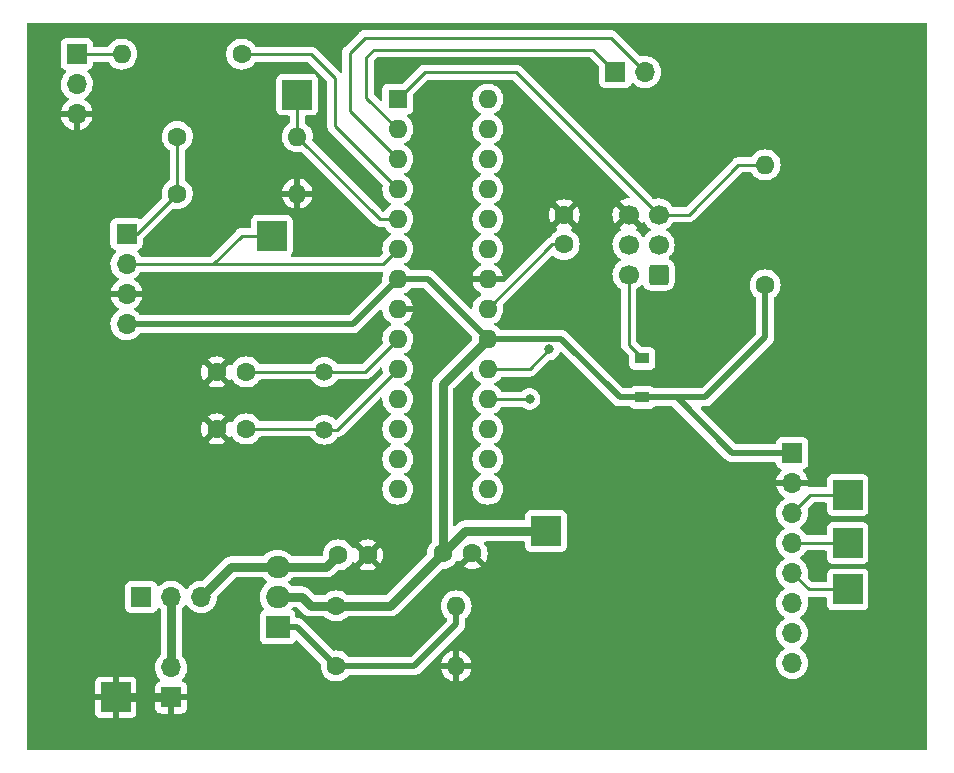
<source format=gtl>
G04 #@! TF.GenerationSoftware,KiCad,Pcbnew,(6.0.10-0)*
G04 #@! TF.CreationDate,2023-03-01T17:49:14-06:00*
G04 #@! TF.ProjectId,monitor_subsystem,6d6f6e69-746f-4725-9f73-756273797374,rev?*
G04 #@! TF.SameCoordinates,Original*
G04 #@! TF.FileFunction,Copper,L1,Top*
G04 #@! TF.FilePolarity,Positive*
%FSLAX46Y46*%
G04 Gerber Fmt 4.6, Leading zero omitted, Abs format (unit mm)*
G04 Created by KiCad (PCBNEW (6.0.10-0)) date 2023-03-01 17:49:14*
%MOMM*%
%LPD*%
G01*
G04 APERTURE LIST*
G04 Aperture macros list*
%AMRoundRect*
0 Rectangle with rounded corners*
0 $1 Rounding radius*
0 $2 $3 $4 $5 $6 $7 $8 $9 X,Y pos of 4 corners*
0 Add a 4 corners polygon primitive as box body*
4,1,4,$2,$3,$4,$5,$6,$7,$8,$9,$2,$3,0*
0 Add four circle primitives for the rounded corners*
1,1,$1+$1,$2,$3*
1,1,$1+$1,$4,$5*
1,1,$1+$1,$6,$7*
1,1,$1+$1,$8,$9*
0 Add four rect primitives between the rounded corners*
20,1,$1+$1,$2,$3,$4,$5,0*
20,1,$1+$1,$4,$5,$6,$7,0*
20,1,$1+$1,$6,$7,$8,$9,0*
20,1,$1+$1,$8,$9,$2,$3,0*%
G04 Aperture macros list end*
G04 #@! TA.AperFunction,ComponentPad*
%ADD10C,1.600000*%
G04 #@! TD*
G04 #@! TA.AperFunction,ComponentPad*
%ADD11O,1.600000X1.600000*%
G04 #@! TD*
G04 #@! TA.AperFunction,ComponentPad*
%ADD12R,2.500000X2.500000*%
G04 #@! TD*
G04 #@! TA.AperFunction,ComponentPad*
%ADD13R,1.700000X1.700000*%
G04 #@! TD*
G04 #@! TA.AperFunction,ComponentPad*
%ADD14O,1.700000X1.700000*%
G04 #@! TD*
G04 #@! TA.AperFunction,ComponentPad*
%ADD15R,1.600000X1.600000*%
G04 #@! TD*
G04 #@! TA.AperFunction,ComponentPad*
%ADD16R,2.000000X1.905000*%
G04 #@! TD*
G04 #@! TA.AperFunction,ComponentPad*
%ADD17O,2.000000X1.905000*%
G04 #@! TD*
G04 #@! TA.AperFunction,SMDPad,CuDef*
%ADD18R,1.200000X0.900000*%
G04 #@! TD*
G04 #@! TA.AperFunction,ComponentPad*
%ADD19RoundRect,0.250000X0.600000X0.600000X-0.600000X0.600000X-0.600000X-0.600000X0.600000X-0.600000X0*%
G04 #@! TD*
G04 #@! TA.AperFunction,ComponentPad*
%ADD20C,1.700000*%
G04 #@! TD*
G04 #@! TA.AperFunction,ComponentPad*
%ADD21C,1.500000*%
G04 #@! TD*
G04 #@! TA.AperFunction,ViaPad*
%ADD22C,0.800000*%
G04 #@! TD*
G04 #@! TA.AperFunction,Conductor*
%ADD23C,0.254000*%
G04 #@! TD*
G04 #@! TA.AperFunction,Conductor*
%ADD24C,0.762000*%
G04 #@! TD*
G04 #@! TA.AperFunction,Conductor*
%ADD25C,0.508000*%
G04 #@! TD*
G04 #@! TA.AperFunction,Conductor*
%ADD26C,0.250000*%
G04 #@! TD*
G04 APERTURE END LIST*
D10*
X150998000Y-125085000D03*
D11*
X161158000Y-125085000D03*
D12*
X147701000Y-81788000D03*
X132329000Y-132832000D03*
D13*
X174625000Y-79883000D03*
D14*
X177165000Y-79883000D03*
D12*
X194305000Y-123688000D03*
D13*
X189606000Y-112131000D03*
D14*
X189606000Y-114671000D03*
X189606000Y-117211000D03*
X189606000Y-119751000D03*
X189606000Y-122291000D03*
X189606000Y-124831000D03*
X189606000Y-127371000D03*
X189606000Y-129911000D03*
D15*
X156215000Y-82169000D03*
D11*
X156215000Y-84709000D03*
X156215000Y-87249000D03*
X156215000Y-89789000D03*
X156215000Y-92329000D03*
X156215000Y-94869000D03*
X156215000Y-97409000D03*
X156215000Y-99949000D03*
X156215000Y-102489000D03*
X156215000Y-105029000D03*
X156215000Y-107569000D03*
X156215000Y-110109000D03*
X156215000Y-112649000D03*
X156215000Y-115189000D03*
X163835000Y-115189000D03*
X163835000Y-112649000D03*
X163835000Y-110109000D03*
X163835000Y-107569000D03*
X163835000Y-105029000D03*
X163835000Y-102489000D03*
X163835000Y-99949000D03*
X163835000Y-97409000D03*
X163835000Y-94869000D03*
X163835000Y-92329000D03*
X163835000Y-89789000D03*
X163835000Y-87249000D03*
X163835000Y-84709000D03*
X163835000Y-82169000D03*
D16*
X146045000Y-126863000D03*
D17*
X146045000Y-124323000D03*
X146045000Y-121783000D03*
D13*
X129032000Y-78359000D03*
D14*
X129032000Y-80899000D03*
X129032000Y-83439000D03*
D10*
X160015000Y-120640000D03*
X162515000Y-120640000D03*
X170302000Y-94478000D03*
X170302000Y-91978000D03*
X143378000Y-110099000D03*
X140878000Y-110099000D03*
X151165000Y-120767000D03*
X153665000Y-120767000D03*
D18*
X176906000Y-107430000D03*
X176906000Y-104130000D03*
D19*
X178293500Y-97023000D03*
D20*
X175753500Y-97023000D03*
X178293500Y-94483000D03*
X175753500Y-94483000D03*
X178293500Y-91943000D03*
X175753500Y-91943000D03*
D12*
X194305000Y-119751000D03*
D10*
X143002000Y-78359000D03*
D11*
X132842000Y-78359000D03*
D10*
X137541000Y-90170000D03*
D11*
X147701000Y-90170000D03*
D13*
X137028000Y-132832000D03*
D14*
X137028000Y-130292000D03*
D13*
X133248000Y-93599000D03*
D14*
X133248000Y-96139000D03*
X133248000Y-98679000D03*
X133248000Y-101219000D03*
D10*
X187320000Y-97907000D03*
D11*
X187320000Y-87747000D03*
D12*
X194305000Y-115687000D03*
D13*
X134488000Y-124323000D03*
D14*
X137028000Y-124323000D03*
X139568000Y-124323000D03*
D12*
X168778000Y-118735000D03*
D21*
X149982000Y-105273000D03*
X149982000Y-110153000D03*
D10*
X150998000Y-130165000D03*
D11*
X161158000Y-130165000D03*
D12*
X145542000Y-93726000D03*
D10*
X137541000Y-85344000D03*
D11*
X147701000Y-85344000D03*
D10*
X143378000Y-105273000D03*
X140878000Y-105273000D03*
D22*
X167381000Y-107559000D03*
X169032000Y-103368000D03*
X140711000Y-132959000D03*
D23*
X169306000Y-94478000D02*
X170302000Y-94478000D01*
X163835000Y-99949000D02*
X169306000Y-94478000D01*
D24*
X148077000Y-124323000D02*
X148839000Y-125085000D01*
X148839000Y-125085000D02*
X150998000Y-125085000D01*
X160015000Y-120640000D02*
X161920000Y-118735000D01*
D25*
X189606000Y-112131000D02*
X184530000Y-112131000D01*
X187320000Y-100955000D02*
X187320000Y-102352000D01*
X170060000Y-102489000D02*
X175001000Y-107430000D01*
X156215000Y-97409000D02*
X158755000Y-97409000D01*
X158755000Y-97409000D02*
X163835000Y-102489000D01*
D24*
X150998000Y-125085000D02*
X155570000Y-125085000D01*
D25*
X187320000Y-97907000D02*
X187320000Y-100955000D01*
D24*
X160015000Y-120640000D02*
X160015000Y-106309000D01*
D25*
X187320000Y-102352000D02*
X182242000Y-107430000D01*
X182242000Y-107430000D02*
X179829000Y-107430000D01*
X179829000Y-107430000D02*
X176906000Y-107430000D01*
X184530000Y-112131000D02*
X179829000Y-107430000D01*
X152405000Y-101219000D02*
X156215000Y-97409000D01*
X133248000Y-101219000D02*
X152405000Y-101219000D01*
D24*
X160015000Y-106309000D02*
X163835000Y-102489000D01*
X146045000Y-124323000D02*
X148077000Y-124323000D01*
D25*
X163835000Y-102489000D02*
X170060000Y-102489000D01*
D24*
X155570000Y-125085000D02*
X160015000Y-120640000D01*
D25*
X175001000Y-107430000D02*
X176906000Y-107430000D01*
D24*
X161920000Y-118735000D02*
X168778000Y-118735000D01*
X150149000Y-121783000D02*
X151165000Y-120767000D01*
X139568000Y-124323000D02*
X142108000Y-121783000D01*
X142108000Y-121783000D02*
X146045000Y-121783000D01*
X146045000Y-121783000D02*
X150149000Y-121783000D01*
D23*
X143378000Y-105273000D02*
X149982000Y-105273000D01*
X153431000Y-105273000D02*
X156215000Y-102489000D01*
X149982000Y-105273000D02*
X153431000Y-105273000D01*
X149928000Y-110099000D02*
X149982000Y-110153000D01*
X143378000Y-110099000D02*
X149928000Y-110099000D01*
X151091000Y-110153000D02*
X156215000Y-105029000D01*
X149982000Y-110153000D02*
X151091000Y-110153000D01*
X175753500Y-102977500D02*
X176906000Y-104130000D01*
X175753500Y-97023000D02*
X175753500Y-102977500D01*
D24*
X137028000Y-130292000D02*
X137028000Y-124323000D01*
D23*
X194305000Y-119751000D02*
X189606000Y-119751000D01*
X167371000Y-107569000D02*
X163835000Y-107569000D01*
X167381000Y-107559000D02*
X167371000Y-107569000D01*
X194305000Y-115687000D02*
X191130000Y-115687000D01*
X169032000Y-103368000D02*
X167371000Y-105029000D01*
X191130000Y-115687000D02*
X189606000Y-117211000D01*
X167371000Y-105029000D02*
X163835000Y-105029000D01*
X194305000Y-123688000D02*
X191003000Y-123688000D01*
X191003000Y-123688000D02*
X189606000Y-122291000D01*
X158501000Y-79883000D02*
X166233500Y-79883000D01*
X185034000Y-87747000D02*
X187320000Y-87747000D01*
X180838000Y-91943000D02*
X185034000Y-87747000D01*
X178293500Y-91943000D02*
X180838000Y-91943000D01*
X166233500Y-79883000D02*
X178293500Y-91943000D01*
X156215000Y-82169000D02*
X158501000Y-79883000D01*
D26*
X133248000Y-93599000D02*
X134112000Y-93599000D01*
X137541000Y-85344000D02*
X137541000Y-90170000D01*
X134112000Y-93599000D02*
X137541000Y-90170000D01*
X133248000Y-96139000D02*
X140589000Y-96139000D01*
X154945000Y-96139000D02*
X156215000Y-94869000D01*
X140589000Y-96139000D02*
X154945000Y-96139000D01*
X143002000Y-93726000D02*
X140589000Y-96139000D01*
X145542000Y-93726000D02*
X143002000Y-93726000D01*
D25*
X157602000Y-130165000D02*
X150998000Y-130165000D01*
X147696000Y-126863000D02*
X150998000Y-130165000D01*
X161158000Y-125085000D02*
X161158000Y-126609000D01*
X161158000Y-126609000D02*
X157602000Y-130165000D01*
X146045000Y-126863000D02*
X147696000Y-126863000D01*
D26*
X156215000Y-92329000D02*
X154686000Y-92329000D01*
X147701000Y-81788000D02*
X147701000Y-85344000D01*
X154686000Y-92329000D02*
X147701000Y-85344000D01*
D23*
X150876000Y-84450000D02*
X156215000Y-89789000D01*
X143002000Y-78359000D02*
X148844000Y-78359000D01*
X150876000Y-80391000D02*
X150876000Y-84450000D01*
X148844000Y-78359000D02*
X150876000Y-80391000D01*
X153543000Y-82037000D02*
X153543000Y-78613000D01*
X153543000Y-78613000D02*
X154178000Y-77978000D01*
X154178000Y-77978000D02*
X172720000Y-77978000D01*
X156215000Y-84709000D02*
X153543000Y-82037000D01*
X172720000Y-77978000D02*
X174625000Y-79883000D01*
X152146000Y-83180000D02*
X152146000Y-78232000D01*
X153416000Y-76962000D02*
X174244000Y-76962000D01*
X156215000Y-87249000D02*
X152146000Y-83180000D01*
X152146000Y-78232000D02*
X153416000Y-76962000D01*
X174244000Y-76962000D02*
X177165000Y-79883000D01*
X132842000Y-78359000D02*
X129032000Y-78359000D01*
D24*
X132329000Y-132832000D02*
X137028000Y-132832000D01*
G04 #@! TA.AperFunction,Conductor*
G36*
X200983121Y-75712002D02*
G01*
X201029614Y-75765658D01*
X201041000Y-75818000D01*
X201041000Y-137161000D01*
X201020998Y-137229121D01*
X200967342Y-137275614D01*
X200915000Y-137287000D01*
X124967000Y-137287000D01*
X124898879Y-137266998D01*
X124852386Y-137213342D01*
X124841000Y-137161000D01*
X124841000Y-134126669D01*
X130571001Y-134126669D01*
X130571371Y-134133490D01*
X130576895Y-134184352D01*
X130580521Y-134199604D01*
X130625676Y-134320054D01*
X130634214Y-134335649D01*
X130710715Y-134437724D01*
X130723276Y-134450285D01*
X130825351Y-134526786D01*
X130840946Y-134535324D01*
X130961394Y-134580478D01*
X130976649Y-134584105D01*
X131027514Y-134589631D01*
X131034328Y-134590000D01*
X132056885Y-134590000D01*
X132072124Y-134585525D01*
X132073329Y-134584135D01*
X132075000Y-134576452D01*
X132075000Y-134571884D01*
X132583000Y-134571884D01*
X132587475Y-134587123D01*
X132588865Y-134588328D01*
X132596548Y-134589999D01*
X133623669Y-134589999D01*
X133630490Y-134589629D01*
X133681352Y-134584105D01*
X133696604Y-134580479D01*
X133817054Y-134535324D01*
X133832649Y-134526786D01*
X133934724Y-134450285D01*
X133947285Y-134437724D01*
X134023786Y-134335649D01*
X134032324Y-134320054D01*
X134077478Y-134199606D01*
X134081105Y-134184351D01*
X134086631Y-134133486D01*
X134087000Y-134126672D01*
X134087000Y-133726669D01*
X135670001Y-133726669D01*
X135670371Y-133733490D01*
X135675895Y-133784352D01*
X135679521Y-133799604D01*
X135724676Y-133920054D01*
X135733214Y-133935649D01*
X135809715Y-134037724D01*
X135822276Y-134050285D01*
X135924351Y-134126786D01*
X135939946Y-134135324D01*
X136060394Y-134180478D01*
X136075649Y-134184105D01*
X136126514Y-134189631D01*
X136133328Y-134190000D01*
X136755885Y-134190000D01*
X136771124Y-134185525D01*
X136772329Y-134184135D01*
X136774000Y-134176452D01*
X136774000Y-134171884D01*
X137282000Y-134171884D01*
X137286475Y-134187123D01*
X137287865Y-134188328D01*
X137295548Y-134189999D01*
X137922669Y-134189999D01*
X137929490Y-134189629D01*
X137980352Y-134184105D01*
X137995604Y-134180479D01*
X138116054Y-134135324D01*
X138131649Y-134126786D01*
X138233724Y-134050285D01*
X138246285Y-134037724D01*
X138322786Y-133935649D01*
X138331324Y-133920054D01*
X138376478Y-133799606D01*
X138380105Y-133784351D01*
X138385631Y-133733486D01*
X138386000Y-133726672D01*
X138386000Y-133104115D01*
X138381525Y-133088876D01*
X138380135Y-133087671D01*
X138372452Y-133086000D01*
X137300115Y-133086000D01*
X137284876Y-133090475D01*
X137283671Y-133091865D01*
X137282000Y-133099548D01*
X137282000Y-134171884D01*
X136774000Y-134171884D01*
X136774000Y-133104115D01*
X136769525Y-133088876D01*
X136768135Y-133087671D01*
X136760452Y-133086000D01*
X135688116Y-133086000D01*
X135672877Y-133090475D01*
X135671672Y-133091865D01*
X135670001Y-133099548D01*
X135670001Y-133726669D01*
X134087000Y-133726669D01*
X134087000Y-133104115D01*
X134082525Y-133088876D01*
X134081135Y-133087671D01*
X134073452Y-133086000D01*
X132601115Y-133086000D01*
X132585876Y-133090475D01*
X132584671Y-133091865D01*
X132583000Y-133099548D01*
X132583000Y-134571884D01*
X132075000Y-134571884D01*
X132075000Y-133104115D01*
X132070525Y-133088876D01*
X132069135Y-133087671D01*
X132061452Y-133086000D01*
X130589116Y-133086000D01*
X130573877Y-133090475D01*
X130572672Y-133091865D01*
X130571001Y-133099548D01*
X130571001Y-134126669D01*
X124841000Y-134126669D01*
X124841000Y-132559885D01*
X130571000Y-132559885D01*
X130575475Y-132575124D01*
X130576865Y-132576329D01*
X130584548Y-132578000D01*
X132056885Y-132578000D01*
X132072124Y-132573525D01*
X132073329Y-132572135D01*
X132075000Y-132564452D01*
X132075000Y-132559885D01*
X132583000Y-132559885D01*
X132587475Y-132575124D01*
X132588865Y-132576329D01*
X132596548Y-132578000D01*
X134068884Y-132578000D01*
X134084123Y-132573525D01*
X134085328Y-132572135D01*
X134086999Y-132564452D01*
X134086999Y-131537331D01*
X134086629Y-131530510D01*
X134081105Y-131479648D01*
X134077479Y-131464396D01*
X134032324Y-131343946D01*
X134023786Y-131328351D01*
X133947285Y-131226276D01*
X133934724Y-131213715D01*
X133832649Y-131137214D01*
X133817054Y-131128676D01*
X133696606Y-131083522D01*
X133681351Y-131079895D01*
X133630486Y-131074369D01*
X133623672Y-131074000D01*
X132601115Y-131074000D01*
X132585876Y-131078475D01*
X132584671Y-131079865D01*
X132583000Y-131087548D01*
X132583000Y-132559885D01*
X132075000Y-132559885D01*
X132075000Y-131092116D01*
X132070525Y-131076877D01*
X132069135Y-131075672D01*
X132061452Y-131074001D01*
X131034331Y-131074001D01*
X131027510Y-131074371D01*
X130976648Y-131079895D01*
X130961396Y-131083521D01*
X130840946Y-131128676D01*
X130825351Y-131137214D01*
X130723276Y-131213715D01*
X130710715Y-131226276D01*
X130634214Y-131328351D01*
X130625676Y-131343946D01*
X130580522Y-131464394D01*
X130576895Y-131479649D01*
X130571369Y-131530514D01*
X130571000Y-131537328D01*
X130571000Y-132559885D01*
X124841000Y-132559885D01*
X124841000Y-111185062D01*
X140156493Y-111185062D01*
X140165789Y-111197077D01*
X140216994Y-111232931D01*
X140226489Y-111238414D01*
X140423947Y-111330490D01*
X140434239Y-111334236D01*
X140644688Y-111390625D01*
X140655481Y-111392528D01*
X140872525Y-111411517D01*
X140883475Y-111411517D01*
X141100519Y-111392528D01*
X141111312Y-111390625D01*
X141321761Y-111334236D01*
X141332053Y-111330490D01*
X141529511Y-111238414D01*
X141539006Y-111232931D01*
X141591048Y-111196491D01*
X141599424Y-111186012D01*
X141592356Y-111172566D01*
X140890812Y-110471022D01*
X140876868Y-110463408D01*
X140875035Y-110463539D01*
X140868420Y-110467790D01*
X140162923Y-111173287D01*
X140156493Y-111185062D01*
X124841000Y-111185062D01*
X124841000Y-110104475D01*
X139565483Y-110104475D01*
X139584472Y-110321519D01*
X139586375Y-110332312D01*
X139642764Y-110542761D01*
X139646510Y-110553053D01*
X139738586Y-110750511D01*
X139744069Y-110760006D01*
X139780509Y-110812048D01*
X139790988Y-110820424D01*
X139804434Y-110813356D01*
X140505978Y-110111812D01*
X140513592Y-110097868D01*
X140513461Y-110096035D01*
X140509210Y-110089420D01*
X139803713Y-109383923D01*
X139791938Y-109377493D01*
X139779923Y-109386789D01*
X139744069Y-109437994D01*
X139738586Y-109447489D01*
X139646510Y-109644947D01*
X139642764Y-109655239D01*
X139586375Y-109865688D01*
X139584472Y-109876481D01*
X139565483Y-110093525D01*
X139565483Y-110104475D01*
X124841000Y-110104475D01*
X124841000Y-109011988D01*
X140156576Y-109011988D01*
X140163644Y-109025434D01*
X140865188Y-109726978D01*
X140879132Y-109734592D01*
X140880965Y-109734461D01*
X140887580Y-109730210D01*
X141593077Y-109024713D01*
X141599507Y-109012938D01*
X141590211Y-109000923D01*
X141539006Y-108965069D01*
X141529511Y-108959586D01*
X141332053Y-108867510D01*
X141321761Y-108863764D01*
X141111312Y-108807375D01*
X141100519Y-108805472D01*
X140883475Y-108786483D01*
X140872525Y-108786483D01*
X140655481Y-108805472D01*
X140644688Y-108807375D01*
X140434239Y-108863764D01*
X140423947Y-108867510D01*
X140226489Y-108959586D01*
X140216994Y-108965069D01*
X140164952Y-109001509D01*
X140156576Y-109011988D01*
X124841000Y-109011988D01*
X124841000Y-106359062D01*
X140156493Y-106359062D01*
X140165789Y-106371077D01*
X140216994Y-106406931D01*
X140226489Y-106412414D01*
X140423947Y-106504490D01*
X140434239Y-106508236D01*
X140644688Y-106564625D01*
X140655481Y-106566528D01*
X140872525Y-106585517D01*
X140883475Y-106585517D01*
X141100519Y-106566528D01*
X141111312Y-106564625D01*
X141321761Y-106508236D01*
X141332053Y-106504490D01*
X141529511Y-106412414D01*
X141539006Y-106406931D01*
X141591048Y-106370491D01*
X141599424Y-106360012D01*
X141592356Y-106346566D01*
X140890812Y-105645022D01*
X140876868Y-105637408D01*
X140875035Y-105637539D01*
X140868420Y-105641790D01*
X140162923Y-106347287D01*
X140156493Y-106359062D01*
X124841000Y-106359062D01*
X124841000Y-105278475D01*
X139565483Y-105278475D01*
X139584472Y-105495519D01*
X139586375Y-105506312D01*
X139642764Y-105716761D01*
X139646510Y-105727053D01*
X139738586Y-105924511D01*
X139744069Y-105934006D01*
X139780509Y-105986048D01*
X139790988Y-105994424D01*
X139804434Y-105987356D01*
X140505978Y-105285812D01*
X140513592Y-105271868D01*
X140513461Y-105270035D01*
X140509210Y-105263420D01*
X139803713Y-104557923D01*
X139791938Y-104551493D01*
X139779923Y-104560789D01*
X139744069Y-104611994D01*
X139738586Y-104621489D01*
X139646510Y-104818947D01*
X139642764Y-104829239D01*
X139586375Y-105039688D01*
X139584472Y-105050481D01*
X139565483Y-105267525D01*
X139565483Y-105278475D01*
X124841000Y-105278475D01*
X124841000Y-104185988D01*
X140156576Y-104185988D01*
X140163644Y-104199434D01*
X140865188Y-104900978D01*
X140879132Y-104908592D01*
X140880965Y-104908461D01*
X140887580Y-104904210D01*
X141593077Y-104198713D01*
X141599507Y-104186938D01*
X141590211Y-104174923D01*
X141539006Y-104139069D01*
X141529511Y-104133586D01*
X141332053Y-104041510D01*
X141321761Y-104037764D01*
X141111312Y-103981375D01*
X141100519Y-103979472D01*
X140883475Y-103960483D01*
X140872525Y-103960483D01*
X140655481Y-103979472D01*
X140644688Y-103981375D01*
X140434239Y-104037764D01*
X140423947Y-104041510D01*
X140226489Y-104133586D01*
X140216994Y-104139069D01*
X140164952Y-104175509D01*
X140156576Y-104185988D01*
X124841000Y-104185988D01*
X124841000Y-101185695D01*
X131885251Y-101185695D01*
X131885548Y-101190848D01*
X131885548Y-101190851D01*
X131891050Y-101286278D01*
X131898110Y-101408715D01*
X131899247Y-101413761D01*
X131899248Y-101413767D01*
X131914806Y-101482802D01*
X131947222Y-101626639D01*
X132000995Y-101759066D01*
X132020843Y-101807946D01*
X132031266Y-101833616D01*
X132070621Y-101897837D01*
X132127298Y-101990326D01*
X132147987Y-102024088D01*
X132294250Y-102192938D01*
X132466126Y-102335632D01*
X132659000Y-102448338D01*
X132867692Y-102528030D01*
X132872760Y-102529061D01*
X132872763Y-102529062D01*
X132980017Y-102550883D01*
X133086597Y-102572567D01*
X133091772Y-102572757D01*
X133091774Y-102572757D01*
X133304673Y-102580564D01*
X133304677Y-102580564D01*
X133309837Y-102580753D01*
X133314957Y-102580097D01*
X133314959Y-102580097D01*
X133526288Y-102553025D01*
X133526289Y-102553025D01*
X133531416Y-102552368D01*
X133572354Y-102540086D01*
X133740429Y-102489661D01*
X133740434Y-102489659D01*
X133745384Y-102488174D01*
X133945994Y-102389896D01*
X134127860Y-102260173D01*
X134156923Y-102231212D01*
X134282435Y-102106137D01*
X134286096Y-102102489D01*
X134327358Y-102045067D01*
X134335329Y-102033974D01*
X134391324Y-101990326D01*
X134437652Y-101981500D01*
X152337624Y-101981500D01*
X152356574Y-101982933D01*
X152370973Y-101985124D01*
X152370979Y-101985124D01*
X152378208Y-101986224D01*
X152385500Y-101985631D01*
X152385503Y-101985631D01*
X152431183Y-101981915D01*
X152441398Y-101981500D01*
X152449525Y-101981500D01*
X152453161Y-101981076D01*
X152453163Y-101981076D01*
X152456615Y-101980673D01*
X152477924Y-101978189D01*
X152482244Y-101977762D01*
X152555426Y-101971809D01*
X152562388Y-101969553D01*
X152568376Y-101968357D01*
X152574333Y-101966949D01*
X152581607Y-101966101D01*
X152588489Y-101963603D01*
X152588493Y-101963602D01*
X152650607Y-101941055D01*
X152654711Y-101939645D01*
X152724575Y-101917013D01*
X152730838Y-101913213D01*
X152736380Y-101910675D01*
X152741856Y-101907933D01*
X152748741Y-101905434D01*
X152810132Y-101865185D01*
X152813800Y-101862870D01*
X152876581Y-101824773D01*
X152880786Y-101821059D01*
X152880789Y-101821057D01*
X152885005Y-101817333D01*
X152885031Y-101817362D01*
X152887962Y-101814762D01*
X152891316Y-101811958D01*
X152897435Y-101807946D01*
X152950989Y-101751413D01*
X152953366Y-101748972D01*
X154698978Y-100003360D01*
X154761290Y-99969334D01*
X154832105Y-99974399D01*
X154888941Y-100016946D01*
X154913594Y-100081474D01*
X154921472Y-100171520D01*
X154923375Y-100182312D01*
X154979764Y-100392761D01*
X154983510Y-100403053D01*
X155075586Y-100600511D01*
X155081069Y-100610007D01*
X155206028Y-100788467D01*
X155213084Y-100796875D01*
X155367125Y-100950916D01*
X155375533Y-100957972D01*
X155553993Y-101082931D01*
X155563489Y-101088414D01*
X155598049Y-101104529D01*
X155651334Y-101151446D01*
X155670795Y-101219723D01*
X155650253Y-101287683D01*
X155598049Y-101332919D01*
X155563238Y-101349151D01*
X155563233Y-101349154D01*
X155558251Y-101351477D01*
X155483888Y-101403547D01*
X155375211Y-101479643D01*
X155375208Y-101479645D01*
X155370700Y-101482802D01*
X155208802Y-101644700D01*
X155205645Y-101649208D01*
X155205643Y-101649211D01*
X155165530Y-101706498D01*
X155077477Y-101832251D01*
X155075154Y-101837233D01*
X155075151Y-101837238D01*
X154986203Y-102027990D01*
X154980716Y-102039757D01*
X154979294Y-102045065D01*
X154979293Y-102045067D01*
X154965031Y-102098292D01*
X154921457Y-102260913D01*
X154901502Y-102489000D01*
X154921457Y-102717087D01*
X154922880Y-102722398D01*
X154922882Y-102722409D01*
X154937861Y-102778310D01*
X154936172Y-102849287D01*
X154905250Y-102900017D01*
X153204672Y-104600595D01*
X153142360Y-104634621D01*
X153115577Y-104637500D01*
X151138954Y-104637500D01*
X151070833Y-104617498D01*
X151035741Y-104583771D01*
X150952908Y-104465473D01*
X150952906Y-104465470D01*
X150949749Y-104460962D01*
X150794038Y-104305251D01*
X150739128Y-104266802D01*
X150692437Y-104234109D01*
X150613654Y-104178944D01*
X150414076Y-104085880D01*
X150201371Y-104028885D01*
X149982000Y-104009693D01*
X149762629Y-104028885D01*
X149549924Y-104085880D01*
X149456562Y-104129415D01*
X149355334Y-104176618D01*
X149355329Y-104176621D01*
X149350347Y-104178944D01*
X149345840Y-104182100D01*
X149345838Y-104182101D01*
X149174473Y-104302092D01*
X149174470Y-104302094D01*
X149169962Y-104305251D01*
X149014251Y-104460962D01*
X149011094Y-104465470D01*
X149011092Y-104465473D01*
X148928259Y-104583771D01*
X148872802Y-104628099D01*
X148825046Y-104637500D01*
X144595993Y-104637500D01*
X144527872Y-104617498D01*
X144492780Y-104583771D01*
X144489970Y-104579757D01*
X144406788Y-104460962D01*
X144387357Y-104433211D01*
X144387355Y-104433208D01*
X144384198Y-104428700D01*
X144222300Y-104266802D01*
X144217792Y-104263645D01*
X144217789Y-104263643D01*
X144106886Y-104185988D01*
X144034749Y-104135477D01*
X144029767Y-104133154D01*
X144029762Y-104133151D01*
X143832225Y-104041039D01*
X143832224Y-104041039D01*
X143827243Y-104038716D01*
X143821935Y-104037294D01*
X143821933Y-104037293D01*
X143611402Y-103980881D01*
X143611400Y-103980881D01*
X143606087Y-103979457D01*
X143378000Y-103959502D01*
X143149913Y-103979457D01*
X143144600Y-103980881D01*
X143144598Y-103980881D01*
X142934067Y-104037293D01*
X142934065Y-104037294D01*
X142928757Y-104038716D01*
X142923776Y-104041039D01*
X142923775Y-104041039D01*
X142726238Y-104133151D01*
X142726233Y-104133154D01*
X142721251Y-104135477D01*
X142649114Y-104185988D01*
X142538211Y-104263643D01*
X142538208Y-104263645D01*
X142533700Y-104266802D01*
X142371802Y-104428700D01*
X142368645Y-104433208D01*
X142368643Y-104433211D01*
X142349212Y-104460962D01*
X142240477Y-104616251D01*
X142238153Y-104621235D01*
X142236829Y-104623528D01*
X142185447Y-104672521D01*
X142115733Y-104685957D01*
X142049822Y-104659571D01*
X142018591Y-104623528D01*
X142011934Y-104611998D01*
X141975491Y-104559952D01*
X141965012Y-104551576D01*
X141951566Y-104558644D01*
X141250022Y-105260188D01*
X141242408Y-105274132D01*
X141242539Y-105275965D01*
X141246790Y-105282580D01*
X141952287Y-105988077D01*
X141964062Y-105994507D01*
X141976077Y-105985211D01*
X142011934Y-105934002D01*
X142018591Y-105922472D01*
X142069973Y-105873479D01*
X142139687Y-105860042D01*
X142205598Y-105886429D01*
X142236829Y-105922472D01*
X142238153Y-105924765D01*
X142240477Y-105929749D01*
X142255705Y-105951497D01*
X142351941Y-106088935D01*
X142371802Y-106117300D01*
X142533700Y-106279198D01*
X142538208Y-106282355D01*
X142538211Y-106282357D01*
X142590897Y-106319248D01*
X142721251Y-106410523D01*
X142726233Y-106412846D01*
X142726238Y-106412849D01*
X142922765Y-106504490D01*
X142928757Y-106507284D01*
X142934065Y-106508706D01*
X142934067Y-106508707D01*
X143144598Y-106565119D01*
X143144600Y-106565119D01*
X143149913Y-106566543D01*
X143378000Y-106586498D01*
X143606087Y-106566543D01*
X143611400Y-106565119D01*
X143611402Y-106565119D01*
X143821933Y-106508707D01*
X143821935Y-106508706D01*
X143827243Y-106507284D01*
X143833235Y-106504490D01*
X144029762Y-106412849D01*
X144029767Y-106412846D01*
X144034749Y-106410523D01*
X144165103Y-106319248D01*
X144217789Y-106282357D01*
X144217792Y-106282355D01*
X144222300Y-106279198D01*
X144384198Y-106117300D01*
X144404060Y-106088935D01*
X144492780Y-105962229D01*
X144548237Y-105917901D01*
X144595993Y-105908500D01*
X148825046Y-105908500D01*
X148893167Y-105928502D01*
X148928259Y-105962229D01*
X149011092Y-106080527D01*
X149014251Y-106085038D01*
X149169962Y-106240749D01*
X149174471Y-106243906D01*
X149174473Y-106243908D01*
X149229384Y-106282357D01*
X149350346Y-106367056D01*
X149549924Y-106460120D01*
X149762629Y-106517115D01*
X149982000Y-106536307D01*
X150201371Y-106517115D01*
X150414076Y-106460120D01*
X150613654Y-106367056D01*
X150734616Y-106282357D01*
X150789527Y-106243908D01*
X150789529Y-106243906D01*
X150794038Y-106240749D01*
X150949749Y-106085038D01*
X150952908Y-106080527D01*
X151035741Y-105962229D01*
X151091198Y-105917901D01*
X151138954Y-105908500D01*
X153351980Y-105908500D01*
X153363214Y-105909030D01*
X153370719Y-105910708D01*
X153439012Y-105908562D01*
X153442969Y-105908500D01*
X153470983Y-105908500D01*
X153474908Y-105908004D01*
X153474909Y-105908004D01*
X153475004Y-105907992D01*
X153486849Y-105907059D01*
X153516670Y-105906122D01*
X153523282Y-105905914D01*
X153523283Y-105905914D01*
X153531205Y-105905665D01*
X153550749Y-105899987D01*
X153570112Y-105895977D01*
X153582440Y-105894420D01*
X153582442Y-105894420D01*
X153590299Y-105893427D01*
X153597663Y-105890511D01*
X153597668Y-105890510D01*
X153631556Y-105877093D01*
X153642785Y-105873248D01*
X153659465Y-105868402D01*
X153685393Y-105860869D01*
X153692220Y-105856831D01*
X153692223Y-105856830D01*
X153702906Y-105850512D01*
X153720664Y-105841812D01*
X153732215Y-105837239D01*
X153732221Y-105837235D01*
X153739588Y-105834319D01*
X153775491Y-105808234D01*
X153785410Y-105801719D01*
X153816768Y-105783174D01*
X153816772Y-105783171D01*
X153823598Y-105779134D01*
X153837982Y-105764750D01*
X153853016Y-105751909D01*
X153863073Y-105744602D01*
X153869487Y-105739942D01*
X153897778Y-105705744D01*
X153905757Y-105696975D01*
X154688142Y-104914591D01*
X154750452Y-104880567D01*
X154821268Y-104885632D01*
X154878103Y-104928179D01*
X154902914Y-104994699D01*
X154902755Y-105014672D01*
X154901981Y-105023517D01*
X154901981Y-105023525D01*
X154901502Y-105029000D01*
X154921457Y-105257087D01*
X154922880Y-105262398D01*
X154922882Y-105262409D01*
X154937861Y-105318310D01*
X154936172Y-105389287D01*
X154905250Y-105440017D01*
X151066122Y-109279145D01*
X151003810Y-109313171D01*
X150932995Y-109308106D01*
X150887932Y-109279145D01*
X150794038Y-109185251D01*
X150613654Y-109058944D01*
X150414076Y-108965880D01*
X150201371Y-108908885D01*
X149982000Y-108889693D01*
X149762629Y-108908885D01*
X149549924Y-108965880D01*
X149474774Y-109000923D01*
X149355334Y-109056618D01*
X149355329Y-109056621D01*
X149350347Y-109058944D01*
X149345840Y-109062100D01*
X149345838Y-109062101D01*
X149174473Y-109182092D01*
X149174470Y-109182094D01*
X149169962Y-109185251D01*
X149014251Y-109340962D01*
X149011094Y-109345470D01*
X149011092Y-109345473D01*
X148966070Y-109409771D01*
X148910613Y-109454099D01*
X148862857Y-109463500D01*
X144595993Y-109463500D01*
X144527872Y-109443498D01*
X144492780Y-109409771D01*
X144387357Y-109259211D01*
X144387355Y-109259208D01*
X144384198Y-109254700D01*
X144222300Y-109092802D01*
X144217792Y-109089645D01*
X144217789Y-109089643D01*
X144091920Y-109001509D01*
X144034749Y-108961477D01*
X144029767Y-108959154D01*
X144029762Y-108959151D01*
X143832225Y-108867039D01*
X143832224Y-108867039D01*
X143827243Y-108864716D01*
X143821935Y-108863294D01*
X143821933Y-108863293D01*
X143611402Y-108806881D01*
X143611400Y-108806881D01*
X143606087Y-108805457D01*
X143378000Y-108785502D01*
X143149913Y-108805457D01*
X143144600Y-108806881D01*
X143144598Y-108806881D01*
X142934067Y-108863293D01*
X142934065Y-108863294D01*
X142928757Y-108864716D01*
X142923776Y-108867039D01*
X142923775Y-108867039D01*
X142726238Y-108959151D01*
X142726233Y-108959154D01*
X142721251Y-108961477D01*
X142664080Y-109001509D01*
X142538211Y-109089643D01*
X142538208Y-109089645D01*
X142533700Y-109092802D01*
X142371802Y-109254700D01*
X142368645Y-109259208D01*
X142368643Y-109259211D01*
X142308242Y-109345473D01*
X142240477Y-109442251D01*
X142238153Y-109447235D01*
X142236829Y-109449528D01*
X142185447Y-109498521D01*
X142115733Y-109511957D01*
X142049822Y-109485571D01*
X142018591Y-109449528D01*
X142011934Y-109437998D01*
X141975491Y-109385952D01*
X141965012Y-109377576D01*
X141951566Y-109384644D01*
X141250022Y-110086188D01*
X141242408Y-110100132D01*
X141242539Y-110101965D01*
X141246790Y-110108580D01*
X141952287Y-110814077D01*
X141964062Y-110820507D01*
X141976077Y-110811211D01*
X142011934Y-110760002D01*
X142018591Y-110748472D01*
X142069973Y-110699479D01*
X142139687Y-110686042D01*
X142205598Y-110712429D01*
X142236829Y-110748472D01*
X142238153Y-110750765D01*
X142240477Y-110755749D01*
X142269625Y-110797376D01*
X142300664Y-110841704D01*
X142371802Y-110943300D01*
X142533700Y-111105198D01*
X142538208Y-111108355D01*
X142538211Y-111108357D01*
X142616389Y-111163098D01*
X142721251Y-111236523D01*
X142726233Y-111238846D01*
X142726238Y-111238849D01*
X142922765Y-111330490D01*
X142928757Y-111333284D01*
X142934065Y-111334706D01*
X142934067Y-111334707D01*
X143144598Y-111391119D01*
X143144600Y-111391119D01*
X143149913Y-111392543D01*
X143378000Y-111412498D01*
X143606087Y-111392543D01*
X143611400Y-111391119D01*
X143611402Y-111391119D01*
X143821933Y-111334707D01*
X143821935Y-111334706D01*
X143827243Y-111333284D01*
X143833235Y-111330490D01*
X144029762Y-111238849D01*
X144029767Y-111238846D01*
X144034749Y-111236523D01*
X144139611Y-111163098D01*
X144217789Y-111108357D01*
X144217792Y-111108355D01*
X144222300Y-111105198D01*
X144384198Y-110943300D01*
X144492780Y-110788229D01*
X144548237Y-110743901D01*
X144595993Y-110734500D01*
X148787235Y-110734500D01*
X148855356Y-110754502D01*
X148890448Y-110788229D01*
X148896853Y-110797376D01*
X149008761Y-110957197D01*
X149014251Y-110965038D01*
X149169962Y-111120749D01*
X149350346Y-111247056D01*
X149549924Y-111340120D01*
X149762629Y-111397115D01*
X149982000Y-111416307D01*
X150201371Y-111397115D01*
X150414076Y-111340120D01*
X150613654Y-111247056D01*
X150794038Y-111120749D01*
X150949749Y-110965038D01*
X150955240Y-110957197D01*
X151036109Y-110841704D01*
X151091566Y-110797376D01*
X151130207Y-110788500D01*
X151130983Y-110788500D01*
X151134973Y-110787996D01*
X151135004Y-110787992D01*
X151146849Y-110787059D01*
X151176670Y-110786122D01*
X151183282Y-110785914D01*
X151183283Y-110785914D01*
X151191205Y-110785665D01*
X151210749Y-110779987D01*
X151230112Y-110775977D01*
X151242440Y-110774420D01*
X151242442Y-110774420D01*
X151250299Y-110773427D01*
X151257663Y-110770511D01*
X151257668Y-110770510D01*
X151291556Y-110757093D01*
X151302785Y-110753248D01*
X151319465Y-110748402D01*
X151345393Y-110740869D01*
X151352220Y-110736831D01*
X151352223Y-110736830D01*
X151362906Y-110730512D01*
X151380664Y-110721812D01*
X151392215Y-110717239D01*
X151392221Y-110717235D01*
X151399588Y-110714319D01*
X151435491Y-110688234D01*
X151445410Y-110681719D01*
X151476768Y-110663174D01*
X151476772Y-110663171D01*
X151483598Y-110659134D01*
X151497982Y-110644750D01*
X151513016Y-110631909D01*
X151523073Y-110624602D01*
X151529487Y-110619942D01*
X151557778Y-110585744D01*
X151565767Y-110576965D01*
X154688140Y-107454592D01*
X154750452Y-107420566D01*
X154821267Y-107425631D01*
X154878103Y-107468178D01*
X154902914Y-107534698D01*
X154902755Y-107554670D01*
X154901981Y-107563515D01*
X154901981Y-107563525D01*
X154901502Y-107569000D01*
X154921457Y-107797087D01*
X154922881Y-107802400D01*
X154922881Y-107802402D01*
X154976614Y-108002933D01*
X154980716Y-108018243D01*
X154983039Y-108023224D01*
X154983039Y-108023225D01*
X155075151Y-108220762D01*
X155075154Y-108220767D01*
X155077477Y-108225749D01*
X155089739Y-108243261D01*
X155184765Y-108378971D01*
X155208802Y-108413300D01*
X155370700Y-108575198D01*
X155375208Y-108578355D01*
X155375211Y-108578357D01*
X155453389Y-108633098D01*
X155558251Y-108706523D01*
X155563233Y-108708846D01*
X155563238Y-108708849D01*
X155597457Y-108724805D01*
X155650742Y-108771722D01*
X155670203Y-108839999D01*
X155649661Y-108907959D01*
X155597457Y-108953195D01*
X155563238Y-108969151D01*
X155563233Y-108969154D01*
X155558251Y-108971477D01*
X155481193Y-109025434D01*
X155375211Y-109099643D01*
X155375208Y-109099645D01*
X155370700Y-109102802D01*
X155208802Y-109264700D01*
X155077477Y-109452251D01*
X155075154Y-109457233D01*
X155075151Y-109457238D01*
X154987622Y-109644947D01*
X154980716Y-109659757D01*
X154979294Y-109665065D01*
X154979293Y-109665067D01*
X154922881Y-109875598D01*
X154921457Y-109880913D01*
X154901502Y-110109000D01*
X154921457Y-110337087D01*
X154922881Y-110342400D01*
X154922881Y-110342402D01*
X154976568Y-110542761D01*
X154980716Y-110558243D01*
X154983039Y-110563224D01*
X154983039Y-110563225D01*
X155075151Y-110760762D01*
X155075154Y-110760767D01*
X155077477Y-110765749D01*
X155150902Y-110870611D01*
X155204529Y-110947197D01*
X155208802Y-110953300D01*
X155370700Y-111115198D01*
X155375208Y-111118355D01*
X155375211Y-111118357D01*
X155383139Y-111123908D01*
X155558251Y-111246523D01*
X155563233Y-111248846D01*
X155563238Y-111248849D01*
X155597457Y-111264805D01*
X155650742Y-111311722D01*
X155670203Y-111379999D01*
X155649661Y-111447959D01*
X155597457Y-111493195D01*
X155563238Y-111509151D01*
X155563233Y-111509154D01*
X155558251Y-111511477D01*
X155453389Y-111584902D01*
X155375211Y-111639643D01*
X155375208Y-111639645D01*
X155370700Y-111642802D01*
X155208802Y-111804700D01*
X155077477Y-111992251D01*
X155075154Y-111997233D01*
X155075151Y-111997238D01*
X154983039Y-112194775D01*
X154980716Y-112199757D01*
X154921457Y-112420913D01*
X154901502Y-112649000D01*
X154921457Y-112877087D01*
X154922881Y-112882400D01*
X154922881Y-112882402D01*
X154961283Y-113025717D01*
X154980716Y-113098243D01*
X154983039Y-113103224D01*
X154983039Y-113103225D01*
X155075151Y-113300762D01*
X155075154Y-113300767D01*
X155077477Y-113305749D01*
X155150902Y-113410611D01*
X155205486Y-113488564D01*
X155208802Y-113493300D01*
X155370700Y-113655198D01*
X155375208Y-113658355D01*
X155375211Y-113658357D01*
X155453389Y-113713098D01*
X155558251Y-113786523D01*
X155563233Y-113788846D01*
X155563238Y-113788849D01*
X155597457Y-113804805D01*
X155650742Y-113851722D01*
X155670203Y-113919999D01*
X155649661Y-113987959D01*
X155597457Y-114033195D01*
X155563238Y-114049151D01*
X155563233Y-114049154D01*
X155558251Y-114051477D01*
X155534143Y-114068358D01*
X155375211Y-114179643D01*
X155375208Y-114179645D01*
X155370700Y-114182802D01*
X155208802Y-114344700D01*
X155205645Y-114349208D01*
X155205643Y-114349211D01*
X155175484Y-114392283D01*
X155077477Y-114532251D01*
X155075154Y-114537233D01*
X155075151Y-114537238D01*
X154983039Y-114734775D01*
X154980716Y-114739757D01*
X154979294Y-114745065D01*
X154979293Y-114745067D01*
X154930015Y-114928973D01*
X154921457Y-114960913D01*
X154901502Y-115189000D01*
X154921457Y-115417087D01*
X154980716Y-115638243D01*
X154983039Y-115643224D01*
X154983039Y-115643225D01*
X155075151Y-115840762D01*
X155075154Y-115840767D01*
X155077477Y-115845749D01*
X155208802Y-116033300D01*
X155370700Y-116195198D01*
X155375208Y-116198355D01*
X155375211Y-116198357D01*
X155453389Y-116253098D01*
X155558251Y-116326523D01*
X155563233Y-116328846D01*
X155563238Y-116328849D01*
X155760775Y-116420961D01*
X155765757Y-116423284D01*
X155771065Y-116424706D01*
X155771067Y-116424707D01*
X155981598Y-116481119D01*
X155981600Y-116481119D01*
X155986913Y-116482543D01*
X156215000Y-116502498D01*
X156443087Y-116482543D01*
X156448400Y-116481119D01*
X156448402Y-116481119D01*
X156658933Y-116424707D01*
X156658935Y-116424706D01*
X156664243Y-116423284D01*
X156669225Y-116420961D01*
X156866762Y-116328849D01*
X156866767Y-116328846D01*
X156871749Y-116326523D01*
X156976611Y-116253098D01*
X157054789Y-116198357D01*
X157054792Y-116198355D01*
X157059300Y-116195198D01*
X157221198Y-116033300D01*
X157352523Y-115845749D01*
X157354846Y-115840767D01*
X157354849Y-115840762D01*
X157446961Y-115643225D01*
X157446961Y-115643224D01*
X157449284Y-115638243D01*
X157508543Y-115417087D01*
X157528498Y-115189000D01*
X157508543Y-114960913D01*
X157499985Y-114928973D01*
X157450707Y-114745067D01*
X157450706Y-114745065D01*
X157449284Y-114739757D01*
X157446961Y-114734775D01*
X157354849Y-114537238D01*
X157354846Y-114537233D01*
X157352523Y-114532251D01*
X157254516Y-114392283D01*
X157224357Y-114349211D01*
X157224355Y-114349208D01*
X157221198Y-114344700D01*
X157059300Y-114182802D01*
X157054792Y-114179645D01*
X157054789Y-114179643D01*
X156895857Y-114068358D01*
X156871749Y-114051477D01*
X156866767Y-114049154D01*
X156866762Y-114049151D01*
X156832543Y-114033195D01*
X156779258Y-113986278D01*
X156759797Y-113918001D01*
X156780339Y-113850041D01*
X156832543Y-113804805D01*
X156866762Y-113788849D01*
X156866767Y-113788846D01*
X156871749Y-113786523D01*
X156976611Y-113713098D01*
X157054789Y-113658357D01*
X157054792Y-113658355D01*
X157059300Y-113655198D01*
X157221198Y-113493300D01*
X157224515Y-113488564D01*
X157279098Y-113410611D01*
X157352523Y-113305749D01*
X157354846Y-113300767D01*
X157354849Y-113300762D01*
X157446961Y-113103225D01*
X157446961Y-113103224D01*
X157449284Y-113098243D01*
X157468718Y-113025717D01*
X157507119Y-112882402D01*
X157507119Y-112882400D01*
X157508543Y-112877087D01*
X157528498Y-112649000D01*
X157508543Y-112420913D01*
X157449284Y-112199757D01*
X157446961Y-112194775D01*
X157354849Y-111997238D01*
X157354846Y-111997233D01*
X157352523Y-111992251D01*
X157221198Y-111804700D01*
X157059300Y-111642802D01*
X157054792Y-111639645D01*
X157054789Y-111639643D01*
X156976611Y-111584902D01*
X156871749Y-111511477D01*
X156866767Y-111509154D01*
X156866762Y-111509151D01*
X156832543Y-111493195D01*
X156779258Y-111446278D01*
X156759797Y-111378001D01*
X156780339Y-111310041D01*
X156832543Y-111264805D01*
X156866762Y-111248849D01*
X156866767Y-111248846D01*
X156871749Y-111246523D01*
X157046861Y-111123908D01*
X157054789Y-111118357D01*
X157054792Y-111118355D01*
X157059300Y-111115198D01*
X157221198Y-110953300D01*
X157225472Y-110947197D01*
X157279098Y-110870611D01*
X157352523Y-110765749D01*
X157354846Y-110760767D01*
X157354849Y-110760762D01*
X157446961Y-110563225D01*
X157446961Y-110563224D01*
X157449284Y-110558243D01*
X157453433Y-110542761D01*
X157507119Y-110342402D01*
X157507119Y-110342400D01*
X157508543Y-110337087D01*
X157528498Y-110109000D01*
X157508543Y-109880913D01*
X157507119Y-109875598D01*
X157450707Y-109665067D01*
X157450706Y-109665065D01*
X157449284Y-109659757D01*
X157442378Y-109644947D01*
X157354849Y-109457238D01*
X157354846Y-109457233D01*
X157352523Y-109452251D01*
X157221198Y-109264700D01*
X157059300Y-109102802D01*
X157054792Y-109099645D01*
X157054789Y-109099643D01*
X156948807Y-109025434D01*
X156871749Y-108971477D01*
X156866767Y-108969154D01*
X156866762Y-108969151D01*
X156832543Y-108953195D01*
X156779258Y-108906278D01*
X156759797Y-108838001D01*
X156780339Y-108770041D01*
X156832543Y-108724805D01*
X156866762Y-108708849D01*
X156866767Y-108708846D01*
X156871749Y-108706523D01*
X156976611Y-108633098D01*
X157054789Y-108578357D01*
X157054792Y-108578355D01*
X157059300Y-108575198D01*
X157221198Y-108413300D01*
X157245236Y-108378971D01*
X157340261Y-108243261D01*
X157352523Y-108225749D01*
X157354846Y-108220767D01*
X157354849Y-108220762D01*
X157446961Y-108023225D01*
X157446961Y-108023224D01*
X157449284Y-108018243D01*
X157453387Y-108002933D01*
X157507119Y-107802402D01*
X157507119Y-107802400D01*
X157508543Y-107797087D01*
X157528498Y-107569000D01*
X157508543Y-107340913D01*
X157449284Y-107119757D01*
X157362432Y-106933500D01*
X157354849Y-106917238D01*
X157354846Y-106917233D01*
X157352523Y-106912251D01*
X157254152Y-106771763D01*
X157224357Y-106729211D01*
X157224355Y-106729208D01*
X157221198Y-106724700D01*
X157059300Y-106562802D01*
X157054792Y-106559645D01*
X157054789Y-106559643D01*
X156942516Y-106481029D01*
X156871749Y-106431477D01*
X156866767Y-106429154D01*
X156866762Y-106429151D01*
X156832543Y-106413195D01*
X156779258Y-106366278D01*
X156759797Y-106298001D01*
X156780339Y-106230041D01*
X156832543Y-106184805D01*
X156866762Y-106168849D01*
X156866767Y-106168846D01*
X156871749Y-106166523D01*
X156994564Y-106080527D01*
X157054789Y-106038357D01*
X157054792Y-106038355D01*
X157059300Y-106035198D01*
X157221198Y-105873300D01*
X157228354Y-105863081D01*
X157306197Y-105751909D01*
X157352523Y-105685749D01*
X157354846Y-105680767D01*
X157354849Y-105680762D01*
X157446961Y-105483225D01*
X157446961Y-105483224D01*
X157449284Y-105478243D01*
X157504583Y-105271868D01*
X157507119Y-105262402D01*
X157507119Y-105262400D01*
X157508543Y-105257087D01*
X157528498Y-105029000D01*
X157508543Y-104800913D01*
X157480891Y-104697715D01*
X157450707Y-104585067D01*
X157450706Y-104585065D01*
X157449284Y-104579757D01*
X157436143Y-104551576D01*
X157354849Y-104377238D01*
X157354846Y-104377233D01*
X157352523Y-104372251D01*
X157276475Y-104263643D01*
X157224357Y-104189211D01*
X157224355Y-104189208D01*
X157221198Y-104184700D01*
X157059300Y-104022802D01*
X157054792Y-104019645D01*
X157054789Y-104019643D01*
X156897991Y-103909852D01*
X156871749Y-103891477D01*
X156866767Y-103889154D01*
X156866762Y-103889151D01*
X156832543Y-103873195D01*
X156779258Y-103826278D01*
X156759797Y-103758001D01*
X156780339Y-103690041D01*
X156832543Y-103644805D01*
X156866762Y-103628849D01*
X156866767Y-103628846D01*
X156871749Y-103626523D01*
X156976611Y-103553098D01*
X157054789Y-103498357D01*
X157054792Y-103498355D01*
X157059300Y-103495198D01*
X157221198Y-103333300D01*
X157225753Y-103326796D01*
X157297536Y-103224278D01*
X157352523Y-103145749D01*
X157354846Y-103140767D01*
X157354849Y-103140762D01*
X157446961Y-102943225D01*
X157446961Y-102943224D01*
X157449284Y-102938243D01*
X157450939Y-102932069D01*
X157507119Y-102722402D01*
X157507119Y-102722400D01*
X157508543Y-102717087D01*
X157528498Y-102489000D01*
X157508543Y-102260913D01*
X157464969Y-102098292D01*
X157450707Y-102045067D01*
X157450706Y-102045065D01*
X157449284Y-102039757D01*
X157443797Y-102027990D01*
X157354849Y-101837238D01*
X157354846Y-101837233D01*
X157352523Y-101832251D01*
X157264470Y-101706498D01*
X157224357Y-101649211D01*
X157224355Y-101649208D01*
X157221198Y-101644700D01*
X157059300Y-101482802D01*
X157054792Y-101479645D01*
X157054789Y-101479643D01*
X156946112Y-101403547D01*
X156871749Y-101351477D01*
X156866767Y-101349154D01*
X156866762Y-101349151D01*
X156831951Y-101332919D01*
X156778666Y-101286002D01*
X156759205Y-101217725D01*
X156779747Y-101149765D01*
X156831951Y-101104529D01*
X156866511Y-101088414D01*
X156876007Y-101082931D01*
X157054467Y-100957972D01*
X157062875Y-100950916D01*
X157216916Y-100796875D01*
X157223972Y-100788467D01*
X157348931Y-100610007D01*
X157354414Y-100600511D01*
X157446490Y-100403053D01*
X157450236Y-100392761D01*
X157496394Y-100220497D01*
X157496058Y-100206401D01*
X157488116Y-100203000D01*
X156087000Y-100203000D01*
X156018879Y-100182998D01*
X155972386Y-100129342D01*
X155961000Y-100077000D01*
X155961000Y-99821000D01*
X155981002Y-99752879D01*
X156034658Y-99706386D01*
X156087000Y-99695000D01*
X157482967Y-99695000D01*
X157496498Y-99691027D01*
X157497727Y-99682478D01*
X157450236Y-99505239D01*
X157446490Y-99494947D01*
X157354414Y-99297489D01*
X157348931Y-99287993D01*
X157223972Y-99109533D01*
X157216916Y-99101125D01*
X157062875Y-98947084D01*
X157054467Y-98940028D01*
X156876007Y-98815069D01*
X156866511Y-98809586D01*
X156831951Y-98793471D01*
X156778666Y-98746554D01*
X156759205Y-98678277D01*
X156779747Y-98610317D01*
X156831951Y-98565081D01*
X156866762Y-98548849D01*
X156866767Y-98548846D01*
X156871749Y-98546523D01*
X156976611Y-98473098D01*
X157054789Y-98418357D01*
X157054792Y-98418355D01*
X157059300Y-98415198D01*
X157221198Y-98253300D01*
X157224582Y-98248467D01*
X157240855Y-98225228D01*
X157296312Y-98180900D01*
X157344067Y-98171500D01*
X158386972Y-98171500D01*
X158455093Y-98191502D01*
X158476067Y-98208405D01*
X162498874Y-102231212D01*
X162532900Y-102293524D01*
X162535300Y-102331289D01*
X162524898Y-102450181D01*
X162521502Y-102489000D01*
X162521806Y-102492480D01*
X162501979Y-102560007D01*
X162485076Y-102580981D01*
X159442546Y-105623511D01*
X159427518Y-105636348D01*
X159416530Y-105644331D01*
X159412117Y-105649233D01*
X159412115Y-105649234D01*
X159371751Y-105694063D01*
X159367210Y-105698847D01*
X159353063Y-105712994D01*
X159350986Y-105715559D01*
X159340463Y-105728554D01*
X159336181Y-105733568D01*
X159330442Y-105739942D01*
X159295830Y-105778381D01*
X159295827Y-105778385D01*
X159291415Y-105783285D01*
X159288119Y-105788995D01*
X159288116Y-105788998D01*
X159284625Y-105795045D01*
X159273432Y-105811330D01*
X159264893Y-105821875D01*
X159238691Y-105873300D01*
X159234523Y-105881480D01*
X159231376Y-105887276D01*
X159197925Y-105945215D01*
X159195884Y-105951497D01*
X159193731Y-105958123D01*
X159186167Y-105976384D01*
X159180006Y-105988476D01*
X159166640Y-106038357D01*
X159162691Y-106053094D01*
X159160818Y-106059418D01*
X159140145Y-106123044D01*
X159139455Y-106129611D01*
X159139454Y-106129615D01*
X159138728Y-106136529D01*
X159135125Y-106155972D01*
X159131611Y-106169085D01*
X159131265Y-106175682D01*
X159131265Y-106175684D01*
X159128110Y-106235887D01*
X159127593Y-106242461D01*
X159125500Y-106262380D01*
X159125500Y-106282407D01*
X159125327Y-106289001D01*
X159122273Y-106347287D01*
X159121826Y-106355810D01*
X159122858Y-106362325D01*
X159122858Y-106362327D01*
X159123949Y-106369214D01*
X159125500Y-106388925D01*
X159125500Y-119626812D01*
X159105498Y-119694933D01*
X159088595Y-119715907D01*
X159008802Y-119795700D01*
X159005645Y-119800208D01*
X159005643Y-119800211D01*
X158950902Y-119878389D01*
X158877477Y-119983251D01*
X158875154Y-119988233D01*
X158875151Y-119988238D01*
X158783039Y-120185775D01*
X158780716Y-120190757D01*
X158779294Y-120196065D01*
X158779293Y-120196067D01*
X158722907Y-120406502D01*
X158721457Y-120411913D01*
X158701502Y-120640000D01*
X158701806Y-120643480D01*
X158681979Y-120711007D01*
X158665076Y-120731981D01*
X155238462Y-124158595D01*
X155176150Y-124192621D01*
X155149367Y-124195500D01*
X152011188Y-124195500D01*
X151943067Y-124175498D01*
X151922093Y-124158595D01*
X151842300Y-124078802D01*
X151837792Y-124075645D01*
X151837789Y-124075643D01*
X151697499Y-123977411D01*
X151654749Y-123947477D01*
X151649767Y-123945154D01*
X151649762Y-123945151D01*
X151452225Y-123853039D01*
X151452224Y-123853039D01*
X151447243Y-123850716D01*
X151441935Y-123849294D01*
X151441933Y-123849293D01*
X151231402Y-123792881D01*
X151231400Y-123792881D01*
X151226087Y-123791457D01*
X150998000Y-123771502D01*
X150769913Y-123791457D01*
X150764600Y-123792881D01*
X150764598Y-123792881D01*
X150554067Y-123849293D01*
X150554065Y-123849294D01*
X150548757Y-123850716D01*
X150543776Y-123853039D01*
X150543775Y-123853039D01*
X150346238Y-123945151D01*
X150346233Y-123945154D01*
X150341251Y-123947477D01*
X150298501Y-123977411D01*
X150158211Y-124075643D01*
X150158208Y-124075645D01*
X150153700Y-124078802D01*
X150073907Y-124158595D01*
X150011595Y-124192621D01*
X149984812Y-124195500D01*
X149259633Y-124195500D01*
X149191512Y-124175498D01*
X149170538Y-124158595D01*
X148762489Y-123750546D01*
X148749652Y-123735518D01*
X148741669Y-123724530D01*
X148733891Y-123717526D01*
X148691937Y-123679751D01*
X148687153Y-123675210D01*
X148673006Y-123661063D01*
X148657446Y-123648463D01*
X148652425Y-123644175D01*
X148607619Y-123603830D01*
X148607615Y-123603827D01*
X148602715Y-123599415D01*
X148597005Y-123596119D01*
X148597002Y-123596116D01*
X148590955Y-123592625D01*
X148574670Y-123581432D01*
X148564125Y-123572893D01*
X148504520Y-123542523D01*
X148498724Y-123539376D01*
X148492975Y-123536057D01*
X148440785Y-123505925D01*
X148427875Y-123501730D01*
X148409616Y-123494167D01*
X148397524Y-123488006D01*
X148332906Y-123470691D01*
X148326582Y-123468818D01*
X148303754Y-123461401D01*
X148262956Y-123448145D01*
X148256389Y-123447455D01*
X148256385Y-123447454D01*
X148250712Y-123446858D01*
X148249470Y-123446728D01*
X148230028Y-123443125D01*
X148216915Y-123439611D01*
X148210318Y-123439265D01*
X148210316Y-123439265D01*
X148150113Y-123436110D01*
X148143539Y-123435593D01*
X148126895Y-123433844D01*
X148126891Y-123433844D01*
X148123620Y-123433500D01*
X148103593Y-123433500D01*
X148096999Y-123433327D01*
X148036782Y-123430171D01*
X148036778Y-123430171D01*
X148030190Y-123429826D01*
X148023675Y-123430858D01*
X148023673Y-123430858D01*
X148016786Y-123431949D01*
X147997075Y-123433500D01*
X147314669Y-123433500D01*
X147246548Y-123413498D01*
X147213910Y-123383154D01*
X147188777Y-123349680D01*
X147059662Y-123226295D01*
X147018825Y-123187270D01*
X147018824Y-123187269D01*
X147015088Y-123183699D01*
X146978097Y-123158465D01*
X146933096Y-123103556D01*
X146924925Y-123033032D01*
X146956179Y-122969284D01*
X146980660Y-122948589D01*
X146982635Y-122947311D01*
X146986977Y-122944502D01*
X147164670Y-122782814D01*
X147213956Y-122720407D01*
X147271872Y-122679345D01*
X147312837Y-122672500D01*
X150069075Y-122672500D01*
X150088786Y-122674051D01*
X150095673Y-122675142D01*
X150095675Y-122675142D01*
X150102190Y-122676174D01*
X150108778Y-122675829D01*
X150108782Y-122675829D01*
X150168999Y-122672673D01*
X150175593Y-122672500D01*
X150195620Y-122672500D01*
X150198891Y-122672156D01*
X150198895Y-122672156D01*
X150215539Y-122670407D01*
X150222113Y-122669890D01*
X150282316Y-122666735D01*
X150282318Y-122666735D01*
X150288915Y-122666389D01*
X150302028Y-122662875D01*
X150321470Y-122659272D01*
X150322712Y-122659142D01*
X150328385Y-122658546D01*
X150328389Y-122658545D01*
X150334956Y-122657855D01*
X150398581Y-122637182D01*
X150404906Y-122635309D01*
X150412359Y-122633312D01*
X150469524Y-122617994D01*
X150481616Y-122611833D01*
X150499875Y-122604270D01*
X150512785Y-122600075D01*
X150570724Y-122566624D01*
X150576520Y-122563477D01*
X150636125Y-122533107D01*
X150646670Y-122524568D01*
X150662955Y-122513375D01*
X150669002Y-122509884D01*
X150669005Y-122509881D01*
X150674715Y-122506585D01*
X150679615Y-122502173D01*
X150679619Y-122502170D01*
X150724425Y-122461825D01*
X150729446Y-122457537D01*
X150742441Y-122447014D01*
X150745006Y-122444937D01*
X150759153Y-122430790D01*
X150763937Y-122426249D01*
X150808766Y-122385885D01*
X150808767Y-122385883D01*
X150813669Y-122381470D01*
X150821652Y-122370482D01*
X150834489Y-122355454D01*
X151073019Y-122116924D01*
X151135331Y-122082898D01*
X151160952Y-122080144D01*
X151165000Y-122080498D01*
X151393087Y-122060543D01*
X151398400Y-122059119D01*
X151398402Y-122059119D01*
X151608933Y-122002707D01*
X151608935Y-122002706D01*
X151614243Y-122001284D01*
X151620235Y-121998490D01*
X151816762Y-121906849D01*
X151816767Y-121906846D01*
X151821749Y-121904523D01*
X151895243Y-121853062D01*
X152943493Y-121853062D01*
X152952789Y-121865077D01*
X153003994Y-121900931D01*
X153013489Y-121906414D01*
X153210947Y-121998490D01*
X153221239Y-122002236D01*
X153431688Y-122058625D01*
X153442481Y-122060528D01*
X153659525Y-122079517D01*
X153670475Y-122079517D01*
X153887519Y-122060528D01*
X153898312Y-122058625D01*
X154108761Y-122002236D01*
X154119053Y-121998490D01*
X154316511Y-121906414D01*
X154326006Y-121900931D01*
X154378048Y-121864491D01*
X154386424Y-121854012D01*
X154379356Y-121840566D01*
X153677812Y-121139022D01*
X153663868Y-121131408D01*
X153662035Y-121131539D01*
X153655420Y-121135790D01*
X152949923Y-121841287D01*
X152943493Y-121853062D01*
X151895243Y-121853062D01*
X151934895Y-121825297D01*
X152004789Y-121776357D01*
X152004792Y-121776355D01*
X152009300Y-121773198D01*
X152171198Y-121611300D01*
X152302523Y-121423749D01*
X152304847Y-121418765D01*
X152306171Y-121416472D01*
X152357553Y-121367479D01*
X152427267Y-121354043D01*
X152493178Y-121380429D01*
X152524409Y-121416472D01*
X152531066Y-121428002D01*
X152567509Y-121480048D01*
X152577988Y-121488424D01*
X152591434Y-121481356D01*
X153292978Y-120779812D01*
X153299356Y-120768132D01*
X154029408Y-120768132D01*
X154029539Y-120769965D01*
X154033790Y-120776580D01*
X154739287Y-121482077D01*
X154751062Y-121488507D01*
X154763077Y-121479211D01*
X154798931Y-121428006D01*
X154804414Y-121418511D01*
X154896490Y-121221053D01*
X154900236Y-121210761D01*
X154956625Y-121000312D01*
X154958528Y-120989519D01*
X154977517Y-120772475D01*
X154977517Y-120761525D01*
X154958528Y-120544481D01*
X154956625Y-120533688D01*
X154900236Y-120323239D01*
X154896490Y-120312947D01*
X154804414Y-120115489D01*
X154798931Y-120105994D01*
X154762491Y-120053952D01*
X154752012Y-120045576D01*
X154738566Y-120052644D01*
X154037022Y-120754188D01*
X154029408Y-120768132D01*
X153299356Y-120768132D01*
X153300592Y-120765868D01*
X153300461Y-120764035D01*
X153296210Y-120757420D01*
X152590713Y-120051923D01*
X152578938Y-120045493D01*
X152566923Y-120054789D01*
X152531066Y-120105998D01*
X152524409Y-120117528D01*
X152473027Y-120166521D01*
X152403313Y-120179958D01*
X152337402Y-120153571D01*
X152306171Y-120117528D01*
X152304847Y-120115235D01*
X152302523Y-120110251D01*
X152217088Y-119988238D01*
X152174357Y-119927211D01*
X152174355Y-119927208D01*
X152171198Y-119922700D01*
X152009300Y-119760802D01*
X152004792Y-119757645D01*
X152004789Y-119757643D01*
X151893886Y-119679988D01*
X152943576Y-119679988D01*
X152950644Y-119693434D01*
X153652188Y-120394978D01*
X153666132Y-120402592D01*
X153667965Y-120402461D01*
X153674580Y-120398210D01*
X154380077Y-119692713D01*
X154386507Y-119680938D01*
X154377211Y-119668923D01*
X154326006Y-119633069D01*
X154316511Y-119627586D01*
X154119053Y-119535510D01*
X154108761Y-119531764D01*
X153898312Y-119475375D01*
X153887519Y-119473472D01*
X153670475Y-119454483D01*
X153659525Y-119454483D01*
X153442481Y-119473472D01*
X153431688Y-119475375D01*
X153221239Y-119531764D01*
X153210947Y-119535510D01*
X153013489Y-119627586D01*
X153003994Y-119633069D01*
X152951952Y-119669509D01*
X152943576Y-119679988D01*
X151893886Y-119679988D01*
X151878920Y-119669509D01*
X151821749Y-119629477D01*
X151816767Y-119627154D01*
X151816762Y-119627151D01*
X151619225Y-119535039D01*
X151619224Y-119535039D01*
X151614243Y-119532716D01*
X151608935Y-119531294D01*
X151608933Y-119531293D01*
X151398402Y-119474881D01*
X151398400Y-119474881D01*
X151393087Y-119473457D01*
X151165000Y-119453502D01*
X150936913Y-119473457D01*
X150931600Y-119474881D01*
X150931598Y-119474881D01*
X150721067Y-119531293D01*
X150721065Y-119531294D01*
X150715757Y-119532716D01*
X150710776Y-119535039D01*
X150710775Y-119535039D01*
X150513238Y-119627151D01*
X150513233Y-119627154D01*
X150508251Y-119629477D01*
X150451080Y-119669509D01*
X150325211Y-119757643D01*
X150325208Y-119757645D01*
X150320700Y-119760802D01*
X150158802Y-119922700D01*
X150155645Y-119927208D01*
X150155643Y-119927211D01*
X150142650Y-119945767D01*
X150027477Y-120110251D01*
X150025154Y-120115233D01*
X150025151Y-120115238D01*
X149933039Y-120312775D01*
X149930716Y-120317757D01*
X149929294Y-120323065D01*
X149929293Y-120323067D01*
X149883724Y-120493131D01*
X149871457Y-120538913D01*
X149851502Y-120767000D01*
X149851646Y-120768642D01*
X149831979Y-120835621D01*
X149778323Y-120882114D01*
X149725981Y-120893500D01*
X147314669Y-120893500D01*
X147246548Y-120873498D01*
X147213910Y-120843154D01*
X147188777Y-120809680D01*
X147015088Y-120643699D01*
X146853687Y-120533598D01*
X146820891Y-120511226D01*
X146820890Y-120511225D01*
X146816622Y-120508314D01*
X146811939Y-120506140D01*
X146811935Y-120506138D01*
X146603405Y-120409342D01*
X146603401Y-120409341D01*
X146598710Y-120407163D01*
X146367202Y-120342960D01*
X146349620Y-120341081D01*
X146174407Y-120322356D01*
X146174399Y-120322356D01*
X146171072Y-120322000D01*
X145936598Y-120322000D01*
X145934025Y-120322212D01*
X145934014Y-120322212D01*
X145833054Y-120330513D01*
X145758063Y-120336678D01*
X145525056Y-120395206D01*
X145424872Y-120438767D01*
X145309474Y-120488943D01*
X145309471Y-120488945D01*
X145304737Y-120491003D01*
X145103023Y-120621498D01*
X144925330Y-120783186D01*
X144877972Y-120843152D01*
X144876045Y-120845592D01*
X144818128Y-120886655D01*
X144777163Y-120893500D01*
X142187924Y-120893500D01*
X142168213Y-120891949D01*
X142161326Y-120890858D01*
X142161324Y-120890858D01*
X142154809Y-120889826D01*
X142148222Y-120890171D01*
X142148217Y-120890171D01*
X142088007Y-120893327D01*
X142081413Y-120893500D01*
X142061380Y-120893500D01*
X142044005Y-120895326D01*
X142041455Y-120895594D01*
X142034881Y-120896111D01*
X141974680Y-120899266D01*
X141974677Y-120899266D01*
X141968084Y-120899612D01*
X141961705Y-120901321D01*
X141961706Y-120901321D01*
X141954976Y-120903124D01*
X141935543Y-120906725D01*
X141928618Y-120907453D01*
X141928609Y-120907455D01*
X141922044Y-120908145D01*
X141858412Y-120928820D01*
X141852111Y-120930687D01*
X141787475Y-120948006D01*
X141781595Y-120951002D01*
X141781590Y-120951004D01*
X141775385Y-120954166D01*
X141757121Y-120961731D01*
X141750504Y-120963881D01*
X141750499Y-120963883D01*
X141744215Y-120965925D01*
X141719251Y-120980338D01*
X141686276Y-120999376D01*
X141680481Y-121002522D01*
X141626762Y-121029894D01*
X141626759Y-121029896D01*
X141620875Y-121032894D01*
X141615741Y-121037051D01*
X141615740Y-121037052D01*
X141610329Y-121041433D01*
X141594044Y-121052626D01*
X141582285Y-121059415D01*
X141577378Y-121063833D01*
X141577377Y-121063834D01*
X141532555Y-121104193D01*
X141527546Y-121108471D01*
X141511994Y-121121064D01*
X141497857Y-121135201D01*
X141493073Y-121139742D01*
X141443331Y-121184530D01*
X141439452Y-121189869D01*
X141435350Y-121195515D01*
X141422509Y-121210549D01*
X139705060Y-122927998D01*
X139642748Y-122962024D01*
X139614426Y-122964894D01*
X139478081Y-122963228D01*
X139478079Y-122963228D01*
X139472911Y-122963165D01*
X139252091Y-122996955D01*
X139039756Y-123066357D01*
X138841607Y-123169507D01*
X138837474Y-123172610D01*
X138837471Y-123172612D01*
X138667100Y-123300530D01*
X138662965Y-123303635D01*
X138659393Y-123307373D01*
X138522917Y-123450187D01*
X138508629Y-123465138D01*
X138401201Y-123622621D01*
X138346293Y-123667621D01*
X138275768Y-123675792D01*
X138212021Y-123644538D01*
X138191324Y-123620054D01*
X138110822Y-123495617D01*
X138110820Y-123495614D01*
X138108014Y-123491277D01*
X137957670Y-123326051D01*
X137953619Y-123322852D01*
X137953615Y-123322848D01*
X137786414Y-123190800D01*
X137786410Y-123190798D01*
X137782359Y-123187598D01*
X137586789Y-123079638D01*
X137581920Y-123077914D01*
X137581916Y-123077912D01*
X137381087Y-123006795D01*
X137381083Y-123006794D01*
X137376212Y-123005069D01*
X137371119Y-123004162D01*
X137371116Y-123004161D01*
X137161373Y-122966800D01*
X137161367Y-122966799D01*
X137156284Y-122965894D01*
X137082452Y-122964992D01*
X136938081Y-122963228D01*
X136938079Y-122963228D01*
X136932911Y-122963165D01*
X136712091Y-122996955D01*
X136499756Y-123066357D01*
X136301607Y-123169507D01*
X136297474Y-123172610D01*
X136297471Y-123172612D01*
X136127100Y-123300530D01*
X136122965Y-123303635D01*
X136066537Y-123362684D01*
X136042283Y-123388064D01*
X135980759Y-123423494D01*
X135909846Y-123420037D01*
X135852060Y-123378791D01*
X135833207Y-123345243D01*
X135791767Y-123234703D01*
X135788615Y-123226295D01*
X135701261Y-123109739D01*
X135584705Y-123022385D01*
X135448316Y-122971255D01*
X135386134Y-122964500D01*
X133589866Y-122964500D01*
X133527684Y-122971255D01*
X133391295Y-123022385D01*
X133274739Y-123109739D01*
X133187385Y-123226295D01*
X133136255Y-123362684D01*
X133129500Y-123424866D01*
X133129500Y-125221134D01*
X133136255Y-125283316D01*
X133187385Y-125419705D01*
X133274739Y-125536261D01*
X133391295Y-125623615D01*
X133527684Y-125674745D01*
X133589866Y-125681500D01*
X135386134Y-125681500D01*
X135448316Y-125674745D01*
X135584705Y-125623615D01*
X135701261Y-125536261D01*
X135788615Y-125419705D01*
X135797816Y-125395161D01*
X135832598Y-125302382D01*
X135875240Y-125245618D01*
X135941802Y-125220918D01*
X136011150Y-125236126D01*
X136045817Y-125264114D01*
X136074250Y-125296938D01*
X136078225Y-125300238D01*
X136078227Y-125300240D01*
X136092984Y-125312491D01*
X136132620Y-125371394D01*
X136138500Y-125409436D01*
X136138500Y-129205855D01*
X136118498Y-129273976D01*
X136103596Y-129292903D01*
X135968629Y-129434138D01*
X135965715Y-129438410D01*
X135965714Y-129438411D01*
X135920977Y-129503993D01*
X135842743Y-129618680D01*
X135748688Y-129821305D01*
X135688989Y-130036570D01*
X135665251Y-130258695D01*
X135665548Y-130263848D01*
X135665548Y-130263851D01*
X135671011Y-130358590D01*
X135678110Y-130481715D01*
X135679247Y-130486761D01*
X135679248Y-130486767D01*
X135688996Y-130530020D01*
X135727222Y-130699639D01*
X135774780Y-130816762D01*
X135802743Y-130885625D01*
X135811266Y-130906616D01*
X135856988Y-130981228D01*
X135920073Y-131084173D01*
X135927987Y-131097088D01*
X136074250Y-131265938D01*
X136078225Y-131269238D01*
X136078231Y-131269244D01*
X136083425Y-131273556D01*
X136123059Y-131332460D01*
X136124555Y-131403441D01*
X136087439Y-131463962D01*
X136047168Y-131488480D01*
X135939946Y-131528676D01*
X135924351Y-131537214D01*
X135822276Y-131613715D01*
X135809715Y-131626276D01*
X135733214Y-131728351D01*
X135724676Y-131743946D01*
X135679522Y-131864394D01*
X135675895Y-131879649D01*
X135670369Y-131930514D01*
X135670000Y-131937328D01*
X135670000Y-132559885D01*
X135674475Y-132575124D01*
X135675865Y-132576329D01*
X135683548Y-132578000D01*
X138367884Y-132578000D01*
X138383123Y-132573525D01*
X138384328Y-132572135D01*
X138385999Y-132564452D01*
X138385999Y-131937331D01*
X138385629Y-131930510D01*
X138380105Y-131879648D01*
X138376479Y-131864396D01*
X138331324Y-131743946D01*
X138322786Y-131728351D01*
X138246285Y-131626276D01*
X138233724Y-131613715D01*
X138131649Y-131537214D01*
X138116054Y-131528676D01*
X138005813Y-131487348D01*
X137949049Y-131444706D01*
X137924349Y-131378145D01*
X137939557Y-131308796D01*
X137961104Y-131280115D01*
X138062430Y-131179144D01*
X138062440Y-131179132D01*
X138066096Y-131175489D01*
X138069180Y-131171198D01*
X138193435Y-130998277D01*
X138196453Y-130994077D01*
X138202804Y-130981228D01*
X138293136Y-130798453D01*
X138293137Y-130798451D01*
X138295430Y-130793811D01*
X138327900Y-130686940D01*
X138358865Y-130585023D01*
X138358865Y-130585021D01*
X138360370Y-130580069D01*
X138389529Y-130358590D01*
X138390505Y-130318639D01*
X138391074Y-130295365D01*
X138391074Y-130295361D01*
X138391156Y-130292000D01*
X138372852Y-130069361D01*
X138318431Y-129852702D01*
X138229354Y-129647840D01*
X138189906Y-129586862D01*
X138110822Y-129464617D01*
X138110820Y-129464614D01*
X138108014Y-129460277D01*
X138021860Y-129365595D01*
X137961149Y-129298874D01*
X137961147Y-129298872D01*
X137957670Y-129295051D01*
X137956940Y-129294474D01*
X137921389Y-129234448D01*
X137917500Y-129203384D01*
X137917500Y-125406887D01*
X137937502Y-125338766D01*
X137954560Y-125317636D01*
X137964624Y-125307607D01*
X138066096Y-125206489D01*
X138125354Y-125124023D01*
X138196453Y-125025077D01*
X138197776Y-125026028D01*
X138244645Y-124982857D01*
X138314580Y-124970625D01*
X138380026Y-124998144D01*
X138407875Y-125029994D01*
X138467987Y-125128088D01*
X138614250Y-125296938D01*
X138786126Y-125439632D01*
X138979000Y-125552338D01*
X138983825Y-125554180D01*
X138983826Y-125554181D01*
X139056612Y-125581975D01*
X139187692Y-125632030D01*
X139192760Y-125633061D01*
X139192763Y-125633062D01*
X139300017Y-125654883D01*
X139406597Y-125676567D01*
X139411772Y-125676757D01*
X139411774Y-125676757D01*
X139624673Y-125684564D01*
X139624677Y-125684564D01*
X139629837Y-125684753D01*
X139634957Y-125684097D01*
X139634959Y-125684097D01*
X139846288Y-125657025D01*
X139846289Y-125657025D01*
X139851416Y-125656368D01*
X139856366Y-125654883D01*
X140060429Y-125593661D01*
X140060434Y-125593659D01*
X140065384Y-125592174D01*
X140265994Y-125493896D01*
X140447860Y-125364173D01*
X140486403Y-125325765D01*
X140591616Y-125220918D01*
X140606096Y-125206489D01*
X140665354Y-125124023D01*
X140733435Y-125029277D01*
X140736453Y-125025077D01*
X140757320Y-124982857D01*
X140833136Y-124829453D01*
X140833137Y-124829451D01*
X140835430Y-124824811D01*
X140900370Y-124611069D01*
X140929529Y-124389590D01*
X140931156Y-124323000D01*
X140927944Y-124283937D01*
X140942296Y-124214408D01*
X140964425Y-124184518D01*
X142439537Y-122709405D01*
X142501849Y-122675380D01*
X142528632Y-122672500D01*
X144775331Y-122672500D01*
X144843452Y-122692502D01*
X144876090Y-122722846D01*
X144901223Y-122756320D01*
X145074912Y-122922301D01*
X145111903Y-122947535D01*
X145156904Y-123002444D01*
X145165075Y-123072968D01*
X145133821Y-123136716D01*
X145109340Y-123157411D01*
X145107707Y-123158468D01*
X145103023Y-123161498D01*
X144925330Y-123323186D01*
X144887932Y-123370540D01*
X144779633Y-123507670D01*
X144779630Y-123507675D01*
X144776432Y-123511724D01*
X144773939Y-123516240D01*
X144773937Y-123516243D01*
X144684915Y-123677507D01*
X144660326Y-123722050D01*
X144658602Y-123726919D01*
X144658600Y-123726923D01*
X144613940Y-123853039D01*
X144580130Y-123948515D01*
X144579223Y-123953608D01*
X144579222Y-123953611D01*
X144542036Y-124162375D01*
X144537999Y-124185037D01*
X144537936Y-124190201D01*
X144535260Y-124409254D01*
X144535064Y-124425263D01*
X144571404Y-124662744D01*
X144608094Y-124774997D01*
X144644434Y-124886183D01*
X144644437Y-124886189D01*
X144646042Y-124891101D01*
X144648429Y-124895687D01*
X144648431Y-124895691D01*
X144723794Y-125040460D01*
X144756975Y-125104200D01*
X144873415Y-125259283D01*
X144898320Y-125325765D01*
X144883328Y-125395161D01*
X144833198Y-125445435D01*
X144816885Y-125452915D01*
X144806707Y-125456731D01*
X144806704Y-125456733D01*
X144798295Y-125459885D01*
X144681739Y-125547239D01*
X144594385Y-125663795D01*
X144543255Y-125800184D01*
X144536500Y-125862366D01*
X144536500Y-127863634D01*
X144543255Y-127925816D01*
X144594385Y-128062205D01*
X144681739Y-128178761D01*
X144798295Y-128266115D01*
X144934684Y-128317245D01*
X144996866Y-128324000D01*
X147093134Y-128324000D01*
X147155316Y-128317245D01*
X147291705Y-128266115D01*
X147408261Y-128178761D01*
X147495615Y-128062205D01*
X147514513Y-128011795D01*
X147557153Y-127955030D01*
X147623715Y-127930329D01*
X147693064Y-127945536D01*
X147721590Y-127966928D01*
X149661874Y-129907212D01*
X149695900Y-129969524D01*
X149698300Y-130007289D01*
X149692869Y-130069361D01*
X149684502Y-130165000D01*
X149704457Y-130393087D01*
X149705881Y-130398400D01*
X149705881Y-130398402D01*
X149762161Y-130608438D01*
X149763716Y-130614243D01*
X149766039Y-130619224D01*
X149766039Y-130619225D01*
X149858151Y-130816762D01*
X149858154Y-130816767D01*
X149860477Y-130821749D01*
X149890949Y-130865267D01*
X149984084Y-130998277D01*
X149991802Y-131009300D01*
X150153700Y-131171198D01*
X150158208Y-131174355D01*
X150158211Y-131174357D01*
X150214420Y-131213715D01*
X150341251Y-131302523D01*
X150346233Y-131304846D01*
X150346238Y-131304849D01*
X150430083Y-131343946D01*
X150548757Y-131399284D01*
X150554065Y-131400706D01*
X150554067Y-131400707D01*
X150764598Y-131457119D01*
X150764600Y-131457119D01*
X150769913Y-131458543D01*
X150998000Y-131478498D01*
X151226087Y-131458543D01*
X151231400Y-131457119D01*
X151231402Y-131457119D01*
X151441933Y-131400707D01*
X151441935Y-131400706D01*
X151447243Y-131399284D01*
X151565917Y-131343946D01*
X151649762Y-131304849D01*
X151649767Y-131304846D01*
X151654749Y-131302523D01*
X151781580Y-131213715D01*
X151837789Y-131174357D01*
X151837792Y-131174355D01*
X151842300Y-131171198D01*
X152004198Y-131009300D01*
X152007582Y-131004467D01*
X152023855Y-130981228D01*
X152079312Y-130936900D01*
X152127067Y-130927500D01*
X157534624Y-130927500D01*
X157553574Y-130928933D01*
X157567973Y-130931124D01*
X157567979Y-130931124D01*
X157575208Y-130932224D01*
X157582500Y-130931631D01*
X157582503Y-130931631D01*
X157628183Y-130927915D01*
X157638398Y-130927500D01*
X157646525Y-130927500D01*
X157650161Y-130927076D01*
X157650163Y-130927076D01*
X157653615Y-130926673D01*
X157674924Y-130924189D01*
X157679244Y-130923762D01*
X157752426Y-130917809D01*
X157759388Y-130915553D01*
X157765376Y-130914357D01*
X157771333Y-130912949D01*
X157778607Y-130912101D01*
X157785489Y-130909603D01*
X157785493Y-130909602D01*
X157847607Y-130887055D01*
X157851711Y-130885645D01*
X157921575Y-130863013D01*
X157927838Y-130859213D01*
X157933380Y-130856675D01*
X157938856Y-130853933D01*
X157945741Y-130851434D01*
X157991019Y-130821749D01*
X158007132Y-130811185D01*
X158010800Y-130808870D01*
X158073581Y-130770773D01*
X158077786Y-130767059D01*
X158077789Y-130767057D01*
X158082005Y-130763333D01*
X158082031Y-130763362D01*
X158084962Y-130760762D01*
X158088316Y-130757958D01*
X158094435Y-130753946D01*
X158147989Y-130697413D01*
X158150366Y-130694972D01*
X158413816Y-130431522D01*
X159875273Y-130431522D01*
X159922764Y-130608761D01*
X159926510Y-130619053D01*
X160018586Y-130816511D01*
X160024069Y-130826007D01*
X160149028Y-131004467D01*
X160156084Y-131012875D01*
X160310125Y-131166916D01*
X160318533Y-131173972D01*
X160496993Y-131298931D01*
X160506489Y-131304414D01*
X160703947Y-131396490D01*
X160714239Y-131400236D01*
X160886503Y-131446394D01*
X160900599Y-131446058D01*
X160904000Y-131438116D01*
X160904000Y-131432967D01*
X161412000Y-131432967D01*
X161415973Y-131446498D01*
X161424522Y-131447727D01*
X161601761Y-131400236D01*
X161612053Y-131396490D01*
X161809511Y-131304414D01*
X161819007Y-131298931D01*
X161997467Y-131173972D01*
X162005875Y-131166916D01*
X162159916Y-131012875D01*
X162166972Y-131004467D01*
X162291931Y-130826007D01*
X162297414Y-130816511D01*
X162389490Y-130619053D01*
X162393236Y-130608761D01*
X162439394Y-130436497D01*
X162439058Y-130422401D01*
X162431116Y-130419000D01*
X161430115Y-130419000D01*
X161414876Y-130423475D01*
X161413671Y-130424865D01*
X161412000Y-130432548D01*
X161412000Y-131432967D01*
X160904000Y-131432967D01*
X160904000Y-130437115D01*
X160899525Y-130421876D01*
X160898135Y-130420671D01*
X160890452Y-130419000D01*
X159890033Y-130419000D01*
X159876502Y-130422973D01*
X159875273Y-130431522D01*
X158413816Y-130431522D01*
X158951835Y-129893503D01*
X159876606Y-129893503D01*
X159876942Y-129907599D01*
X159884884Y-129911000D01*
X160885885Y-129911000D01*
X160901124Y-129906525D01*
X160902329Y-129905135D01*
X160904000Y-129897452D01*
X160904000Y-129892885D01*
X161412000Y-129892885D01*
X161416475Y-129908124D01*
X161417865Y-129909329D01*
X161425548Y-129911000D01*
X162425967Y-129911000D01*
X162439498Y-129907027D01*
X162440727Y-129898478D01*
X162435158Y-129877695D01*
X188243251Y-129877695D01*
X188243548Y-129882848D01*
X188243548Y-129882851D01*
X188249011Y-129977590D01*
X188256110Y-130100715D01*
X188257247Y-130105761D01*
X188257248Y-130105767D01*
X188270597Y-130165000D01*
X188305222Y-130318639D01*
X188389266Y-130525616D01*
X188391965Y-130530020D01*
X188494544Y-130697414D01*
X188505987Y-130716088D01*
X188652250Y-130884938D01*
X188824126Y-131027632D01*
X189017000Y-131140338D01*
X189225692Y-131220030D01*
X189230760Y-131221061D01*
X189230763Y-131221062D01*
X189338017Y-131242883D01*
X189444597Y-131264567D01*
X189449772Y-131264757D01*
X189449774Y-131264757D01*
X189662673Y-131272564D01*
X189662677Y-131272564D01*
X189667837Y-131272753D01*
X189672957Y-131272097D01*
X189672959Y-131272097D01*
X189884288Y-131245025D01*
X189884289Y-131245025D01*
X189889416Y-131244368D01*
X189894366Y-131242883D01*
X190098429Y-131181661D01*
X190098434Y-131181659D01*
X190103384Y-131180174D01*
X190303994Y-131081896D01*
X190485860Y-130952173D01*
X190501187Y-130936900D01*
X190612468Y-130826007D01*
X190644096Y-130794489D01*
X190703594Y-130711689D01*
X190771435Y-130617277D01*
X190774453Y-130613077D01*
X190790767Y-130580069D01*
X190871136Y-130417453D01*
X190871137Y-130417451D01*
X190873430Y-130412811D01*
X190938370Y-130199069D01*
X190967529Y-129977590D01*
X190967726Y-129969524D01*
X190969074Y-129914365D01*
X190969074Y-129914361D01*
X190969156Y-129911000D01*
X190950852Y-129688361D01*
X190896431Y-129471702D01*
X190807354Y-129266840D01*
X190737461Y-129158802D01*
X190688822Y-129083617D01*
X190688820Y-129083614D01*
X190686014Y-129079277D01*
X190535670Y-128914051D01*
X190531619Y-128910852D01*
X190531615Y-128910848D01*
X190364414Y-128778800D01*
X190364410Y-128778798D01*
X190360359Y-128775598D01*
X190319053Y-128752796D01*
X190269084Y-128702364D01*
X190254312Y-128632921D01*
X190279428Y-128566516D01*
X190306780Y-128539909D01*
X190350603Y-128508650D01*
X190485860Y-128412173D01*
X190644096Y-128254489D01*
X190703594Y-128171689D01*
X190771435Y-128077277D01*
X190774453Y-128073077D01*
X190779827Y-128062205D01*
X190871136Y-127877453D01*
X190871137Y-127877451D01*
X190873430Y-127872811D01*
X190938370Y-127659069D01*
X190967529Y-127437590D01*
X190969156Y-127371000D01*
X190950852Y-127148361D01*
X190896431Y-126931702D01*
X190807354Y-126726840D01*
X190723825Y-126597724D01*
X190688822Y-126543617D01*
X190688820Y-126543614D01*
X190686014Y-126539277D01*
X190535670Y-126374051D01*
X190531619Y-126370852D01*
X190531615Y-126370848D01*
X190364414Y-126238800D01*
X190364410Y-126238798D01*
X190360359Y-126235598D01*
X190319053Y-126212796D01*
X190269084Y-126162364D01*
X190254312Y-126092921D01*
X190279428Y-126026516D01*
X190306780Y-125999909D01*
X190365796Y-125957813D01*
X190485860Y-125872173D01*
X190492273Y-125865783D01*
X190612217Y-125746257D01*
X190644096Y-125714489D01*
X190665464Y-125684753D01*
X190771435Y-125537277D01*
X190774453Y-125533077D01*
X190793818Y-125493896D01*
X190871136Y-125337453D01*
X190871137Y-125337451D01*
X190873430Y-125332811D01*
X190938370Y-125119069D01*
X190967529Y-124897590D01*
X190969156Y-124831000D01*
X190950852Y-124608361D01*
X190918659Y-124480195D01*
X190921463Y-124409254D01*
X190962176Y-124351091D01*
X191027871Y-124324172D01*
X191040863Y-124323500D01*
X192420500Y-124323500D01*
X192488621Y-124343502D01*
X192535114Y-124397158D01*
X192546500Y-124449500D01*
X192546500Y-124986134D01*
X192553255Y-125048316D01*
X192604385Y-125184705D01*
X192691739Y-125301261D01*
X192808295Y-125388615D01*
X192944684Y-125439745D01*
X193006866Y-125446500D01*
X195603134Y-125446500D01*
X195665316Y-125439745D01*
X195801705Y-125388615D01*
X195918261Y-125301261D01*
X196005615Y-125184705D01*
X196056745Y-125048316D01*
X196063500Y-124986134D01*
X196063500Y-122389866D01*
X196056745Y-122327684D01*
X196005615Y-122191295D01*
X195918261Y-122074739D01*
X195801705Y-121987385D01*
X195665316Y-121936255D01*
X195603134Y-121929500D01*
X193006866Y-121929500D01*
X192944684Y-121936255D01*
X192808295Y-121987385D01*
X192691739Y-122074739D01*
X192604385Y-122191295D01*
X192553255Y-122327684D01*
X192546500Y-122389866D01*
X192546500Y-122926500D01*
X192526498Y-122994621D01*
X192472842Y-123041114D01*
X192420500Y-123052500D01*
X191318423Y-123052500D01*
X191250302Y-123032498D01*
X191229328Y-123015595D01*
X190957877Y-122744144D01*
X190923851Y-122681832D01*
X190926414Y-122618420D01*
X190926544Y-122617994D01*
X190938370Y-122579069D01*
X190967529Y-122357590D01*
X190968260Y-122327684D01*
X190969074Y-122294365D01*
X190969074Y-122294361D01*
X190969156Y-122291000D01*
X190950852Y-122068361D01*
X190896431Y-121851702D01*
X190807354Y-121646840D01*
X190700298Y-121481356D01*
X190688822Y-121463617D01*
X190688820Y-121463614D01*
X190686014Y-121459277D01*
X190535670Y-121294051D01*
X190531619Y-121290852D01*
X190531615Y-121290848D01*
X190364414Y-121158800D01*
X190364410Y-121158798D01*
X190360359Y-121155598D01*
X190319053Y-121132796D01*
X190269084Y-121082364D01*
X190254312Y-121012921D01*
X190279428Y-120946516D01*
X190306780Y-120919909D01*
X190372107Y-120873312D01*
X190485860Y-120792173D01*
X190490810Y-120787241D01*
X190631268Y-120647272D01*
X190644096Y-120634489D01*
X190703594Y-120551689D01*
X190771438Y-120457273D01*
X190771439Y-120457272D01*
X190774453Y-120453077D01*
X190776742Y-120448445D01*
X190777247Y-120447605D01*
X190829477Y-120399516D01*
X190885250Y-120386500D01*
X192420500Y-120386500D01*
X192488621Y-120406502D01*
X192535114Y-120460158D01*
X192546500Y-120512500D01*
X192546500Y-121049134D01*
X192553255Y-121111316D01*
X192604385Y-121247705D01*
X192691739Y-121364261D01*
X192808295Y-121451615D01*
X192944684Y-121502745D01*
X193006866Y-121509500D01*
X195603134Y-121509500D01*
X195665316Y-121502745D01*
X195801705Y-121451615D01*
X195918261Y-121364261D01*
X196005615Y-121247705D01*
X196056745Y-121111316D01*
X196063500Y-121049134D01*
X196063500Y-118452866D01*
X196056745Y-118390684D01*
X196005615Y-118254295D01*
X195918261Y-118137739D01*
X195801705Y-118050385D01*
X195665316Y-117999255D01*
X195603134Y-117992500D01*
X193006866Y-117992500D01*
X192944684Y-117999255D01*
X192808295Y-118050385D01*
X192691739Y-118137739D01*
X192604385Y-118254295D01*
X192553255Y-118390684D01*
X192546500Y-118452866D01*
X192546500Y-118989500D01*
X192526498Y-119057621D01*
X192472842Y-119104114D01*
X192420500Y-119115500D01*
X190881511Y-119115500D01*
X190813390Y-119095498D01*
X190775719Y-119057940D01*
X190688822Y-118923617D01*
X190688820Y-118923614D01*
X190686014Y-118919277D01*
X190535670Y-118754051D01*
X190531619Y-118750852D01*
X190531615Y-118750848D01*
X190364414Y-118618800D01*
X190364410Y-118618798D01*
X190360359Y-118615598D01*
X190319053Y-118592796D01*
X190269084Y-118542364D01*
X190254312Y-118472921D01*
X190279428Y-118406516D01*
X190306780Y-118379909D01*
X190350603Y-118348650D01*
X190485860Y-118252173D01*
X190644096Y-118094489D01*
X190649327Y-118087210D01*
X190771435Y-117917277D01*
X190774453Y-117913077D01*
X190779432Y-117903004D01*
X190871136Y-117717453D01*
X190871137Y-117717451D01*
X190873430Y-117712811D01*
X190938370Y-117499069D01*
X190967529Y-117277590D01*
X190969156Y-117211000D01*
X190950852Y-116988361D01*
X190923389Y-116879024D01*
X190926194Y-116808083D01*
X190956498Y-116759234D01*
X191356327Y-116359405D01*
X191418639Y-116325379D01*
X191445422Y-116322500D01*
X192420500Y-116322500D01*
X192488621Y-116342502D01*
X192535114Y-116396158D01*
X192546500Y-116448500D01*
X192546500Y-116985134D01*
X192553255Y-117047316D01*
X192604385Y-117183705D01*
X192691739Y-117300261D01*
X192808295Y-117387615D01*
X192944684Y-117438745D01*
X193006866Y-117445500D01*
X195603134Y-117445500D01*
X195665316Y-117438745D01*
X195801705Y-117387615D01*
X195918261Y-117300261D01*
X196005615Y-117183705D01*
X196056745Y-117047316D01*
X196063500Y-116985134D01*
X196063500Y-114388866D01*
X196056745Y-114326684D01*
X196005615Y-114190295D01*
X195918261Y-114073739D01*
X195801705Y-113986385D01*
X195665316Y-113935255D01*
X195603134Y-113928500D01*
X193006866Y-113928500D01*
X192944684Y-113935255D01*
X192808295Y-113986385D01*
X192691739Y-114073739D01*
X192604385Y-114190295D01*
X192553255Y-114326684D01*
X192546500Y-114388866D01*
X192546500Y-114925500D01*
X192526498Y-114993621D01*
X192472842Y-115040114D01*
X192420500Y-115051500D01*
X191209020Y-115051500D01*
X191197791Y-115050971D01*
X191190281Y-115049292D01*
X191182355Y-115049541D01*
X191182354Y-115049541D01*
X191122002Y-115051438D01*
X191118044Y-115051500D01*
X191090017Y-115051500D01*
X191085971Y-115052011D01*
X191074131Y-115052943D01*
X191072589Y-115052991D01*
X191068995Y-115053104D01*
X191000281Y-115035247D01*
X190952129Y-114983075D01*
X190940551Y-114946582D01*
X190937774Y-114928778D01*
X190924617Y-114925000D01*
X188289225Y-114925000D01*
X188275694Y-114928973D01*
X188274257Y-114938966D01*
X188304565Y-115073446D01*
X188307645Y-115083275D01*
X188387770Y-115280603D01*
X188392413Y-115289794D01*
X188503694Y-115471388D01*
X188509777Y-115479699D01*
X188649213Y-115640667D01*
X188656580Y-115647883D01*
X188820434Y-115783916D01*
X188828881Y-115789831D01*
X188897969Y-115830203D01*
X188946693Y-115881842D01*
X188959764Y-115951625D01*
X188933033Y-116017396D01*
X188892584Y-116050752D01*
X188879607Y-116057507D01*
X188875474Y-116060610D01*
X188875471Y-116060612D01*
X188705100Y-116188530D01*
X188700965Y-116191635D01*
X188546629Y-116353138D01*
X188420743Y-116537680D01*
X188326688Y-116740305D01*
X188266989Y-116955570D01*
X188243251Y-117177695D01*
X188243548Y-117182848D01*
X188243548Y-117182851D01*
X188249011Y-117277590D01*
X188256110Y-117400715D01*
X188257247Y-117405761D01*
X188257248Y-117405767D01*
X188266203Y-117445500D01*
X188305222Y-117618639D01*
X188389266Y-117825616D01*
X188433804Y-117898296D01*
X188501102Y-118008116D01*
X188505987Y-118016088D01*
X188652250Y-118184938D01*
X188824126Y-118327632D01*
X188894595Y-118368811D01*
X188897445Y-118370476D01*
X188946169Y-118422114D01*
X188959240Y-118491897D01*
X188932509Y-118557669D01*
X188892055Y-118591027D01*
X188879607Y-118597507D01*
X188875474Y-118600610D01*
X188875471Y-118600612D01*
X188851247Y-118618800D01*
X188700965Y-118731635D01*
X188546629Y-118893138D01*
X188420743Y-119077680D01*
X188326688Y-119280305D01*
X188266989Y-119495570D01*
X188243251Y-119717695D01*
X188243548Y-119722848D01*
X188243548Y-119722851D01*
X188254847Y-119918803D01*
X188256110Y-119940715D01*
X188257247Y-119945761D01*
X188257248Y-119945767D01*
X188264680Y-119978743D01*
X188305222Y-120158639D01*
X188308423Y-120166521D01*
X188380628Y-120344342D01*
X188389266Y-120365616D01*
X188391965Y-120370020D01*
X188478496Y-120511226D01*
X188505987Y-120556088D01*
X188652250Y-120724938D01*
X188824126Y-120867632D01*
X188881778Y-120901321D01*
X188897445Y-120910476D01*
X188946169Y-120962114D01*
X188959240Y-121031897D01*
X188932509Y-121097669D01*
X188892055Y-121131027D01*
X188879607Y-121137507D01*
X188875474Y-121140610D01*
X188875471Y-121140612D01*
X188705100Y-121268530D01*
X188700965Y-121271635D01*
X188546629Y-121433138D01*
X188420743Y-121617680D01*
X188406039Y-121649357D01*
X188346547Y-121777523D01*
X188326688Y-121820305D01*
X188266989Y-122035570D01*
X188243251Y-122257695D01*
X188243548Y-122262848D01*
X188243548Y-122262851D01*
X188253096Y-122428446D01*
X188256110Y-122480715D01*
X188257247Y-122485761D01*
X188257248Y-122485767D01*
X188274761Y-122563477D01*
X188305222Y-122698639D01*
X188389266Y-122905616D01*
X188505987Y-123096088D01*
X188652250Y-123264938D01*
X188824126Y-123407632D01*
X188878260Y-123439265D01*
X188897445Y-123450476D01*
X188946169Y-123502114D01*
X188959240Y-123571897D01*
X188932509Y-123637669D01*
X188892055Y-123671027D01*
X188879607Y-123677507D01*
X188875474Y-123680610D01*
X188875471Y-123680612D01*
X188725943Y-123792881D01*
X188700965Y-123811635D01*
X188546629Y-123973138D01*
X188420743Y-124157680D01*
X188382207Y-124240700D01*
X188334488Y-124343502D01*
X188326688Y-124360305D01*
X188266989Y-124575570D01*
X188243251Y-124797695D01*
X188243548Y-124802848D01*
X188243548Y-124802851D01*
X188248901Y-124895691D01*
X188256110Y-125020715D01*
X188257247Y-125025761D01*
X188257248Y-125025767D01*
X188270597Y-125085000D01*
X188305222Y-125238639D01*
X188343461Y-125332811D01*
X188385756Y-125436971D01*
X188389266Y-125445616D01*
X188393739Y-125452915D01*
X188502370Y-125630185D01*
X188505987Y-125636088D01*
X188652250Y-125804938D01*
X188824126Y-125947632D01*
X188874627Y-125977142D01*
X188897445Y-125990476D01*
X188946169Y-126042114D01*
X188959240Y-126111897D01*
X188932509Y-126177669D01*
X188892055Y-126211027D01*
X188879607Y-126217507D01*
X188875474Y-126220610D01*
X188875471Y-126220612D01*
X188705100Y-126348530D01*
X188700965Y-126351635D01*
X188546629Y-126513138D01*
X188420743Y-126697680D01*
X188405003Y-126731590D01*
X188349426Y-126851321D01*
X188326688Y-126900305D01*
X188266989Y-127115570D01*
X188243251Y-127337695D01*
X188243548Y-127342848D01*
X188243548Y-127342851D01*
X188249011Y-127437590D01*
X188256110Y-127560715D01*
X188257247Y-127565761D01*
X188257248Y-127565767D01*
X188277119Y-127653939D01*
X188305222Y-127778639D01*
X188343461Y-127872811D01*
X188381678Y-127966928D01*
X188389266Y-127985616D01*
X188505987Y-128176088D01*
X188652250Y-128344938D01*
X188824126Y-128487632D01*
X188894595Y-128528811D01*
X188897445Y-128530476D01*
X188946169Y-128582114D01*
X188959240Y-128651897D01*
X188932509Y-128717669D01*
X188892055Y-128751027D01*
X188879607Y-128757507D01*
X188875474Y-128760610D01*
X188875471Y-128760612D01*
X188711211Y-128883942D01*
X188700965Y-128891635D01*
X188546629Y-129053138D01*
X188420743Y-129237680D01*
X188383866Y-129317125D01*
X188329551Y-129434138D01*
X188326688Y-129440305D01*
X188266989Y-129655570D01*
X188243251Y-129877695D01*
X162435158Y-129877695D01*
X162393236Y-129721239D01*
X162389490Y-129710947D01*
X162297414Y-129513489D01*
X162291931Y-129503993D01*
X162166972Y-129325533D01*
X162159916Y-129317125D01*
X162005875Y-129163084D01*
X161997467Y-129156028D01*
X161819007Y-129031069D01*
X161809511Y-129025586D01*
X161612053Y-128933510D01*
X161601761Y-128929764D01*
X161429497Y-128883606D01*
X161415401Y-128883942D01*
X161412000Y-128891884D01*
X161412000Y-129892885D01*
X160904000Y-129892885D01*
X160904000Y-128897033D01*
X160900027Y-128883502D01*
X160891478Y-128882273D01*
X160714239Y-128929764D01*
X160703947Y-128933510D01*
X160506489Y-129025586D01*
X160496993Y-129031069D01*
X160318533Y-129156028D01*
X160310125Y-129163084D01*
X160156084Y-129317125D01*
X160149028Y-129325533D01*
X160024069Y-129503993D01*
X160018586Y-129513489D01*
X159926510Y-129710947D01*
X159922764Y-129721239D01*
X159876606Y-129893503D01*
X158951835Y-129893503D01*
X161649528Y-127195810D01*
X161663941Y-127183423D01*
X161675665Y-127174795D01*
X161681564Y-127170454D01*
X161715979Y-127129945D01*
X161722909Y-127122429D01*
X161728653Y-127116685D01*
X161730927Y-127113811D01*
X161730933Y-127113804D01*
X161746372Y-127094289D01*
X161749163Y-127090885D01*
X161791945Y-127040528D01*
X161791948Y-127040524D01*
X161796684Y-127034949D01*
X161800011Y-127028434D01*
X161803392Y-127023364D01*
X161806617Y-127018142D01*
X161811160Y-127012400D01*
X161842246Y-126945888D01*
X161844152Y-126941988D01*
X161851829Y-126926954D01*
X161877543Y-126876596D01*
X161879284Y-126869479D01*
X161881411Y-126863761D01*
X161883342Y-126857955D01*
X161886443Y-126851321D01*
X161901391Y-126779461D01*
X161902359Y-126775181D01*
X161913026Y-126731590D01*
X161919804Y-126703888D01*
X161920500Y-126692670D01*
X161920539Y-126692672D01*
X161920772Y-126688771D01*
X161921161Y-126684412D01*
X161922652Y-126677244D01*
X161920546Y-126599424D01*
X161920500Y-126596015D01*
X161920500Y-126214067D01*
X161940502Y-126145946D01*
X161974228Y-126110855D01*
X161997786Y-126094359D01*
X161997788Y-126094357D01*
X162002300Y-126091198D01*
X162164198Y-125929300D01*
X162172814Y-125916996D01*
X162281614Y-125761613D01*
X162295523Y-125741749D01*
X162297846Y-125736767D01*
X162297849Y-125736762D01*
X162389961Y-125539225D01*
X162389961Y-125539224D01*
X162392284Y-125534243D01*
X162393840Y-125528438D01*
X162450119Y-125318402D01*
X162450119Y-125318400D01*
X162451543Y-125313087D01*
X162471498Y-125085000D01*
X162451543Y-124856913D01*
X162437057Y-124802851D01*
X162393707Y-124641067D01*
X162393706Y-124641065D01*
X162392284Y-124635757D01*
X162364219Y-124575570D01*
X162297849Y-124433238D01*
X162297846Y-124433233D01*
X162295523Y-124428251D01*
X162213414Y-124310988D01*
X162167357Y-124245211D01*
X162167355Y-124245208D01*
X162164198Y-124240700D01*
X162002300Y-124078802D01*
X161997792Y-124075645D01*
X161997789Y-124075643D01*
X161857499Y-123977411D01*
X161814749Y-123947477D01*
X161809767Y-123945154D01*
X161809762Y-123945151D01*
X161612225Y-123853039D01*
X161612224Y-123853039D01*
X161607243Y-123850716D01*
X161601935Y-123849294D01*
X161601933Y-123849293D01*
X161391402Y-123792881D01*
X161391400Y-123792881D01*
X161386087Y-123791457D01*
X161158000Y-123771502D01*
X160929913Y-123791457D01*
X160924600Y-123792881D01*
X160924598Y-123792881D01*
X160714067Y-123849293D01*
X160714065Y-123849294D01*
X160708757Y-123850716D01*
X160703776Y-123853039D01*
X160703775Y-123853039D01*
X160506238Y-123945151D01*
X160506233Y-123945154D01*
X160501251Y-123947477D01*
X160458501Y-123977411D01*
X160318211Y-124075643D01*
X160318208Y-124075645D01*
X160313700Y-124078802D01*
X160151802Y-124240700D01*
X160148645Y-124245208D01*
X160148643Y-124245211D01*
X160102586Y-124310988D01*
X160020477Y-124428251D01*
X160018154Y-124433233D01*
X160018151Y-124433238D01*
X159951781Y-124575570D01*
X159923716Y-124635757D01*
X159922294Y-124641065D01*
X159922293Y-124641067D01*
X159878943Y-124802851D01*
X159864457Y-124856913D01*
X159844502Y-125085000D01*
X159864457Y-125313087D01*
X159865881Y-125318400D01*
X159865881Y-125318402D01*
X159922161Y-125528438D01*
X159923716Y-125534243D01*
X159926039Y-125539224D01*
X159926039Y-125539225D01*
X160018151Y-125736762D01*
X160018154Y-125736767D01*
X160020477Y-125741749D01*
X160034386Y-125761613D01*
X160143187Y-125916996D01*
X160151802Y-125929300D01*
X160313700Y-126091198D01*
X160318212Y-126094357D01*
X160318214Y-126094359D01*
X160341772Y-126110855D01*
X160386100Y-126166312D01*
X160395500Y-126214067D01*
X160395500Y-126240972D01*
X160375498Y-126309093D01*
X160358595Y-126330067D01*
X157323067Y-129365595D01*
X157260755Y-129399621D01*
X157233972Y-129402500D01*
X152127067Y-129402500D01*
X152058946Y-129382498D01*
X152023855Y-129348772D01*
X152007359Y-129325214D01*
X152007357Y-129325212D01*
X152004198Y-129320700D01*
X151842300Y-129158802D01*
X151837792Y-129155645D01*
X151837789Y-129155643D01*
X151697499Y-129057411D01*
X151654749Y-129027477D01*
X151649767Y-129025154D01*
X151649762Y-129025151D01*
X151452225Y-128933039D01*
X151452224Y-128933039D01*
X151447243Y-128930716D01*
X151441935Y-128929294D01*
X151441933Y-128929293D01*
X151231402Y-128872881D01*
X151231400Y-128872881D01*
X151226087Y-128871457D01*
X150998000Y-128851502D01*
X150992525Y-128851981D01*
X150840288Y-128865300D01*
X150770683Y-128851311D01*
X150740211Y-128828874D01*
X148282810Y-126371472D01*
X148270423Y-126357059D01*
X148261795Y-126345335D01*
X148257454Y-126339436D01*
X148216945Y-126305021D01*
X148209429Y-126298091D01*
X148203685Y-126292347D01*
X148200811Y-126290073D01*
X148200804Y-126290067D01*
X148181289Y-126274628D01*
X148177885Y-126271837D01*
X148127528Y-126229055D01*
X148127524Y-126229052D01*
X148121949Y-126224316D01*
X148115432Y-126220988D01*
X148110368Y-126217611D01*
X148105144Y-126214384D01*
X148099400Y-126209840D01*
X148073109Y-126197552D01*
X148032918Y-126178768D01*
X148028967Y-126176837D01*
X147970117Y-126146787D01*
X147963596Y-126143457D01*
X147956481Y-126141716D01*
X147950735Y-126139579D01*
X147944952Y-126137655D01*
X147938321Y-126134556D01*
X147866443Y-126119606D01*
X147862171Y-126118639D01*
X147790888Y-126101196D01*
X147785289Y-126100849D01*
X147785285Y-126100848D01*
X147779670Y-126100500D01*
X147779672Y-126100461D01*
X147775771Y-126100228D01*
X147771412Y-126099839D01*
X147764244Y-126098348D01*
X147756927Y-126098546D01*
X147686423Y-126100454D01*
X147683014Y-126100500D01*
X147679500Y-126100500D01*
X147611379Y-126080498D01*
X147564886Y-126026842D01*
X147553500Y-125974500D01*
X147553500Y-125862366D01*
X147546745Y-125800184D01*
X147495615Y-125663795D01*
X147408261Y-125547239D01*
X147291705Y-125459885D01*
X147283296Y-125456733D01*
X147283295Y-125456732D01*
X147282626Y-125456481D01*
X147282059Y-125456055D01*
X147275425Y-125452423D01*
X147275949Y-125451465D01*
X147225863Y-125413839D01*
X147201164Y-125347277D01*
X147216372Y-125277928D01*
X147266659Y-125227811D01*
X147326858Y-125212500D01*
X147656367Y-125212500D01*
X147724488Y-125232502D01*
X147745462Y-125249405D01*
X148153511Y-125657454D01*
X148166348Y-125672482D01*
X148174331Y-125683470D01*
X148179233Y-125687883D01*
X148179234Y-125687885D01*
X148224063Y-125728249D01*
X148228847Y-125732790D01*
X148242994Y-125746937D01*
X148245559Y-125749014D01*
X148258554Y-125759537D01*
X148263575Y-125763825D01*
X148308381Y-125804170D01*
X148308385Y-125804173D01*
X148313285Y-125808585D01*
X148318995Y-125811881D01*
X148318998Y-125811884D01*
X148325045Y-125815375D01*
X148341330Y-125826568D01*
X148351875Y-125835107D01*
X148405374Y-125862366D01*
X148411480Y-125865477D01*
X148417276Y-125868624D01*
X148475215Y-125902075D01*
X148488125Y-125906270D01*
X148506384Y-125913833D01*
X148518476Y-125919994D01*
X148567749Y-125933197D01*
X148583094Y-125937309D01*
X148589419Y-125939182D01*
X148653044Y-125959855D01*
X148659611Y-125960545D01*
X148659615Y-125960546D01*
X148665288Y-125961142D01*
X148666530Y-125961272D01*
X148685972Y-125964875D01*
X148699085Y-125968389D01*
X148705682Y-125968735D01*
X148705684Y-125968735D01*
X148765887Y-125971890D01*
X148772461Y-125972407D01*
X148789105Y-125974156D01*
X148789109Y-125974156D01*
X148792380Y-125974500D01*
X148812407Y-125974500D01*
X148819001Y-125974673D01*
X148879218Y-125977829D01*
X148879222Y-125977829D01*
X148885810Y-125978174D01*
X148892325Y-125977142D01*
X148892327Y-125977142D01*
X148899214Y-125976051D01*
X148918925Y-125974500D01*
X149984812Y-125974500D01*
X150052933Y-125994502D01*
X150073907Y-126011405D01*
X150153700Y-126091198D01*
X150158208Y-126094355D01*
X150158211Y-126094357D01*
X150215621Y-126134556D01*
X150341251Y-126222523D01*
X150346233Y-126224846D01*
X150346238Y-126224849D01*
X150526902Y-126309093D01*
X150548757Y-126319284D01*
X150554065Y-126320706D01*
X150554067Y-126320707D01*
X150764598Y-126377119D01*
X150764600Y-126377119D01*
X150769913Y-126378543D01*
X150998000Y-126398498D01*
X151226087Y-126378543D01*
X151231400Y-126377119D01*
X151231402Y-126377119D01*
X151441933Y-126320707D01*
X151441935Y-126320706D01*
X151447243Y-126319284D01*
X151469098Y-126309093D01*
X151649762Y-126224849D01*
X151649767Y-126224846D01*
X151654749Y-126222523D01*
X151780379Y-126134556D01*
X151837789Y-126094357D01*
X151837792Y-126094355D01*
X151842300Y-126091198D01*
X151922093Y-126011405D01*
X151984405Y-125977379D01*
X152011188Y-125974500D01*
X155490075Y-125974500D01*
X155509786Y-125976051D01*
X155516673Y-125977142D01*
X155516675Y-125977142D01*
X155523190Y-125978174D01*
X155529778Y-125977829D01*
X155529782Y-125977829D01*
X155589999Y-125974673D01*
X155596593Y-125974500D01*
X155616620Y-125974500D01*
X155619891Y-125974156D01*
X155619895Y-125974156D01*
X155636539Y-125972407D01*
X155643113Y-125971890D01*
X155703316Y-125968735D01*
X155703318Y-125968735D01*
X155709915Y-125968389D01*
X155723028Y-125964875D01*
X155742470Y-125961272D01*
X155743712Y-125961142D01*
X155749385Y-125960546D01*
X155749389Y-125960545D01*
X155755956Y-125959855D01*
X155819581Y-125939182D01*
X155825906Y-125937309D01*
X155841251Y-125933197D01*
X155890524Y-125919994D01*
X155902616Y-125913833D01*
X155920875Y-125906270D01*
X155933785Y-125902075D01*
X155991724Y-125868624D01*
X155997520Y-125865477D01*
X156003626Y-125862366D01*
X156057125Y-125835107D01*
X156067670Y-125826568D01*
X156083955Y-125815375D01*
X156090002Y-125811884D01*
X156090005Y-125811881D01*
X156095715Y-125808585D01*
X156100615Y-125804173D01*
X156100619Y-125804170D01*
X156145425Y-125763825D01*
X156150446Y-125759537D01*
X156163441Y-125749014D01*
X156166006Y-125746937D01*
X156180153Y-125732790D01*
X156184937Y-125728249D01*
X156229766Y-125687885D01*
X156229767Y-125687883D01*
X156234669Y-125683470D01*
X156242652Y-125672482D01*
X156255489Y-125657454D01*
X159923019Y-121989924D01*
X159985331Y-121955898D01*
X160010952Y-121953144D01*
X160015000Y-121953498D01*
X160243087Y-121933543D01*
X160248400Y-121932119D01*
X160248402Y-121932119D01*
X160458933Y-121875707D01*
X160458935Y-121875706D01*
X160464243Y-121874284D01*
X160483988Y-121865077D01*
X160666762Y-121779849D01*
X160666767Y-121779846D01*
X160671749Y-121777523D01*
X160745243Y-121726062D01*
X161793493Y-121726062D01*
X161802789Y-121738077D01*
X161853994Y-121773931D01*
X161863489Y-121779414D01*
X162060947Y-121871490D01*
X162071239Y-121875236D01*
X162281688Y-121931625D01*
X162292481Y-121933528D01*
X162509525Y-121952517D01*
X162520475Y-121952517D01*
X162737519Y-121933528D01*
X162748312Y-121931625D01*
X162958761Y-121875236D01*
X162969053Y-121871490D01*
X163166511Y-121779414D01*
X163176006Y-121773931D01*
X163228048Y-121737491D01*
X163236424Y-121727012D01*
X163229356Y-121713566D01*
X162527812Y-121012022D01*
X162513868Y-121004408D01*
X162512035Y-121004539D01*
X162505420Y-121008790D01*
X161799923Y-121714287D01*
X161793493Y-121726062D01*
X160745243Y-121726062D01*
X160776611Y-121704098D01*
X160854789Y-121649357D01*
X160854792Y-121649355D01*
X160859300Y-121646198D01*
X161021198Y-121484300D01*
X161024762Y-121479211D01*
X161149369Y-121301253D01*
X161152523Y-121296749D01*
X161154847Y-121291765D01*
X161156171Y-121289472D01*
X161207553Y-121240479D01*
X161277267Y-121227043D01*
X161343178Y-121253429D01*
X161374409Y-121289472D01*
X161381066Y-121301002D01*
X161417509Y-121353048D01*
X161427988Y-121361424D01*
X161441434Y-121354356D01*
X162425905Y-120369885D01*
X162488217Y-120335859D01*
X162559032Y-120340924D01*
X162604095Y-120369885D01*
X163589287Y-121355077D01*
X163601062Y-121361507D01*
X163613077Y-121352211D01*
X163648931Y-121301006D01*
X163654414Y-121291511D01*
X163746490Y-121094053D01*
X163750236Y-121083761D01*
X163806625Y-120873312D01*
X163808528Y-120862519D01*
X163827517Y-120645475D01*
X163827517Y-120634525D01*
X163808528Y-120417481D01*
X163806625Y-120406688D01*
X163750236Y-120196239D01*
X163746490Y-120185947D01*
X163654414Y-119988489D01*
X163648931Y-119978993D01*
X163539543Y-119822771D01*
X163516855Y-119755497D01*
X163534140Y-119686636D01*
X163585910Y-119638052D01*
X163642756Y-119624500D01*
X166893500Y-119624500D01*
X166961621Y-119644502D01*
X167008114Y-119698158D01*
X167019500Y-119750500D01*
X167019500Y-120033134D01*
X167026255Y-120095316D01*
X167077385Y-120231705D01*
X167164739Y-120348261D01*
X167281295Y-120435615D01*
X167417684Y-120486745D01*
X167479866Y-120493500D01*
X170076134Y-120493500D01*
X170138316Y-120486745D01*
X170274705Y-120435615D01*
X170391261Y-120348261D01*
X170478615Y-120231705D01*
X170529745Y-120095316D01*
X170536500Y-120033134D01*
X170536500Y-117436866D01*
X170529745Y-117374684D01*
X170478615Y-117238295D01*
X170391261Y-117121739D01*
X170274705Y-117034385D01*
X170138316Y-116983255D01*
X170076134Y-116976500D01*
X167479866Y-116976500D01*
X167417684Y-116983255D01*
X167281295Y-117034385D01*
X167164739Y-117121739D01*
X167077385Y-117238295D01*
X167026255Y-117374684D01*
X167019500Y-117436866D01*
X167019500Y-117719500D01*
X166999498Y-117787621D01*
X166945842Y-117834114D01*
X166893500Y-117845500D01*
X161999925Y-117845500D01*
X161980214Y-117843949D01*
X161973327Y-117842858D01*
X161973325Y-117842858D01*
X161966810Y-117841826D01*
X161960222Y-117842171D01*
X161960218Y-117842171D01*
X161900001Y-117845327D01*
X161893407Y-117845500D01*
X161873380Y-117845500D01*
X161870109Y-117845844D01*
X161870105Y-117845844D01*
X161853461Y-117847593D01*
X161846887Y-117848110D01*
X161786684Y-117851265D01*
X161786682Y-117851265D01*
X161780085Y-117851611D01*
X161766972Y-117855125D01*
X161747530Y-117858728D01*
X161746288Y-117858858D01*
X161740615Y-117859454D01*
X161740611Y-117859455D01*
X161734044Y-117860145D01*
X161679019Y-117878023D01*
X161670418Y-117880818D01*
X161664094Y-117882691D01*
X161599476Y-117900006D01*
X161587384Y-117906167D01*
X161569125Y-117913730D01*
X161556215Y-117917925D01*
X161504025Y-117948057D01*
X161498276Y-117951376D01*
X161492480Y-117954523D01*
X161432875Y-117984893D01*
X161423481Y-117992500D01*
X161422330Y-117993432D01*
X161406045Y-118004625D01*
X161399998Y-118008116D01*
X161399995Y-118008119D01*
X161394285Y-118011415D01*
X161389385Y-118015827D01*
X161389381Y-118015830D01*
X161359575Y-118042669D01*
X161345024Y-118055771D01*
X161344575Y-118056175D01*
X161339554Y-118060463D01*
X161323994Y-118073063D01*
X161309847Y-118087210D01*
X161305063Y-118091751D01*
X161255331Y-118136530D01*
X161247348Y-118147518D01*
X161234511Y-118162546D01*
X161119595Y-118277462D01*
X161057283Y-118311488D01*
X160986468Y-118306423D01*
X160929632Y-118263876D01*
X160904821Y-118197356D01*
X160904500Y-118188367D01*
X160904500Y-106729633D01*
X160924502Y-106661512D01*
X160941405Y-106640538D01*
X162341366Y-105240577D01*
X162403678Y-105206551D01*
X162474493Y-105211616D01*
X162531329Y-105254163D01*
X162552168Y-105297061D01*
X162600716Y-105478243D01*
X162603039Y-105483224D01*
X162603039Y-105483225D01*
X162695151Y-105680762D01*
X162695154Y-105680767D01*
X162697477Y-105685749D01*
X162743803Y-105751909D01*
X162821647Y-105863081D01*
X162828802Y-105873300D01*
X162990700Y-106035198D01*
X162995208Y-106038355D01*
X162995211Y-106038357D01*
X163055436Y-106080527D01*
X163178251Y-106166523D01*
X163183233Y-106168846D01*
X163183238Y-106168849D01*
X163217457Y-106184805D01*
X163270742Y-106231722D01*
X163290203Y-106299999D01*
X163269661Y-106367959D01*
X163217457Y-106413195D01*
X163183238Y-106429151D01*
X163183233Y-106429154D01*
X163178251Y-106431477D01*
X163107484Y-106481029D01*
X162995211Y-106559643D01*
X162995208Y-106559645D01*
X162990700Y-106562802D01*
X162828802Y-106724700D01*
X162825645Y-106729208D01*
X162825643Y-106729211D01*
X162795848Y-106771763D01*
X162697477Y-106912251D01*
X162695154Y-106917233D01*
X162695151Y-106917238D01*
X162687568Y-106933500D01*
X162600716Y-107119757D01*
X162541457Y-107340913D01*
X162521502Y-107569000D01*
X162541457Y-107797087D01*
X162542881Y-107802400D01*
X162542881Y-107802402D01*
X162596614Y-108002933D01*
X162600716Y-108018243D01*
X162603039Y-108023224D01*
X162603039Y-108023225D01*
X162695151Y-108220762D01*
X162695154Y-108220767D01*
X162697477Y-108225749D01*
X162709739Y-108243261D01*
X162804765Y-108378971D01*
X162828802Y-108413300D01*
X162990700Y-108575198D01*
X162995208Y-108578355D01*
X162995211Y-108578357D01*
X163073389Y-108633098D01*
X163178251Y-108706523D01*
X163183233Y-108708846D01*
X163183238Y-108708849D01*
X163217457Y-108724805D01*
X163270742Y-108771722D01*
X163290203Y-108839999D01*
X163269661Y-108907959D01*
X163217457Y-108953195D01*
X163183238Y-108969151D01*
X163183233Y-108969154D01*
X163178251Y-108971477D01*
X163101193Y-109025434D01*
X162995211Y-109099643D01*
X162995208Y-109099645D01*
X162990700Y-109102802D01*
X162828802Y-109264700D01*
X162697477Y-109452251D01*
X162695154Y-109457233D01*
X162695151Y-109457238D01*
X162607622Y-109644947D01*
X162600716Y-109659757D01*
X162599294Y-109665065D01*
X162599293Y-109665067D01*
X162542881Y-109875598D01*
X162541457Y-109880913D01*
X162521502Y-110109000D01*
X162541457Y-110337087D01*
X162542881Y-110342400D01*
X162542881Y-110342402D01*
X162596568Y-110542761D01*
X162600716Y-110558243D01*
X162603039Y-110563224D01*
X162603039Y-110563225D01*
X162695151Y-110760762D01*
X162695154Y-110760767D01*
X162697477Y-110765749D01*
X162770902Y-110870611D01*
X162824529Y-110947197D01*
X162828802Y-110953300D01*
X162990700Y-111115198D01*
X162995208Y-111118355D01*
X162995211Y-111118357D01*
X163003139Y-111123908D01*
X163178251Y-111246523D01*
X163183233Y-111248846D01*
X163183238Y-111248849D01*
X163217457Y-111264805D01*
X163270742Y-111311722D01*
X163290203Y-111379999D01*
X163269661Y-111447959D01*
X163217457Y-111493195D01*
X163183238Y-111509151D01*
X163183233Y-111509154D01*
X163178251Y-111511477D01*
X163073389Y-111584902D01*
X162995211Y-111639643D01*
X162995208Y-111639645D01*
X162990700Y-111642802D01*
X162828802Y-111804700D01*
X162697477Y-111992251D01*
X162695154Y-111997233D01*
X162695151Y-111997238D01*
X162603039Y-112194775D01*
X162600716Y-112199757D01*
X162541457Y-112420913D01*
X162521502Y-112649000D01*
X162541457Y-112877087D01*
X162542881Y-112882400D01*
X162542881Y-112882402D01*
X162581283Y-113025717D01*
X162600716Y-113098243D01*
X162603039Y-113103224D01*
X162603039Y-113103225D01*
X162695151Y-113300762D01*
X162695154Y-113300767D01*
X162697477Y-113305749D01*
X162770902Y-113410611D01*
X162825486Y-113488564D01*
X162828802Y-113493300D01*
X162990700Y-113655198D01*
X162995208Y-113658355D01*
X162995211Y-113658357D01*
X163073389Y-113713098D01*
X163178251Y-113786523D01*
X163183233Y-113788846D01*
X163183238Y-113788849D01*
X163217457Y-113804805D01*
X163270742Y-113851722D01*
X163290203Y-113919999D01*
X163269661Y-113987959D01*
X163217457Y-114033195D01*
X163183238Y-114049151D01*
X163183233Y-114049154D01*
X163178251Y-114051477D01*
X163154143Y-114068358D01*
X162995211Y-114179643D01*
X162995208Y-114179645D01*
X162990700Y-114182802D01*
X162828802Y-114344700D01*
X162825645Y-114349208D01*
X162825643Y-114349211D01*
X162795484Y-114392283D01*
X162697477Y-114532251D01*
X162695154Y-114537233D01*
X162695151Y-114537238D01*
X162603039Y-114734775D01*
X162600716Y-114739757D01*
X162599294Y-114745065D01*
X162599293Y-114745067D01*
X162550015Y-114928973D01*
X162541457Y-114960913D01*
X162521502Y-115189000D01*
X162541457Y-115417087D01*
X162600716Y-115638243D01*
X162603039Y-115643224D01*
X162603039Y-115643225D01*
X162695151Y-115840762D01*
X162695154Y-115840767D01*
X162697477Y-115845749D01*
X162828802Y-116033300D01*
X162990700Y-116195198D01*
X162995208Y-116198355D01*
X162995211Y-116198357D01*
X163073389Y-116253098D01*
X163178251Y-116326523D01*
X163183233Y-116328846D01*
X163183238Y-116328849D01*
X163380775Y-116420961D01*
X163385757Y-116423284D01*
X163391065Y-116424706D01*
X163391067Y-116424707D01*
X163601598Y-116481119D01*
X163601600Y-116481119D01*
X163606913Y-116482543D01*
X163835000Y-116502498D01*
X164063087Y-116482543D01*
X164068400Y-116481119D01*
X164068402Y-116481119D01*
X164278933Y-116424707D01*
X164278935Y-116424706D01*
X164284243Y-116423284D01*
X164289225Y-116420961D01*
X164486762Y-116328849D01*
X164486767Y-116328846D01*
X164491749Y-116326523D01*
X164596611Y-116253098D01*
X164674789Y-116198357D01*
X164674792Y-116198355D01*
X164679300Y-116195198D01*
X164841198Y-116033300D01*
X164972523Y-115845749D01*
X164974846Y-115840767D01*
X164974849Y-115840762D01*
X165066961Y-115643225D01*
X165066961Y-115643224D01*
X165069284Y-115638243D01*
X165128543Y-115417087D01*
X165148498Y-115189000D01*
X165128543Y-114960913D01*
X165119985Y-114928973D01*
X165070707Y-114745067D01*
X165070706Y-114745065D01*
X165069284Y-114739757D01*
X165066961Y-114734775D01*
X164974849Y-114537238D01*
X164974846Y-114537233D01*
X164972523Y-114532251D01*
X164874516Y-114392283D01*
X164844357Y-114349211D01*
X164844355Y-114349208D01*
X164841198Y-114344700D01*
X164679300Y-114182802D01*
X164674792Y-114179645D01*
X164674789Y-114179643D01*
X164515857Y-114068358D01*
X164491749Y-114051477D01*
X164486767Y-114049154D01*
X164486762Y-114049151D01*
X164452543Y-114033195D01*
X164399258Y-113986278D01*
X164379797Y-113918001D01*
X164400339Y-113850041D01*
X164452543Y-113804805D01*
X164486762Y-113788849D01*
X164486767Y-113788846D01*
X164491749Y-113786523D01*
X164596611Y-113713098D01*
X164674789Y-113658357D01*
X164674792Y-113658355D01*
X164679300Y-113655198D01*
X164841198Y-113493300D01*
X164844515Y-113488564D01*
X164899098Y-113410611D01*
X164972523Y-113305749D01*
X164974846Y-113300767D01*
X164974849Y-113300762D01*
X165066961Y-113103225D01*
X165066961Y-113103224D01*
X165069284Y-113098243D01*
X165088718Y-113025717D01*
X165127119Y-112882402D01*
X165127119Y-112882400D01*
X165128543Y-112877087D01*
X165148498Y-112649000D01*
X165128543Y-112420913D01*
X165069284Y-112199757D01*
X165066961Y-112194775D01*
X164974849Y-111997238D01*
X164974846Y-111997233D01*
X164972523Y-111992251D01*
X164841198Y-111804700D01*
X164679300Y-111642802D01*
X164674792Y-111639645D01*
X164674789Y-111639643D01*
X164596611Y-111584902D01*
X164491749Y-111511477D01*
X164486767Y-111509154D01*
X164486762Y-111509151D01*
X164452543Y-111493195D01*
X164399258Y-111446278D01*
X164379797Y-111378001D01*
X164400339Y-111310041D01*
X164452543Y-111264805D01*
X164486762Y-111248849D01*
X164486767Y-111248846D01*
X164491749Y-111246523D01*
X164666861Y-111123908D01*
X164674789Y-111118357D01*
X164674792Y-111118355D01*
X164679300Y-111115198D01*
X164841198Y-110953300D01*
X164845472Y-110947197D01*
X164899098Y-110870611D01*
X164972523Y-110765749D01*
X164974846Y-110760767D01*
X164974849Y-110760762D01*
X165066961Y-110563225D01*
X165066961Y-110563224D01*
X165069284Y-110558243D01*
X165073433Y-110542761D01*
X165127119Y-110342402D01*
X165127119Y-110342400D01*
X165128543Y-110337087D01*
X165148498Y-110109000D01*
X165128543Y-109880913D01*
X165127119Y-109875598D01*
X165070707Y-109665067D01*
X165070706Y-109665065D01*
X165069284Y-109659757D01*
X165062378Y-109644947D01*
X164974849Y-109457238D01*
X164974846Y-109457233D01*
X164972523Y-109452251D01*
X164841198Y-109264700D01*
X164679300Y-109102802D01*
X164674792Y-109099645D01*
X164674789Y-109099643D01*
X164568807Y-109025434D01*
X164491749Y-108971477D01*
X164486767Y-108969154D01*
X164486762Y-108969151D01*
X164452543Y-108953195D01*
X164399258Y-108906278D01*
X164379797Y-108838001D01*
X164400339Y-108770041D01*
X164452543Y-108724805D01*
X164486762Y-108708849D01*
X164486767Y-108708846D01*
X164491749Y-108706523D01*
X164596611Y-108633098D01*
X164674789Y-108578357D01*
X164674792Y-108578355D01*
X164679300Y-108575198D01*
X164841198Y-108413300D01*
X164865236Y-108378971D01*
X164949780Y-108258229D01*
X165005237Y-108213901D01*
X165052993Y-108204500D01*
X166685355Y-108204500D01*
X166753476Y-108224502D01*
X166767037Y-108234857D01*
X166769747Y-108237866D01*
X166820125Y-108274468D01*
X166897405Y-108330615D01*
X166924248Y-108350118D01*
X166930276Y-108352802D01*
X166930278Y-108352803D01*
X167092681Y-108425109D01*
X167098712Y-108427794D01*
X167192112Y-108447647D01*
X167279056Y-108466128D01*
X167279061Y-108466128D01*
X167285513Y-108467500D01*
X167476487Y-108467500D01*
X167482939Y-108466128D01*
X167482944Y-108466128D01*
X167569888Y-108447647D01*
X167663288Y-108427794D01*
X167669319Y-108425109D01*
X167831722Y-108352803D01*
X167831724Y-108352802D01*
X167837752Y-108350118D01*
X167864596Y-108330615D01*
X167941875Y-108274468D01*
X167992253Y-108237866D01*
X168004286Y-108224502D01*
X168115621Y-108100852D01*
X168115622Y-108100851D01*
X168120040Y-108095944D01*
X168215527Y-107930556D01*
X168274542Y-107748928D01*
X168294504Y-107559000D01*
X168284958Y-107468178D01*
X168275232Y-107375635D01*
X168275232Y-107375633D01*
X168274542Y-107369072D01*
X168215527Y-107187444D01*
X168120040Y-107022056D01*
X167992253Y-106880134D01*
X167837752Y-106767882D01*
X167831724Y-106765198D01*
X167831722Y-106765197D01*
X167669319Y-106692891D01*
X167669318Y-106692891D01*
X167663288Y-106690206D01*
X167569888Y-106670353D01*
X167482944Y-106651872D01*
X167482939Y-106651872D01*
X167476487Y-106650500D01*
X167285513Y-106650500D01*
X167279061Y-106651872D01*
X167279056Y-106651872D01*
X167192112Y-106670353D01*
X167098712Y-106690206D01*
X167092682Y-106692891D01*
X167092681Y-106692891D01*
X166930278Y-106765197D01*
X166930276Y-106765198D01*
X166924248Y-106767882D01*
X166769747Y-106880134D01*
X166759232Y-106891812D01*
X166698789Y-106929050D01*
X166665598Y-106933500D01*
X165052993Y-106933500D01*
X164984872Y-106913498D01*
X164949780Y-106879771D01*
X164844357Y-106729211D01*
X164844355Y-106729208D01*
X164841198Y-106724700D01*
X164679300Y-106562802D01*
X164674792Y-106559645D01*
X164674789Y-106559643D01*
X164562516Y-106481029D01*
X164491749Y-106431477D01*
X164486767Y-106429154D01*
X164486762Y-106429151D01*
X164452543Y-106413195D01*
X164399258Y-106366278D01*
X164379797Y-106298001D01*
X164400339Y-106230041D01*
X164452543Y-106184805D01*
X164486762Y-106168849D01*
X164486767Y-106168846D01*
X164491749Y-106166523D01*
X164614564Y-106080527D01*
X164674789Y-106038357D01*
X164674792Y-106038355D01*
X164679300Y-106035198D01*
X164841198Y-105873300D01*
X164848354Y-105863081D01*
X164926197Y-105751909D01*
X164949780Y-105718229D01*
X165005237Y-105673901D01*
X165052993Y-105664500D01*
X167291980Y-105664500D01*
X167303214Y-105665030D01*
X167310719Y-105666708D01*
X167379012Y-105664562D01*
X167382969Y-105664500D01*
X167410983Y-105664500D01*
X167414908Y-105664004D01*
X167414909Y-105664004D01*
X167415004Y-105663992D01*
X167426849Y-105663059D01*
X167456670Y-105662122D01*
X167463282Y-105661914D01*
X167463283Y-105661914D01*
X167471205Y-105661665D01*
X167490749Y-105655987D01*
X167510112Y-105651977D01*
X167522440Y-105650420D01*
X167522442Y-105650420D01*
X167530299Y-105649427D01*
X167537663Y-105646511D01*
X167537668Y-105646510D01*
X167571556Y-105633093D01*
X167582785Y-105629248D01*
X167602531Y-105623511D01*
X167625393Y-105616869D01*
X167632220Y-105612831D01*
X167632223Y-105612830D01*
X167642906Y-105606512D01*
X167660664Y-105597812D01*
X167672215Y-105593239D01*
X167672221Y-105593235D01*
X167679588Y-105590319D01*
X167715491Y-105564234D01*
X167725410Y-105557719D01*
X167756768Y-105539174D01*
X167756772Y-105539171D01*
X167763598Y-105535134D01*
X167777982Y-105520750D01*
X167793016Y-105507909D01*
X167800928Y-105502161D01*
X167809487Y-105495942D01*
X167837778Y-105461744D01*
X167845767Y-105452965D01*
X168985328Y-104313405D01*
X169047640Y-104279379D01*
X169074423Y-104276500D01*
X169127487Y-104276500D01*
X169133939Y-104275128D01*
X169133944Y-104275128D01*
X169220888Y-104256647D01*
X169314288Y-104236794D01*
X169320319Y-104234109D01*
X169482722Y-104161803D01*
X169482724Y-104161802D01*
X169488752Y-104159118D01*
X169643253Y-104046866D01*
X169650591Y-104038716D01*
X169766621Y-103909852D01*
X169766622Y-103909851D01*
X169771040Y-103904944D01*
X169866527Y-103739556D01*
X169892671Y-103659093D01*
X169932743Y-103600489D01*
X169998140Y-103572852D01*
X170068096Y-103584959D01*
X170101598Y-103608936D01*
X174414190Y-107921528D01*
X174426577Y-107935941D01*
X174439546Y-107953564D01*
X174445129Y-107958307D01*
X174480055Y-107987979D01*
X174487571Y-107994909D01*
X174493315Y-108000653D01*
X174496189Y-108002927D01*
X174496196Y-108002933D01*
X174515711Y-108018372D01*
X174519115Y-108021163D01*
X174569472Y-108063945D01*
X174569476Y-108063948D01*
X174575051Y-108068684D01*
X174581568Y-108072012D01*
X174586632Y-108075389D01*
X174591856Y-108078616D01*
X174597600Y-108083160D01*
X174604231Y-108086259D01*
X174664082Y-108114232D01*
X174668033Y-108116163D01*
X174733404Y-108149543D01*
X174740519Y-108151284D01*
X174746265Y-108153421D01*
X174752048Y-108155345D01*
X174758679Y-108158444D01*
X174830557Y-108173394D01*
X174834829Y-108174361D01*
X174906112Y-108191804D01*
X174911711Y-108192151D01*
X174911715Y-108192152D01*
X174917330Y-108192500D01*
X174917328Y-108192539D01*
X174921229Y-108192772D01*
X174925588Y-108193161D01*
X174932756Y-108194652D01*
X174940073Y-108194454D01*
X175010577Y-108192546D01*
X175013986Y-108192500D01*
X175841669Y-108192500D01*
X175909790Y-108212502D01*
X175929699Y-108231040D01*
X175931008Y-108229731D01*
X175937358Y-108236081D01*
X175942739Y-108243261D01*
X176059295Y-108330615D01*
X176195684Y-108381745D01*
X176257866Y-108388500D01*
X177554134Y-108388500D01*
X177616316Y-108381745D01*
X177752705Y-108330615D01*
X177869261Y-108243261D01*
X177874642Y-108236081D01*
X177880992Y-108229731D01*
X177883641Y-108232380D01*
X177926289Y-108200448D01*
X177970331Y-108192500D01*
X179460972Y-108192500D01*
X179529093Y-108212502D01*
X179550067Y-108229405D01*
X183943190Y-112622528D01*
X183955577Y-112636941D01*
X183968546Y-112654564D01*
X183974129Y-112659307D01*
X184009055Y-112688979D01*
X184016571Y-112695909D01*
X184022315Y-112701653D01*
X184025189Y-112703927D01*
X184025196Y-112703933D01*
X184044711Y-112719372D01*
X184048115Y-112722163D01*
X184098472Y-112764945D01*
X184098476Y-112764948D01*
X184104051Y-112769684D01*
X184110568Y-112773012D01*
X184115632Y-112776389D01*
X184120856Y-112779616D01*
X184126600Y-112784160D01*
X184133231Y-112787259D01*
X184193082Y-112815232D01*
X184197033Y-112817163D01*
X184262404Y-112850543D01*
X184269519Y-112852284D01*
X184275265Y-112854421D01*
X184281048Y-112856345D01*
X184287679Y-112859444D01*
X184359557Y-112874394D01*
X184363829Y-112875361D01*
X184435112Y-112892804D01*
X184440711Y-112893151D01*
X184440715Y-112893152D01*
X184446330Y-112893500D01*
X184446328Y-112893539D01*
X184450229Y-112893772D01*
X184454588Y-112894161D01*
X184461756Y-112895652D01*
X184469073Y-112895454D01*
X184539577Y-112893546D01*
X184542986Y-112893500D01*
X188121500Y-112893500D01*
X188189621Y-112913502D01*
X188236114Y-112967158D01*
X188247500Y-113019500D01*
X188247500Y-113029134D01*
X188254255Y-113091316D01*
X188305385Y-113227705D01*
X188392739Y-113344261D01*
X188509295Y-113431615D01*
X188517704Y-113434767D01*
X188517705Y-113434768D01*
X188626960Y-113475726D01*
X188683725Y-113518367D01*
X188708425Y-113584929D01*
X188693218Y-113654278D01*
X188673825Y-113680759D01*
X188550590Y-113809717D01*
X188544104Y-113817727D01*
X188424098Y-113993649D01*
X188419000Y-114002623D01*
X188329338Y-114195783D01*
X188325775Y-114205470D01*
X188270389Y-114405183D01*
X188271912Y-114413607D01*
X188284292Y-114417000D01*
X190924344Y-114417000D01*
X190937875Y-114413027D01*
X190939180Y-114403947D01*
X190897214Y-114236875D01*
X190893894Y-114227124D01*
X190808972Y-114031814D01*
X190804105Y-114022739D01*
X190688426Y-113843926D01*
X190682136Y-113835757D01*
X190538293Y-113677677D01*
X190507241Y-113613831D01*
X190515635Y-113543333D01*
X190560812Y-113488564D01*
X190587256Y-113474895D01*
X190694297Y-113434767D01*
X190702705Y-113431615D01*
X190819261Y-113344261D01*
X190906615Y-113227705D01*
X190957745Y-113091316D01*
X190964500Y-113029134D01*
X190964500Y-111232866D01*
X190957745Y-111170684D01*
X190906615Y-111034295D01*
X190819261Y-110917739D01*
X190702705Y-110830385D01*
X190566316Y-110779255D01*
X190504134Y-110772500D01*
X188707866Y-110772500D01*
X188645684Y-110779255D01*
X188509295Y-110830385D01*
X188392739Y-110917739D01*
X188305385Y-111034295D01*
X188254255Y-111170684D01*
X188247500Y-111232866D01*
X188247500Y-111242500D01*
X188227498Y-111310621D01*
X188173842Y-111357114D01*
X188121500Y-111368500D01*
X184898028Y-111368500D01*
X184829907Y-111348498D01*
X184808933Y-111331595D01*
X181884933Y-108407595D01*
X181850907Y-108345283D01*
X181855972Y-108274468D01*
X181898519Y-108217632D01*
X181965039Y-108192821D01*
X181974028Y-108192500D01*
X182174624Y-108192500D01*
X182193574Y-108193933D01*
X182207973Y-108196124D01*
X182207979Y-108196124D01*
X182215208Y-108197224D01*
X182222500Y-108196631D01*
X182222503Y-108196631D01*
X182268183Y-108192915D01*
X182278398Y-108192500D01*
X182286525Y-108192500D01*
X182290161Y-108192076D01*
X182290163Y-108192076D01*
X182293615Y-108191673D01*
X182314924Y-108189189D01*
X182319244Y-108188762D01*
X182392426Y-108182809D01*
X182399388Y-108180553D01*
X182405376Y-108179357D01*
X182411333Y-108177949D01*
X182418607Y-108177101D01*
X182425489Y-108174603D01*
X182425493Y-108174602D01*
X182487607Y-108152055D01*
X182491711Y-108150645D01*
X182561575Y-108128013D01*
X182567838Y-108124213D01*
X182573380Y-108121675D01*
X182578856Y-108118933D01*
X182585741Y-108116434D01*
X182616994Y-108095944D01*
X182647132Y-108076185D01*
X182650800Y-108073870D01*
X182713581Y-108035773D01*
X182717786Y-108032059D01*
X182717789Y-108032057D01*
X182722005Y-108028333D01*
X182722031Y-108028362D01*
X182724962Y-108025762D01*
X182728316Y-108022958D01*
X182734435Y-108018946D01*
X182787989Y-107962413D01*
X182790366Y-107959972D01*
X187811528Y-102938810D01*
X187825941Y-102926423D01*
X187837665Y-102917795D01*
X187843564Y-102913454D01*
X187877979Y-102872945D01*
X187884909Y-102865429D01*
X187890653Y-102859685D01*
X187892924Y-102856815D01*
X187892929Y-102856809D01*
X187908397Y-102837259D01*
X187911185Y-102833859D01*
X187953943Y-102783530D01*
X187953945Y-102783528D01*
X187958684Y-102777949D01*
X187962014Y-102771428D01*
X187965405Y-102766343D01*
X187968616Y-102761144D01*
X187973160Y-102755401D01*
X187988580Y-102722409D01*
X188004235Y-102688911D01*
X188006167Y-102684959D01*
X188036213Y-102626117D01*
X188039543Y-102619596D01*
X188041284Y-102612479D01*
X188043411Y-102606761D01*
X188045342Y-102600955D01*
X188048443Y-102594321D01*
X188051266Y-102580753D01*
X188063389Y-102522469D01*
X188064359Y-102518181D01*
X188071500Y-102489000D01*
X188081804Y-102446888D01*
X188082500Y-102435670D01*
X188082539Y-102435672D01*
X188082772Y-102431771D01*
X188083161Y-102427412D01*
X188084652Y-102420244D01*
X188082546Y-102342424D01*
X188082500Y-102339015D01*
X188082500Y-99036067D01*
X188102502Y-98967946D01*
X188136228Y-98932855D01*
X188159786Y-98916359D01*
X188159788Y-98916357D01*
X188164300Y-98913198D01*
X188326198Y-98751300D01*
X188329522Y-98746554D01*
X188424125Y-98611446D01*
X188457523Y-98563749D01*
X188459846Y-98558767D01*
X188459849Y-98558762D01*
X188551961Y-98361225D01*
X188551961Y-98361224D01*
X188554284Y-98356243D01*
X188570032Y-98297473D01*
X188612119Y-98140402D01*
X188612119Y-98140400D01*
X188613543Y-98135087D01*
X188633498Y-97907000D01*
X188613543Y-97678913D01*
X188607646Y-97656905D01*
X188555707Y-97463067D01*
X188555706Y-97463065D01*
X188554284Y-97457757D01*
X188549748Y-97448030D01*
X188459849Y-97255238D01*
X188459846Y-97255233D01*
X188457523Y-97250251D01*
X188361375Y-97112938D01*
X188329357Y-97067211D01*
X188329355Y-97067208D01*
X188326198Y-97062700D01*
X188164300Y-96900802D01*
X188159792Y-96897645D01*
X188159789Y-96897643D01*
X188019976Y-96799745D01*
X187976749Y-96769477D01*
X187971767Y-96767154D01*
X187971762Y-96767151D01*
X187774225Y-96675039D01*
X187774224Y-96675039D01*
X187769243Y-96672716D01*
X187763935Y-96671294D01*
X187763933Y-96671293D01*
X187553402Y-96614881D01*
X187553400Y-96614881D01*
X187548087Y-96613457D01*
X187320000Y-96593502D01*
X187091913Y-96613457D01*
X187086600Y-96614881D01*
X187086598Y-96614881D01*
X186876067Y-96671293D01*
X186876065Y-96671294D01*
X186870757Y-96672716D01*
X186865776Y-96675039D01*
X186865775Y-96675039D01*
X186668238Y-96767151D01*
X186668233Y-96767154D01*
X186663251Y-96769477D01*
X186620024Y-96799745D01*
X186480211Y-96897643D01*
X186480208Y-96897645D01*
X186475700Y-96900802D01*
X186313802Y-97062700D01*
X186310645Y-97067208D01*
X186310643Y-97067211D01*
X186278625Y-97112938D01*
X186182477Y-97250251D01*
X186180154Y-97255233D01*
X186180151Y-97255238D01*
X186090252Y-97448030D01*
X186085716Y-97457757D01*
X186084294Y-97463065D01*
X186084293Y-97463067D01*
X186032354Y-97656905D01*
X186026457Y-97678913D01*
X186006502Y-97907000D01*
X186026457Y-98135087D01*
X186027881Y-98140400D01*
X186027881Y-98140402D01*
X186069969Y-98297473D01*
X186085716Y-98356243D01*
X186088039Y-98361224D01*
X186088039Y-98361225D01*
X186180151Y-98558762D01*
X186180154Y-98558767D01*
X186182477Y-98563749D01*
X186215875Y-98611446D01*
X186310479Y-98746554D01*
X186313802Y-98751300D01*
X186475700Y-98913198D01*
X186480212Y-98916357D01*
X186480214Y-98916359D01*
X186503772Y-98932855D01*
X186548100Y-98988312D01*
X186557500Y-99036067D01*
X186557500Y-101983972D01*
X186537498Y-102052093D01*
X186520595Y-102073067D01*
X181963067Y-106630595D01*
X181900755Y-106664621D01*
X181873972Y-106667500D01*
X179917435Y-106667500D01*
X179906236Y-106667001D01*
X179904406Y-106666838D01*
X179897244Y-106665348D01*
X179819423Y-106667454D01*
X179816014Y-106667500D01*
X177970331Y-106667500D01*
X177902210Y-106647498D01*
X177882301Y-106628960D01*
X177880992Y-106630269D01*
X177874642Y-106623919D01*
X177869261Y-106616739D01*
X177752705Y-106529385D01*
X177616316Y-106478255D01*
X177554134Y-106471500D01*
X176257866Y-106471500D01*
X176195684Y-106478255D01*
X176059295Y-106529385D01*
X175942739Y-106616739D01*
X175937358Y-106623919D01*
X175931008Y-106630269D01*
X175928359Y-106627620D01*
X175885711Y-106659552D01*
X175841669Y-106667500D01*
X175369027Y-106667500D01*
X175300906Y-106647498D01*
X175279932Y-106630595D01*
X170646810Y-101997472D01*
X170634423Y-101983059D01*
X170625795Y-101971335D01*
X170621454Y-101965436D01*
X170580945Y-101931021D01*
X170573429Y-101924091D01*
X170567685Y-101918347D01*
X170564811Y-101916073D01*
X170564804Y-101916067D01*
X170545289Y-101900628D01*
X170541885Y-101897837D01*
X170491528Y-101855055D01*
X170491524Y-101855052D01*
X170485949Y-101850316D01*
X170479432Y-101846988D01*
X170474368Y-101843611D01*
X170469144Y-101840384D01*
X170463400Y-101835840D01*
X170416112Y-101813739D01*
X170396918Y-101804768D01*
X170392967Y-101802837D01*
X170334117Y-101772787D01*
X170327596Y-101769457D01*
X170320481Y-101767716D01*
X170314735Y-101765579D01*
X170308952Y-101763655D01*
X170302321Y-101760556D01*
X170230443Y-101745606D01*
X170226171Y-101744639D01*
X170154888Y-101727196D01*
X170149289Y-101726849D01*
X170149285Y-101726848D01*
X170143670Y-101726500D01*
X170143672Y-101726461D01*
X170139771Y-101726228D01*
X170135412Y-101725839D01*
X170128244Y-101724348D01*
X170120927Y-101724546D01*
X170050423Y-101726454D01*
X170047014Y-101726500D01*
X164964067Y-101726500D01*
X164895946Y-101706498D01*
X164860855Y-101672772D01*
X164844359Y-101649214D01*
X164844357Y-101649212D01*
X164841198Y-101644700D01*
X164679300Y-101482802D01*
X164674792Y-101479645D01*
X164674789Y-101479643D01*
X164566112Y-101403547D01*
X164491749Y-101351477D01*
X164486767Y-101349154D01*
X164486762Y-101349151D01*
X164452543Y-101333195D01*
X164399258Y-101286278D01*
X164379797Y-101218001D01*
X164400339Y-101150041D01*
X164452543Y-101104805D01*
X164486762Y-101088849D01*
X164486767Y-101088846D01*
X164491749Y-101086523D01*
X164596611Y-101013098D01*
X164674789Y-100958357D01*
X164674792Y-100958355D01*
X164679300Y-100955198D01*
X164841198Y-100793300D01*
X164869209Y-100753297D01*
X164969366Y-100610257D01*
X164972523Y-100605749D01*
X164974846Y-100600767D01*
X164974849Y-100600762D01*
X165066961Y-100403225D01*
X165066961Y-100403224D01*
X165069284Y-100398243D01*
X165072223Y-100387277D01*
X165127119Y-100182402D01*
X165127119Y-100182400D01*
X165128543Y-100177087D01*
X165148498Y-99949000D01*
X165128543Y-99720913D01*
X165127119Y-99715598D01*
X165112138Y-99659688D01*
X165113828Y-99588711D01*
X165144750Y-99537982D01*
X169239022Y-95443710D01*
X169301334Y-95409684D01*
X169372149Y-95414749D01*
X169417212Y-95443710D01*
X169457700Y-95484198D01*
X169462208Y-95487355D01*
X169462211Y-95487357D01*
X169523479Y-95530257D01*
X169645251Y-95615523D01*
X169650233Y-95617846D01*
X169650238Y-95617849D01*
X169786208Y-95681252D01*
X169852757Y-95712284D01*
X169858065Y-95713706D01*
X169858067Y-95713707D01*
X170068598Y-95770119D01*
X170068600Y-95770119D01*
X170073913Y-95771543D01*
X170302000Y-95791498D01*
X170530087Y-95771543D01*
X170535400Y-95770119D01*
X170535402Y-95770119D01*
X170745933Y-95713707D01*
X170745935Y-95713706D01*
X170751243Y-95712284D01*
X170817792Y-95681252D01*
X170953762Y-95617849D01*
X170953767Y-95617846D01*
X170958749Y-95615523D01*
X171080521Y-95530257D01*
X171141789Y-95487357D01*
X171141792Y-95487355D01*
X171146300Y-95484198D01*
X171308198Y-95322300D01*
X171315679Y-95311617D01*
X171421463Y-95160541D01*
X171439523Y-95134749D01*
X171441846Y-95129767D01*
X171441849Y-95129762D01*
X171533961Y-94932225D01*
X171533961Y-94932224D01*
X171536284Y-94927243D01*
X171542843Y-94902767D01*
X171594119Y-94711402D01*
X171594119Y-94711400D01*
X171595543Y-94706087D01*
X171615498Y-94478000D01*
X171595543Y-94249913D01*
X171586788Y-94217238D01*
X171537707Y-94034067D01*
X171537706Y-94034065D01*
X171536284Y-94028757D01*
X171530879Y-94017166D01*
X171441849Y-93826238D01*
X171441846Y-93826233D01*
X171439523Y-93821251D01*
X171363861Y-93713195D01*
X171311357Y-93638211D01*
X171311355Y-93638208D01*
X171308198Y-93633700D01*
X171146300Y-93471802D01*
X171141792Y-93468645D01*
X171141789Y-93468643D01*
X171038124Y-93396056D01*
X170958749Y-93340477D01*
X170953765Y-93338153D01*
X170951472Y-93336829D01*
X170902479Y-93285447D01*
X170889043Y-93215733D01*
X170915429Y-93149822D01*
X170951472Y-93118591D01*
X170963002Y-93111934D01*
X171015048Y-93075491D01*
X171023424Y-93065012D01*
X171016356Y-93051566D01*
X170314812Y-92350022D01*
X170300868Y-92342408D01*
X170299035Y-92342539D01*
X170292420Y-92346790D01*
X169586923Y-93052287D01*
X169580493Y-93064062D01*
X169589789Y-93076077D01*
X169640998Y-93111934D01*
X169652528Y-93118591D01*
X169701521Y-93169973D01*
X169714958Y-93239687D01*
X169688571Y-93305598D01*
X169652528Y-93336829D01*
X169650235Y-93338153D01*
X169645251Y-93340477D01*
X169565876Y-93396056D01*
X169462211Y-93468643D01*
X169462208Y-93468645D01*
X169457700Y-93471802D01*
X169295802Y-93633700D01*
X169292645Y-93638208D01*
X169292643Y-93638211D01*
X169240139Y-93713195D01*
X169164477Y-93821251D01*
X169164296Y-93821639D01*
X169114047Y-93869549D01*
X169091466Y-93878552D01*
X169051607Y-93890132D01*
X169034094Y-93900489D01*
X169016343Y-93909185D01*
X169004785Y-93913761D01*
X169004780Y-93913764D01*
X168997412Y-93916681D01*
X168990997Y-93921342D01*
X168961507Y-93942767D01*
X168951585Y-93949284D01*
X168920228Y-93967828D01*
X168920225Y-93967830D01*
X168913401Y-93971866D01*
X168899014Y-93986253D01*
X168883980Y-93999094D01*
X168867513Y-94011058D01*
X168862460Y-94017166D01*
X168839228Y-94045249D01*
X168831238Y-94054029D01*
X165248343Y-97636924D01*
X165186031Y-97670950D01*
X165109649Y-97663656D01*
X165108117Y-97663000D01*
X162567033Y-97663000D01*
X162553502Y-97666973D01*
X162552273Y-97675522D01*
X162599764Y-97852761D01*
X162603510Y-97863053D01*
X162695586Y-98060511D01*
X162701069Y-98070007D01*
X162826028Y-98248467D01*
X162833084Y-98256875D01*
X162987125Y-98410916D01*
X162995533Y-98417972D01*
X163173993Y-98542931D01*
X163183489Y-98548414D01*
X163218049Y-98564529D01*
X163271334Y-98611446D01*
X163290795Y-98679723D01*
X163270253Y-98747683D01*
X163218049Y-98792919D01*
X163183238Y-98809151D01*
X163183233Y-98809154D01*
X163178251Y-98811477D01*
X163073389Y-98884902D01*
X162995211Y-98939643D01*
X162995208Y-98939645D01*
X162990700Y-98942802D01*
X162828802Y-99104700D01*
X162697477Y-99292251D01*
X162695154Y-99297233D01*
X162695151Y-99297238D01*
X162695034Y-99297489D01*
X162600716Y-99499757D01*
X162599294Y-99505065D01*
X162599293Y-99505067D01*
X162542881Y-99715598D01*
X162541457Y-99720913D01*
X162536260Y-99780316D01*
X162533132Y-99816065D01*
X162507268Y-99882183D01*
X162449765Y-99923823D01*
X162378877Y-99927763D01*
X162318516Y-99894178D01*
X159341810Y-96917472D01*
X159329423Y-96903059D01*
X159320795Y-96891335D01*
X159316454Y-96885436D01*
X159275945Y-96851021D01*
X159268429Y-96844091D01*
X159262685Y-96838347D01*
X159259811Y-96836073D01*
X159259804Y-96836067D01*
X159240289Y-96820628D01*
X159236885Y-96817837D01*
X159186528Y-96775055D01*
X159186524Y-96775052D01*
X159180949Y-96770316D01*
X159174432Y-96766988D01*
X159169368Y-96763611D01*
X159164144Y-96760384D01*
X159158400Y-96755840D01*
X159132109Y-96743552D01*
X159091918Y-96724768D01*
X159087967Y-96722837D01*
X159029117Y-96692787D01*
X159022596Y-96689457D01*
X159015481Y-96687716D01*
X159009735Y-96685579D01*
X159003952Y-96683655D01*
X158997321Y-96680556D01*
X158925443Y-96665606D01*
X158921171Y-96664639D01*
X158849888Y-96647196D01*
X158844289Y-96646849D01*
X158844285Y-96646848D01*
X158838670Y-96646500D01*
X158838672Y-96646461D01*
X158834771Y-96646228D01*
X158830412Y-96645839D01*
X158823244Y-96644348D01*
X158815927Y-96644546D01*
X158745423Y-96646454D01*
X158742014Y-96646500D01*
X157344067Y-96646500D01*
X157275946Y-96626498D01*
X157240855Y-96592772D01*
X157224359Y-96569214D01*
X157224357Y-96569212D01*
X157221198Y-96564700D01*
X157059300Y-96402802D01*
X157054792Y-96399645D01*
X157054789Y-96399643D01*
X156946112Y-96323547D01*
X156871749Y-96271477D01*
X156866767Y-96269154D01*
X156866762Y-96269151D01*
X156832543Y-96253195D01*
X156779258Y-96206278D01*
X156759797Y-96138001D01*
X156780339Y-96070041D01*
X156832543Y-96024805D01*
X156866762Y-96008849D01*
X156866767Y-96008846D01*
X156871749Y-96006523D01*
X157037018Y-95890800D01*
X157054789Y-95878357D01*
X157054792Y-95878355D01*
X157059300Y-95875198D01*
X157221198Y-95713300D01*
X157234633Y-95694114D01*
X157289662Y-95615523D01*
X157352523Y-95525749D01*
X157354846Y-95520767D01*
X157354849Y-95520762D01*
X157446961Y-95323225D01*
X157446961Y-95323224D01*
X157449284Y-95318243D01*
X157451060Y-95311617D01*
X157507119Y-95102402D01*
X157507120Y-95102398D01*
X157508543Y-95097087D01*
X157528498Y-94869000D01*
X162521502Y-94869000D01*
X162541457Y-95097087D01*
X162542880Y-95102398D01*
X162542881Y-95102402D01*
X162598941Y-95311617D01*
X162600716Y-95318243D01*
X162603039Y-95323224D01*
X162603039Y-95323225D01*
X162695151Y-95520762D01*
X162695154Y-95520767D01*
X162697477Y-95525749D01*
X162760338Y-95615523D01*
X162815368Y-95694114D01*
X162828802Y-95713300D01*
X162990700Y-95875198D01*
X162995208Y-95878355D01*
X162995211Y-95878357D01*
X163012982Y-95890800D01*
X163178251Y-96006523D01*
X163183233Y-96008846D01*
X163183238Y-96008849D01*
X163218049Y-96025081D01*
X163271334Y-96071998D01*
X163290795Y-96140275D01*
X163270253Y-96208235D01*
X163218049Y-96253471D01*
X163183489Y-96269586D01*
X163173993Y-96275069D01*
X162995533Y-96400028D01*
X162987125Y-96407084D01*
X162833084Y-96561125D01*
X162826028Y-96569533D01*
X162701069Y-96747993D01*
X162695586Y-96757489D01*
X162603510Y-96954947D01*
X162599764Y-96965239D01*
X162553606Y-97137503D01*
X162553942Y-97151599D01*
X162561884Y-97155000D01*
X165102967Y-97155000D01*
X165116498Y-97151027D01*
X165117727Y-97142478D01*
X165070236Y-96965239D01*
X165066490Y-96954947D01*
X164974414Y-96757489D01*
X164968931Y-96747993D01*
X164843972Y-96569533D01*
X164836916Y-96561125D01*
X164682875Y-96407084D01*
X164674467Y-96400028D01*
X164496007Y-96275069D01*
X164486511Y-96269586D01*
X164451951Y-96253471D01*
X164398666Y-96206554D01*
X164379205Y-96138277D01*
X164399747Y-96070317D01*
X164451951Y-96025081D01*
X164486762Y-96008849D01*
X164486767Y-96008846D01*
X164491749Y-96006523D01*
X164657018Y-95890800D01*
X164674789Y-95878357D01*
X164674792Y-95878355D01*
X164679300Y-95875198D01*
X164841198Y-95713300D01*
X164854633Y-95694114D01*
X164909662Y-95615523D01*
X164972523Y-95525749D01*
X164974846Y-95520767D01*
X164974849Y-95520762D01*
X165066961Y-95323225D01*
X165066961Y-95323224D01*
X165069284Y-95318243D01*
X165071060Y-95311617D01*
X165127119Y-95102402D01*
X165127120Y-95102398D01*
X165128543Y-95097087D01*
X165148498Y-94869000D01*
X165128543Y-94640913D01*
X165103175Y-94546240D01*
X165070707Y-94425067D01*
X165070706Y-94425065D01*
X165069284Y-94419757D01*
X165050513Y-94379502D01*
X164974849Y-94217238D01*
X164974846Y-94217233D01*
X164972523Y-94212251D01*
X164899098Y-94107389D01*
X164844357Y-94029211D01*
X164844355Y-94029208D01*
X164841198Y-94024700D01*
X164679300Y-93862802D01*
X164674792Y-93859645D01*
X164674789Y-93859643D01*
X164561124Y-93780054D01*
X164491749Y-93731477D01*
X164486767Y-93729154D01*
X164486762Y-93729151D01*
X164452543Y-93713195D01*
X164399258Y-93666278D01*
X164379797Y-93598001D01*
X164400339Y-93530041D01*
X164452543Y-93484805D01*
X164486762Y-93468849D01*
X164486767Y-93468846D01*
X164491749Y-93466523D01*
X164665153Y-93345104D01*
X164674789Y-93338357D01*
X164674792Y-93338355D01*
X164679300Y-93335198D01*
X164841198Y-93173300D01*
X164846962Y-93165069D01*
X164899316Y-93090299D01*
X164972523Y-92985749D01*
X164974846Y-92980767D01*
X164974849Y-92980762D01*
X165066961Y-92783225D01*
X165066961Y-92783224D01*
X165069284Y-92778243D01*
X165078545Y-92743683D01*
X165127119Y-92562402D01*
X165127119Y-92562400D01*
X165128543Y-92557087D01*
X165148498Y-92329000D01*
X165128543Y-92100913D01*
X165127119Y-92095598D01*
X165097076Y-91983475D01*
X168989483Y-91983475D01*
X169008472Y-92200519D01*
X169010375Y-92211312D01*
X169066764Y-92421761D01*
X169070510Y-92432053D01*
X169162586Y-92629511D01*
X169168069Y-92639006D01*
X169204509Y-92691048D01*
X169214988Y-92699424D01*
X169228434Y-92692356D01*
X169929978Y-91990812D01*
X169936356Y-91979132D01*
X170666408Y-91979132D01*
X170666539Y-91980965D01*
X170670790Y-91987580D01*
X171376287Y-92693077D01*
X171388062Y-92699507D01*
X171400077Y-92690211D01*
X171435931Y-92639006D01*
X171441414Y-92629511D01*
X171533490Y-92432053D01*
X171537236Y-92421761D01*
X171593625Y-92211312D01*
X171595528Y-92200519D01*
X171614517Y-91983475D01*
X171614517Y-91972525D01*
X171609472Y-91914863D01*
X174391550Y-91914863D01*
X174403809Y-92127477D01*
X174405245Y-92137697D01*
X174452065Y-92345446D01*
X174455145Y-92355275D01*
X174535270Y-92552603D01*
X174539913Y-92561794D01*
X174619960Y-92692420D01*
X174630416Y-92701880D01*
X174639194Y-92698096D01*
X175381478Y-91955812D01*
X175389092Y-91941868D01*
X175388961Y-91940035D01*
X175384710Y-91933420D01*
X174643349Y-91192059D01*
X174631813Y-91185759D01*
X174619531Y-91195382D01*
X174571589Y-91265662D01*
X174566504Y-91274613D01*
X174476838Y-91467783D01*
X174473275Y-91477470D01*
X174416364Y-91682681D01*
X174414433Y-91692800D01*
X174391802Y-91904574D01*
X174391550Y-91914863D01*
X171609472Y-91914863D01*
X171595528Y-91755481D01*
X171593625Y-91744688D01*
X171537236Y-91534239D01*
X171533490Y-91523947D01*
X171441414Y-91326489D01*
X171435931Y-91316994D01*
X171399491Y-91264952D01*
X171389012Y-91256576D01*
X171375566Y-91263644D01*
X170674022Y-91965188D01*
X170666408Y-91979132D01*
X169936356Y-91979132D01*
X169937592Y-91976868D01*
X169937461Y-91975035D01*
X169933210Y-91968420D01*
X169227713Y-91262923D01*
X169215938Y-91256493D01*
X169203923Y-91265789D01*
X169168069Y-91316994D01*
X169162586Y-91326489D01*
X169070510Y-91523947D01*
X169066764Y-91534239D01*
X169010375Y-91744688D01*
X169008472Y-91755481D01*
X168989483Y-91972525D01*
X168989483Y-91983475D01*
X165097076Y-91983475D01*
X165070707Y-91885067D01*
X165070706Y-91885065D01*
X165069284Y-91879757D01*
X165006301Y-91744688D01*
X164974849Y-91677238D01*
X164974846Y-91677233D01*
X164972523Y-91672251D01*
X164841198Y-91484700D01*
X164679300Y-91322802D01*
X164674792Y-91319645D01*
X164674789Y-91319643D01*
X164584601Y-91256493D01*
X164491749Y-91191477D01*
X164486767Y-91189154D01*
X164486762Y-91189151D01*
X164452543Y-91173195D01*
X164399258Y-91126278D01*
X164379797Y-91058001D01*
X164400339Y-90990041D01*
X164452543Y-90944805D01*
X164486762Y-90928849D01*
X164486767Y-90928846D01*
X164491749Y-90926523D01*
X164542498Y-90890988D01*
X169580576Y-90890988D01*
X169587644Y-90904434D01*
X170289188Y-91605978D01*
X170303132Y-91613592D01*
X170304965Y-91613461D01*
X170311580Y-91609210D01*
X171017077Y-90903713D01*
X171023507Y-90891938D01*
X171014211Y-90879923D01*
X170963006Y-90844069D01*
X170953511Y-90838586D01*
X170756053Y-90746510D01*
X170745761Y-90742764D01*
X170535312Y-90686375D01*
X170524519Y-90684472D01*
X170307475Y-90665483D01*
X170296525Y-90665483D01*
X170079481Y-90684472D01*
X170068688Y-90686375D01*
X169858239Y-90742764D01*
X169847947Y-90746510D01*
X169650489Y-90838586D01*
X169640994Y-90844069D01*
X169588952Y-90880509D01*
X169580576Y-90890988D01*
X164542498Y-90890988D01*
X164641363Y-90821762D01*
X164674789Y-90798357D01*
X164674792Y-90798355D01*
X164679300Y-90795198D01*
X164841198Y-90633300D01*
X164846962Y-90625069D01*
X164899098Y-90550611D01*
X164972523Y-90445749D01*
X164974846Y-90440767D01*
X164974849Y-90440762D01*
X165066961Y-90243225D01*
X165066961Y-90243224D01*
X165069284Y-90238243D01*
X165128543Y-90017087D01*
X165148498Y-89789000D01*
X165128543Y-89560913D01*
X165127119Y-89555598D01*
X165070707Y-89345067D01*
X165070706Y-89345065D01*
X165069284Y-89339757D01*
X165060912Y-89321803D01*
X164974849Y-89137238D01*
X164974846Y-89137233D01*
X164972523Y-89132251D01*
X164867811Y-88982707D01*
X164844357Y-88949211D01*
X164844355Y-88949208D01*
X164841198Y-88944700D01*
X164679300Y-88782802D01*
X164674792Y-88779645D01*
X164674789Y-88779643D01*
X164596611Y-88724902D01*
X164491749Y-88651477D01*
X164486767Y-88649154D01*
X164486762Y-88649151D01*
X164452543Y-88633195D01*
X164399258Y-88586278D01*
X164379797Y-88518001D01*
X164400339Y-88450041D01*
X164452543Y-88404805D01*
X164486762Y-88388849D01*
X164486767Y-88388846D01*
X164491749Y-88386523D01*
X164596611Y-88313098D01*
X164674789Y-88258357D01*
X164674792Y-88258355D01*
X164679300Y-88255198D01*
X164841198Y-88093300D01*
X164972523Y-87905749D01*
X164974846Y-87900767D01*
X164974849Y-87900762D01*
X165066961Y-87703225D01*
X165066961Y-87703224D01*
X165069284Y-87698243D01*
X165128543Y-87477087D01*
X165148498Y-87249000D01*
X165128543Y-87020913D01*
X165112138Y-86959690D01*
X165070707Y-86805067D01*
X165070706Y-86805065D01*
X165069284Y-86799757D01*
X165002725Y-86657019D01*
X164974849Y-86597238D01*
X164974846Y-86597233D01*
X164972523Y-86592251D01*
X164861701Y-86433981D01*
X164844357Y-86409211D01*
X164844355Y-86409208D01*
X164841198Y-86404700D01*
X164679300Y-86242802D01*
X164674792Y-86239645D01*
X164674789Y-86239643D01*
X164595021Y-86183789D01*
X164491749Y-86111477D01*
X164486767Y-86109154D01*
X164486762Y-86109151D01*
X164452543Y-86093195D01*
X164399258Y-86046278D01*
X164379797Y-85978001D01*
X164400339Y-85910041D01*
X164452543Y-85864805D01*
X164486762Y-85848849D01*
X164486767Y-85848846D01*
X164491749Y-85846523D01*
X164619247Y-85757248D01*
X164674789Y-85718357D01*
X164674792Y-85718355D01*
X164679300Y-85715198D01*
X164841198Y-85553300D01*
X164972523Y-85365749D01*
X164974846Y-85360767D01*
X164974849Y-85360762D01*
X165066961Y-85163225D01*
X165066961Y-85163224D01*
X165069284Y-85158243D01*
X165080627Y-85115913D01*
X165127119Y-84942402D01*
X165127119Y-84942400D01*
X165128543Y-84937087D01*
X165148498Y-84709000D01*
X165128543Y-84480913D01*
X165109185Y-84408667D01*
X165070707Y-84265067D01*
X165070706Y-84265065D01*
X165069284Y-84259757D01*
X165054391Y-84227819D01*
X164974849Y-84057238D01*
X164974846Y-84057233D01*
X164972523Y-84052251D01*
X164841198Y-83864700D01*
X164679300Y-83702802D01*
X164674792Y-83699645D01*
X164674789Y-83699643D01*
X164580767Y-83633808D01*
X164491749Y-83571477D01*
X164486767Y-83569154D01*
X164486762Y-83569151D01*
X164452543Y-83553195D01*
X164399258Y-83506278D01*
X164379797Y-83438001D01*
X164400339Y-83370041D01*
X164452543Y-83324805D01*
X164486762Y-83308849D01*
X164486767Y-83308846D01*
X164491749Y-83306523D01*
X164633458Y-83207297D01*
X164674789Y-83178357D01*
X164674792Y-83178355D01*
X164679300Y-83175198D01*
X164841198Y-83013300D01*
X164847098Y-83004875D01*
X164908791Y-82916767D01*
X164972523Y-82825749D01*
X164974846Y-82820767D01*
X164974849Y-82820762D01*
X165066961Y-82623225D01*
X165066961Y-82623224D01*
X165069284Y-82618243D01*
X165097815Y-82511767D01*
X165127119Y-82402402D01*
X165127119Y-82402400D01*
X165128543Y-82397087D01*
X165148498Y-82169000D01*
X165128543Y-81940913D01*
X165083756Y-81773767D01*
X165070707Y-81725067D01*
X165070706Y-81725065D01*
X165069284Y-81719757D01*
X165063797Y-81707990D01*
X164974849Y-81517238D01*
X164974846Y-81517233D01*
X164972523Y-81512251D01*
X164841198Y-81324700D01*
X164679300Y-81162802D01*
X164674792Y-81159645D01*
X164674789Y-81159643D01*
X164527018Y-81056173D01*
X164491749Y-81031477D01*
X164486767Y-81029154D01*
X164486762Y-81029151D01*
X164289225Y-80937039D01*
X164289224Y-80937039D01*
X164284243Y-80934716D01*
X164278935Y-80933294D01*
X164278933Y-80933293D01*
X164068402Y-80876881D01*
X164068400Y-80876881D01*
X164063087Y-80875457D01*
X163835000Y-80855502D01*
X163606913Y-80875457D01*
X163601600Y-80876881D01*
X163601598Y-80876881D01*
X163391067Y-80933293D01*
X163391065Y-80933294D01*
X163385757Y-80934716D01*
X163380776Y-80937039D01*
X163380775Y-80937039D01*
X163183238Y-81029151D01*
X163183233Y-81029154D01*
X163178251Y-81031477D01*
X163142982Y-81056173D01*
X162995211Y-81159643D01*
X162995208Y-81159645D01*
X162990700Y-81162802D01*
X162828802Y-81324700D01*
X162697477Y-81512251D01*
X162695154Y-81517233D01*
X162695151Y-81517238D01*
X162606203Y-81707990D01*
X162600716Y-81719757D01*
X162599294Y-81725065D01*
X162599293Y-81725067D01*
X162586244Y-81773767D01*
X162541457Y-81940913D01*
X162521502Y-82169000D01*
X162541457Y-82397087D01*
X162542881Y-82402400D01*
X162542881Y-82402402D01*
X162572186Y-82511767D01*
X162600716Y-82618243D01*
X162603039Y-82623224D01*
X162603039Y-82623225D01*
X162695151Y-82820762D01*
X162695154Y-82820767D01*
X162697477Y-82825749D01*
X162761209Y-82916767D01*
X162822903Y-83004875D01*
X162828802Y-83013300D01*
X162990700Y-83175198D01*
X162995208Y-83178355D01*
X162995211Y-83178357D01*
X163036542Y-83207297D01*
X163178251Y-83306523D01*
X163183233Y-83308846D01*
X163183238Y-83308849D01*
X163217457Y-83324805D01*
X163270742Y-83371722D01*
X163290203Y-83439999D01*
X163269661Y-83507959D01*
X163217457Y-83553195D01*
X163183238Y-83569151D01*
X163183233Y-83569154D01*
X163178251Y-83571477D01*
X163089233Y-83633808D01*
X162995211Y-83699643D01*
X162995208Y-83699645D01*
X162990700Y-83702802D01*
X162828802Y-83864700D01*
X162697477Y-84052251D01*
X162695154Y-84057233D01*
X162695151Y-84057238D01*
X162615609Y-84227819D01*
X162600716Y-84259757D01*
X162599294Y-84265065D01*
X162599293Y-84265067D01*
X162560815Y-84408667D01*
X162541457Y-84480913D01*
X162521502Y-84709000D01*
X162541457Y-84937087D01*
X162542881Y-84942400D01*
X162542881Y-84942402D01*
X162589374Y-85115913D01*
X162600716Y-85158243D01*
X162603039Y-85163224D01*
X162603039Y-85163225D01*
X162695151Y-85360762D01*
X162695154Y-85360767D01*
X162697477Y-85365749D01*
X162828802Y-85553300D01*
X162990700Y-85715198D01*
X162995208Y-85718355D01*
X162995211Y-85718357D01*
X163050753Y-85757248D01*
X163178251Y-85846523D01*
X163183233Y-85848846D01*
X163183238Y-85848849D01*
X163217457Y-85864805D01*
X163270742Y-85911722D01*
X163290203Y-85979999D01*
X163269661Y-86047959D01*
X163217457Y-86093195D01*
X163183238Y-86109151D01*
X163183233Y-86109154D01*
X163178251Y-86111477D01*
X163074979Y-86183789D01*
X162995211Y-86239643D01*
X162995208Y-86239645D01*
X162990700Y-86242802D01*
X162828802Y-86404700D01*
X162825645Y-86409208D01*
X162825643Y-86409211D01*
X162808299Y-86433981D01*
X162697477Y-86592251D01*
X162695154Y-86597233D01*
X162695151Y-86597238D01*
X162667275Y-86657019D01*
X162600716Y-86799757D01*
X162599294Y-86805065D01*
X162599293Y-86805067D01*
X162557862Y-86959690D01*
X162541457Y-87020913D01*
X162521502Y-87249000D01*
X162541457Y-87477087D01*
X162600716Y-87698243D01*
X162603039Y-87703224D01*
X162603039Y-87703225D01*
X162695151Y-87900762D01*
X162695154Y-87900767D01*
X162697477Y-87905749D01*
X162828802Y-88093300D01*
X162990700Y-88255198D01*
X162995208Y-88258355D01*
X162995211Y-88258357D01*
X163073389Y-88313098D01*
X163178251Y-88386523D01*
X163183233Y-88388846D01*
X163183238Y-88388849D01*
X163217457Y-88404805D01*
X163270742Y-88451722D01*
X163290203Y-88519999D01*
X163269661Y-88587959D01*
X163217457Y-88633195D01*
X163183238Y-88649151D01*
X163183233Y-88649154D01*
X163178251Y-88651477D01*
X163073389Y-88724902D01*
X162995211Y-88779643D01*
X162995208Y-88779645D01*
X162990700Y-88782802D01*
X162828802Y-88944700D01*
X162825645Y-88949208D01*
X162825643Y-88949211D01*
X162802189Y-88982707D01*
X162697477Y-89132251D01*
X162695154Y-89137233D01*
X162695151Y-89137238D01*
X162609088Y-89321803D01*
X162600716Y-89339757D01*
X162599294Y-89345065D01*
X162599293Y-89345067D01*
X162542881Y-89555598D01*
X162541457Y-89560913D01*
X162521502Y-89789000D01*
X162541457Y-90017087D01*
X162600716Y-90238243D01*
X162603039Y-90243224D01*
X162603039Y-90243225D01*
X162695151Y-90440762D01*
X162695154Y-90440767D01*
X162697477Y-90445749D01*
X162770902Y-90550611D01*
X162823039Y-90625069D01*
X162828802Y-90633300D01*
X162990700Y-90795198D01*
X162995208Y-90798355D01*
X162995211Y-90798357D01*
X163028637Y-90821762D01*
X163178251Y-90926523D01*
X163183233Y-90928846D01*
X163183238Y-90928849D01*
X163217457Y-90944805D01*
X163270742Y-90991722D01*
X163290203Y-91059999D01*
X163269661Y-91127959D01*
X163217457Y-91173195D01*
X163183238Y-91189151D01*
X163183233Y-91189154D01*
X163178251Y-91191477D01*
X163085399Y-91256493D01*
X162995211Y-91319643D01*
X162995208Y-91319645D01*
X162990700Y-91322802D01*
X162828802Y-91484700D01*
X162697477Y-91672251D01*
X162695154Y-91677233D01*
X162695151Y-91677238D01*
X162663699Y-91744688D01*
X162600716Y-91879757D01*
X162599294Y-91885065D01*
X162599293Y-91885067D01*
X162542881Y-92095598D01*
X162541457Y-92100913D01*
X162521502Y-92329000D01*
X162541457Y-92557087D01*
X162542881Y-92562400D01*
X162542881Y-92562402D01*
X162591456Y-92743683D01*
X162600716Y-92778243D01*
X162603039Y-92783224D01*
X162603039Y-92783225D01*
X162695151Y-92980762D01*
X162695154Y-92980767D01*
X162697477Y-92985749D01*
X162770684Y-93090299D01*
X162823039Y-93165069D01*
X162828802Y-93173300D01*
X162990700Y-93335198D01*
X162995208Y-93338355D01*
X162995211Y-93338357D01*
X163004847Y-93345104D01*
X163178251Y-93466523D01*
X163183233Y-93468846D01*
X163183238Y-93468849D01*
X163217457Y-93484805D01*
X163270742Y-93531722D01*
X163290203Y-93599999D01*
X163269661Y-93667959D01*
X163217457Y-93713195D01*
X163183238Y-93729151D01*
X163183233Y-93729154D01*
X163178251Y-93731477D01*
X163108876Y-93780054D01*
X162995211Y-93859643D01*
X162995208Y-93859645D01*
X162990700Y-93862802D01*
X162828802Y-94024700D01*
X162825645Y-94029208D01*
X162825643Y-94029211D01*
X162770902Y-94107389D01*
X162697477Y-94212251D01*
X162695154Y-94217233D01*
X162695151Y-94217238D01*
X162619487Y-94379502D01*
X162600716Y-94419757D01*
X162599294Y-94425065D01*
X162599293Y-94425067D01*
X162566825Y-94546240D01*
X162541457Y-94640913D01*
X162521502Y-94869000D01*
X157528498Y-94869000D01*
X157508543Y-94640913D01*
X157483175Y-94546240D01*
X157450707Y-94425067D01*
X157450706Y-94425065D01*
X157449284Y-94419757D01*
X157430513Y-94379502D01*
X157354849Y-94217238D01*
X157354846Y-94217233D01*
X157352523Y-94212251D01*
X157279098Y-94107389D01*
X157224357Y-94029211D01*
X157224355Y-94029208D01*
X157221198Y-94024700D01*
X157059300Y-93862802D01*
X157054792Y-93859645D01*
X157054789Y-93859643D01*
X156941124Y-93780054D01*
X156871749Y-93731477D01*
X156866767Y-93729154D01*
X156866762Y-93729151D01*
X156832543Y-93713195D01*
X156779258Y-93666278D01*
X156759797Y-93598001D01*
X156780339Y-93530041D01*
X156832543Y-93484805D01*
X156866762Y-93468849D01*
X156866767Y-93468846D01*
X156871749Y-93466523D01*
X157045153Y-93345104D01*
X157054789Y-93338357D01*
X157054792Y-93338355D01*
X157059300Y-93335198D01*
X157221198Y-93173300D01*
X157226962Y-93165069D01*
X157279316Y-93090299D01*
X157352523Y-92985749D01*
X157354846Y-92980767D01*
X157354849Y-92980762D01*
X157446961Y-92783225D01*
X157446961Y-92783224D01*
X157449284Y-92778243D01*
X157458545Y-92743683D01*
X157507119Y-92562402D01*
X157507119Y-92562400D01*
X157508543Y-92557087D01*
X157528498Y-92329000D01*
X157508543Y-92100913D01*
X157507119Y-92095598D01*
X157450707Y-91885067D01*
X157450706Y-91885065D01*
X157449284Y-91879757D01*
X157386301Y-91744688D01*
X157354849Y-91677238D01*
X157354846Y-91677233D01*
X157352523Y-91672251D01*
X157221198Y-91484700D01*
X157059300Y-91322802D01*
X157054792Y-91319645D01*
X157054789Y-91319643D01*
X156964601Y-91256493D01*
X156871749Y-91191477D01*
X156866767Y-91189154D01*
X156866762Y-91189151D01*
X156832543Y-91173195D01*
X156779258Y-91126278D01*
X156759797Y-91058001D01*
X156780339Y-90990041D01*
X156832543Y-90944805D01*
X156866762Y-90928849D01*
X156866767Y-90928846D01*
X156871749Y-90926523D01*
X157021363Y-90821762D01*
X157054789Y-90798357D01*
X157054792Y-90798355D01*
X157059300Y-90795198D01*
X157221198Y-90633300D01*
X157226962Y-90625069D01*
X157279098Y-90550611D01*
X157352523Y-90445749D01*
X157354846Y-90440767D01*
X157354849Y-90440762D01*
X157446961Y-90243225D01*
X157446961Y-90243224D01*
X157449284Y-90238243D01*
X157508543Y-90017087D01*
X157528498Y-89789000D01*
X157508543Y-89560913D01*
X157507119Y-89555598D01*
X157450707Y-89345067D01*
X157450706Y-89345065D01*
X157449284Y-89339757D01*
X157440912Y-89321803D01*
X157354849Y-89137238D01*
X157354846Y-89137233D01*
X157352523Y-89132251D01*
X157247811Y-88982707D01*
X157224357Y-88949211D01*
X157224355Y-88949208D01*
X157221198Y-88944700D01*
X157059300Y-88782802D01*
X157054792Y-88779645D01*
X157054789Y-88779643D01*
X156976611Y-88724902D01*
X156871749Y-88651477D01*
X156866767Y-88649154D01*
X156866762Y-88649151D01*
X156832543Y-88633195D01*
X156779258Y-88586278D01*
X156759797Y-88518001D01*
X156780339Y-88450041D01*
X156832543Y-88404805D01*
X156866762Y-88388849D01*
X156866767Y-88388846D01*
X156871749Y-88386523D01*
X156976611Y-88313098D01*
X157054789Y-88258357D01*
X157054792Y-88258355D01*
X157059300Y-88255198D01*
X157221198Y-88093300D01*
X157352523Y-87905749D01*
X157354846Y-87900767D01*
X157354849Y-87900762D01*
X157446961Y-87703225D01*
X157446961Y-87703224D01*
X157449284Y-87698243D01*
X157508543Y-87477087D01*
X157528498Y-87249000D01*
X157508543Y-87020913D01*
X157492138Y-86959690D01*
X157450707Y-86805067D01*
X157450706Y-86805065D01*
X157449284Y-86799757D01*
X157382725Y-86657019D01*
X157354849Y-86597238D01*
X157354846Y-86597233D01*
X157352523Y-86592251D01*
X157241701Y-86433981D01*
X157224357Y-86409211D01*
X157224355Y-86409208D01*
X157221198Y-86404700D01*
X157059300Y-86242802D01*
X157054792Y-86239645D01*
X157054789Y-86239643D01*
X156975021Y-86183789D01*
X156871749Y-86111477D01*
X156866767Y-86109154D01*
X156866762Y-86109151D01*
X156832543Y-86093195D01*
X156779258Y-86046278D01*
X156759797Y-85978001D01*
X156780339Y-85910041D01*
X156832543Y-85864805D01*
X156866762Y-85848849D01*
X156866767Y-85848846D01*
X156871749Y-85846523D01*
X156999247Y-85757248D01*
X157054789Y-85718357D01*
X157054792Y-85718355D01*
X157059300Y-85715198D01*
X157221198Y-85553300D01*
X157352523Y-85365749D01*
X157354846Y-85360767D01*
X157354849Y-85360762D01*
X157446961Y-85163225D01*
X157446961Y-85163224D01*
X157449284Y-85158243D01*
X157460627Y-85115913D01*
X157507119Y-84942402D01*
X157507119Y-84942400D01*
X157508543Y-84937087D01*
X157528498Y-84709000D01*
X157508543Y-84480913D01*
X157489185Y-84408667D01*
X157450707Y-84265067D01*
X157450706Y-84265065D01*
X157449284Y-84259757D01*
X157434391Y-84227819D01*
X157354849Y-84057238D01*
X157354846Y-84057233D01*
X157352523Y-84052251D01*
X157221198Y-83864700D01*
X157059300Y-83702802D01*
X157054789Y-83699643D01*
X157050576Y-83696108D01*
X157051527Y-83694974D01*
X157011529Y-83644929D01*
X157004224Y-83574310D01*
X157036258Y-83510951D01*
X157097462Y-83474970D01*
X157114517Y-83471918D01*
X157125316Y-83470745D01*
X157261705Y-83419615D01*
X157378261Y-83332261D01*
X157465615Y-83215705D01*
X157516745Y-83079316D01*
X157523500Y-83017134D01*
X157523500Y-81811422D01*
X157543502Y-81743301D01*
X157560405Y-81722327D01*
X158727327Y-80555405D01*
X158789639Y-80521379D01*
X158816422Y-80518500D01*
X165918078Y-80518500D01*
X165986199Y-80538502D01*
X166007173Y-80555405D01*
X175821228Y-90369461D01*
X175855254Y-90431773D01*
X175850189Y-90502588D01*
X175807642Y-90559424D01*
X175741122Y-90584235D01*
X175730593Y-90584547D01*
X175663616Y-90583728D01*
X175653332Y-90584448D01*
X175442821Y-90616661D01*
X175432793Y-90619050D01*
X175230368Y-90685212D01*
X175220859Y-90689209D01*
X175031966Y-90787540D01*
X175023234Y-90793039D01*
X175003177Y-90808099D01*
X174994723Y-90819427D01*
X175001468Y-90831758D01*
X176863974Y-92694264D01*
X176875984Y-92700823D01*
X176887723Y-92691855D01*
X176921522Y-92644819D01*
X176922777Y-92645721D01*
X176969891Y-92602355D01*
X177039830Y-92590148D01*
X177105267Y-92617691D01*
X177133080Y-92649513D01*
X177190787Y-92743683D01*
X177190791Y-92743688D01*
X177193487Y-92748088D01*
X177339750Y-92916938D01*
X177511626Y-93059632D01*
X177567767Y-93092438D01*
X177584945Y-93102476D01*
X177633669Y-93154114D01*
X177646740Y-93223897D01*
X177620009Y-93289669D01*
X177579555Y-93323027D01*
X177567107Y-93329507D01*
X177562974Y-93332610D01*
X177562971Y-93332612D01*
X177538747Y-93350800D01*
X177388465Y-93463635D01*
X177234129Y-93625138D01*
X177126701Y-93782621D01*
X177071793Y-93827621D01*
X177001268Y-93835792D01*
X176937521Y-93804538D01*
X176916824Y-93780054D01*
X176836322Y-93655617D01*
X176836320Y-93655614D01*
X176833514Y-93651277D01*
X176683170Y-93486051D01*
X176679119Y-93482852D01*
X176679115Y-93482848D01*
X176511914Y-93350800D01*
X176511910Y-93350798D01*
X176507859Y-93347598D01*
X176466069Y-93324529D01*
X176416098Y-93274097D01*
X176401326Y-93204654D01*
X176426442Y-93138248D01*
X176453793Y-93111642D01*
X176502747Y-93076723D01*
X176511148Y-93066023D01*
X176504160Y-93052870D01*
X175766312Y-92315022D01*
X175752368Y-92307408D01*
X175750535Y-92307539D01*
X175743920Y-92311790D01*
X175000237Y-93055473D01*
X174993477Y-93067853D01*
X174998758Y-93074907D01*
X175045469Y-93102203D01*
X175094193Y-93153841D01*
X175107264Y-93223624D01*
X175080533Y-93289396D01*
X175040084Y-93322752D01*
X175027107Y-93329507D01*
X175022974Y-93332610D01*
X175022971Y-93332612D01*
X174998747Y-93350800D01*
X174848465Y-93463635D01*
X174694129Y-93625138D01*
X174568243Y-93809680D01*
X174546012Y-93857573D01*
X174483025Y-93993268D01*
X174474188Y-94012305D01*
X174414489Y-94227570D01*
X174390751Y-94449695D01*
X174391048Y-94454848D01*
X174391048Y-94454851D01*
X174397498Y-94566715D01*
X174403610Y-94672715D01*
X174404747Y-94677761D01*
X174404748Y-94677767D01*
X174424619Y-94765939D01*
X174452722Y-94890639D01*
X174490961Y-94984811D01*
X174532178Y-95086316D01*
X174536766Y-95097616D01*
X174575326Y-95160541D01*
X174650791Y-95283688D01*
X174653487Y-95288088D01*
X174799750Y-95456938D01*
X174971626Y-95599632D01*
X175002801Y-95617849D01*
X175044945Y-95642476D01*
X175093669Y-95694114D01*
X175106740Y-95763897D01*
X175080009Y-95829669D01*
X175039555Y-95863027D01*
X175027107Y-95869507D01*
X175022974Y-95872610D01*
X175022971Y-95872612D01*
X174852600Y-96000530D01*
X174848465Y-96003635D01*
X174785006Y-96070041D01*
X174698769Y-96160283D01*
X174694129Y-96165138D01*
X174568243Y-96349680D01*
X174474188Y-96552305D01*
X174414489Y-96767570D01*
X174413940Y-96772707D01*
X174413753Y-96774453D01*
X174390751Y-96989695D01*
X174391048Y-96994848D01*
X174391048Y-96994851D01*
X174402092Y-97186393D01*
X174403610Y-97212715D01*
X174404747Y-97217761D01*
X174404748Y-97217767D01*
X174425136Y-97308232D01*
X174452722Y-97430639D01*
X174536766Y-97637616D01*
X174558816Y-97673598D01*
X174647132Y-97817717D01*
X174653487Y-97828088D01*
X174799750Y-97996938D01*
X174876346Y-98060529D01*
X174966152Y-98135087D01*
X174971626Y-98139632D01*
X175055572Y-98188686D01*
X175104294Y-98240324D01*
X175118000Y-98297473D01*
X175118000Y-102898480D01*
X175117470Y-102909714D01*
X175115792Y-102917219D01*
X175116609Y-102943225D01*
X175117938Y-102985512D01*
X175118000Y-102989469D01*
X175118000Y-103017483D01*
X175118496Y-103021408D01*
X175118496Y-103021409D01*
X175118508Y-103021504D01*
X175119441Y-103033349D01*
X175120835Y-103077705D01*
X175123047Y-103085317D01*
X175126513Y-103097248D01*
X175130523Y-103116612D01*
X175133073Y-103136799D01*
X175135989Y-103144163D01*
X175135990Y-103144168D01*
X175149407Y-103178056D01*
X175153252Y-103189285D01*
X175165631Y-103231893D01*
X175169669Y-103238720D01*
X175169670Y-103238723D01*
X175175988Y-103249406D01*
X175184688Y-103267164D01*
X175189261Y-103278715D01*
X175189265Y-103278721D01*
X175192181Y-103286088D01*
X175196839Y-103292499D01*
X175196840Y-103292501D01*
X175218264Y-103321988D01*
X175224781Y-103331910D01*
X175243326Y-103363268D01*
X175243329Y-103363272D01*
X175247366Y-103370098D01*
X175261750Y-103384482D01*
X175274591Y-103399516D01*
X175286558Y-103415987D01*
X175317644Y-103441703D01*
X175320755Y-103444277D01*
X175329535Y-103452267D01*
X175760595Y-103883327D01*
X175794621Y-103945639D01*
X175797500Y-103972422D01*
X175797500Y-104628134D01*
X175804255Y-104690316D01*
X175855385Y-104826705D01*
X175942739Y-104943261D01*
X176059295Y-105030615D01*
X176195684Y-105081745D01*
X176257866Y-105088500D01*
X177554134Y-105088500D01*
X177616316Y-105081745D01*
X177752705Y-105030615D01*
X177869261Y-104943261D01*
X177956615Y-104826705D01*
X178007745Y-104690316D01*
X178014500Y-104628134D01*
X178014500Y-103631866D01*
X178007745Y-103569684D01*
X177956615Y-103433295D01*
X177869261Y-103316739D01*
X177752705Y-103229385D01*
X177616316Y-103178255D01*
X177554134Y-103171500D01*
X176898423Y-103171500D01*
X176830302Y-103151498D01*
X176809328Y-103134595D01*
X176425905Y-102751172D01*
X176391879Y-102688860D01*
X176389000Y-102662077D01*
X176389000Y-98302235D01*
X176409002Y-98234114D01*
X176449671Y-98194789D01*
X176451494Y-98193896D01*
X176633360Y-98064173D01*
X176687098Y-98010623D01*
X176714139Y-97983676D01*
X176791596Y-97906489D01*
X176792171Y-97907066D01*
X176847891Y-97870562D01*
X176918885Y-97869939D01*
X176978946Y-97907796D01*
X176998551Y-97937691D01*
X176999633Y-97940000D01*
X177001950Y-97946946D01*
X177095022Y-98097348D01*
X177220197Y-98222305D01*
X177226427Y-98226145D01*
X177226428Y-98226146D01*
X177363590Y-98310694D01*
X177370762Y-98315115D01*
X177450505Y-98341564D01*
X177532111Y-98368632D01*
X177532113Y-98368632D01*
X177538639Y-98370797D01*
X177545475Y-98371497D01*
X177545478Y-98371498D01*
X177588531Y-98375909D01*
X177643100Y-98381500D01*
X178943900Y-98381500D01*
X178947146Y-98381163D01*
X178947150Y-98381163D01*
X179042808Y-98371238D01*
X179042812Y-98371237D01*
X179049666Y-98370526D01*
X179056202Y-98368345D01*
X179056204Y-98368345D01*
X179188306Y-98324272D01*
X179217446Y-98314550D01*
X179367848Y-98221478D01*
X179492805Y-98096303D01*
X179514868Y-98060511D01*
X179581775Y-97951968D01*
X179581776Y-97951966D01*
X179585615Y-97945738D01*
X179626097Y-97823689D01*
X179639132Y-97784389D01*
X179639132Y-97784387D01*
X179641297Y-97777861D01*
X179652000Y-97673400D01*
X179652000Y-96372600D01*
X179647447Y-96328715D01*
X179641738Y-96273692D01*
X179641737Y-96273688D01*
X179641026Y-96266834D01*
X179607098Y-96165138D01*
X179587368Y-96106002D01*
X179585050Y-96099054D01*
X179491978Y-95948652D01*
X179366803Y-95823695D01*
X179351666Y-95814364D01*
X179250726Y-95752144D01*
X179216238Y-95730885D01*
X179209285Y-95728579D01*
X179208404Y-95728168D01*
X179155118Y-95681252D01*
X179135656Y-95612975D01*
X179156196Y-95545015D01*
X179174029Y-95524844D01*
X179173360Y-95524173D01*
X179217386Y-95480301D01*
X179331596Y-95366489D01*
X179391094Y-95283689D01*
X179458935Y-95189277D01*
X179461953Y-95185077D01*
X179474080Y-95160541D01*
X179558636Y-94989453D01*
X179558637Y-94989451D01*
X179560930Y-94984811D01*
X179625870Y-94771069D01*
X179655029Y-94549590D01*
X179656656Y-94483000D01*
X179638352Y-94260361D01*
X179583931Y-94043702D01*
X179494854Y-93838840D01*
X179373514Y-93651277D01*
X179223170Y-93486051D01*
X179219119Y-93482852D01*
X179219115Y-93482848D01*
X179051914Y-93350800D01*
X179051910Y-93350798D01*
X179047859Y-93347598D01*
X179006553Y-93324796D01*
X178956584Y-93274364D01*
X178941812Y-93204921D01*
X178966928Y-93138516D01*
X178994280Y-93111909D01*
X179061359Y-93064062D01*
X179173360Y-92984173D01*
X179190373Y-92967220D01*
X179261667Y-92896174D01*
X179331596Y-92826489D01*
X179363103Y-92782643D01*
X179458938Y-92649273D01*
X179458939Y-92649272D01*
X179461953Y-92645077D01*
X179464242Y-92640445D01*
X179464747Y-92639605D01*
X179516977Y-92591516D01*
X179572750Y-92578500D01*
X180758980Y-92578500D01*
X180770214Y-92579030D01*
X180777719Y-92580708D01*
X180846012Y-92578562D01*
X180849969Y-92578500D01*
X180877983Y-92578500D01*
X180881908Y-92578004D01*
X180881909Y-92578004D01*
X180882004Y-92577992D01*
X180893849Y-92577059D01*
X180923670Y-92576122D01*
X180930282Y-92575914D01*
X180930283Y-92575914D01*
X180938205Y-92575665D01*
X180957749Y-92569987D01*
X180977112Y-92565977D01*
X180989440Y-92564420D01*
X180989442Y-92564420D01*
X180997299Y-92563427D01*
X181004663Y-92560511D01*
X181004668Y-92560510D01*
X181038556Y-92547093D01*
X181049785Y-92543248D01*
X181066465Y-92538402D01*
X181092393Y-92530869D01*
X181099220Y-92526831D01*
X181099223Y-92526830D01*
X181109906Y-92520512D01*
X181127664Y-92511812D01*
X181139215Y-92507239D01*
X181139221Y-92507235D01*
X181146588Y-92504319D01*
X181182491Y-92478234D01*
X181192410Y-92471719D01*
X181223768Y-92453174D01*
X181223772Y-92453171D01*
X181230598Y-92449134D01*
X181244982Y-92434750D01*
X181260016Y-92421909D01*
X181270073Y-92414602D01*
X181276487Y-92409942D01*
X181304778Y-92375744D01*
X181312767Y-92366965D01*
X185260328Y-88419405D01*
X185322640Y-88385379D01*
X185349423Y-88382500D01*
X186102007Y-88382500D01*
X186170128Y-88402502D01*
X186205220Y-88436229D01*
X186310286Y-88586278D01*
X186313802Y-88591300D01*
X186475700Y-88753198D01*
X186480208Y-88756355D01*
X186480211Y-88756357D01*
X186513467Y-88779643D01*
X186663251Y-88884523D01*
X186668233Y-88886846D01*
X186668238Y-88886849D01*
X186804967Y-88950606D01*
X186870757Y-88981284D01*
X186876065Y-88982706D01*
X186876067Y-88982707D01*
X187086598Y-89039119D01*
X187086600Y-89039119D01*
X187091913Y-89040543D01*
X187320000Y-89060498D01*
X187548087Y-89040543D01*
X187553400Y-89039119D01*
X187553402Y-89039119D01*
X187763933Y-88982707D01*
X187763935Y-88982706D01*
X187769243Y-88981284D01*
X187835033Y-88950606D01*
X187971762Y-88886849D01*
X187971767Y-88886846D01*
X187976749Y-88884523D01*
X188126533Y-88779643D01*
X188159789Y-88756357D01*
X188159792Y-88756355D01*
X188164300Y-88753198D01*
X188326198Y-88591300D01*
X188329715Y-88586278D01*
X188434780Y-88436229D01*
X188457523Y-88403749D01*
X188459846Y-88398767D01*
X188459849Y-88398762D01*
X188551961Y-88201225D01*
X188551961Y-88201224D01*
X188554284Y-88196243D01*
X188580824Y-88097197D01*
X188612119Y-87980402D01*
X188612119Y-87980400D01*
X188613543Y-87975087D01*
X188633498Y-87747000D01*
X188613543Y-87518913D01*
X188571875Y-87363407D01*
X188555707Y-87303067D01*
X188555706Y-87303065D01*
X188554284Y-87297757D01*
X188534105Y-87254483D01*
X188459849Y-87095238D01*
X188459846Y-87095233D01*
X188457523Y-87090251D01*
X188326198Y-86902700D01*
X188164300Y-86740802D01*
X188159792Y-86737645D01*
X188159789Y-86737643D01*
X188016831Y-86637543D01*
X187976749Y-86609477D01*
X187971767Y-86607154D01*
X187971762Y-86607151D01*
X187774225Y-86515039D01*
X187774224Y-86515039D01*
X187769243Y-86512716D01*
X187763935Y-86511294D01*
X187763933Y-86511293D01*
X187553402Y-86454881D01*
X187553400Y-86454881D01*
X187548087Y-86453457D01*
X187320000Y-86433502D01*
X187091913Y-86453457D01*
X187086600Y-86454881D01*
X187086598Y-86454881D01*
X186876067Y-86511293D01*
X186876065Y-86511294D01*
X186870757Y-86512716D01*
X186865776Y-86515039D01*
X186865775Y-86515039D01*
X186668238Y-86607151D01*
X186668233Y-86607154D01*
X186663251Y-86609477D01*
X186623169Y-86637543D01*
X186480211Y-86737643D01*
X186480208Y-86737645D01*
X186475700Y-86740802D01*
X186313802Y-86902700D01*
X186310645Y-86907208D01*
X186310643Y-86907211D01*
X186205220Y-87057771D01*
X186149763Y-87102099D01*
X186102007Y-87111500D01*
X185113020Y-87111500D01*
X185101786Y-87110970D01*
X185094281Y-87109292D01*
X185026571Y-87111420D01*
X185025988Y-87111438D01*
X185022031Y-87111500D01*
X184994017Y-87111500D01*
X184990092Y-87111996D01*
X184990091Y-87111996D01*
X184989996Y-87112008D01*
X184978151Y-87112941D01*
X184948330Y-87113878D01*
X184941718Y-87114086D01*
X184941717Y-87114086D01*
X184933795Y-87114335D01*
X184914252Y-87120013D01*
X184894888Y-87124023D01*
X184882560Y-87125580D01*
X184882558Y-87125580D01*
X184874701Y-87126573D01*
X184867337Y-87129489D01*
X184867332Y-87129490D01*
X184833444Y-87142907D01*
X184822215Y-87146752D01*
X184805535Y-87151598D01*
X184779607Y-87159131D01*
X184772780Y-87163169D01*
X184772777Y-87163170D01*
X184762094Y-87169488D01*
X184744336Y-87178188D01*
X184732785Y-87182761D01*
X184732779Y-87182765D01*
X184725412Y-87185681D01*
X184719001Y-87190339D01*
X184718999Y-87190340D01*
X184689512Y-87211764D01*
X184679590Y-87218281D01*
X184648232Y-87236826D01*
X184648228Y-87236829D01*
X184641402Y-87240866D01*
X184627018Y-87255250D01*
X184611984Y-87268091D01*
X184595513Y-87280058D01*
X184590460Y-87286166D01*
X184567223Y-87314255D01*
X184559233Y-87323035D01*
X180611672Y-91270595D01*
X180549360Y-91304621D01*
X180522577Y-91307500D01*
X179569011Y-91307500D01*
X179500890Y-91287498D01*
X179463219Y-91249940D01*
X179376322Y-91115617D01*
X179376320Y-91115614D01*
X179373514Y-91111277D01*
X179223170Y-90946051D01*
X179219119Y-90942852D01*
X179219115Y-90942848D01*
X179051914Y-90810800D01*
X179051910Y-90810798D01*
X179047859Y-90807598D01*
X179025397Y-90795198D01*
X178995636Y-90778769D01*
X178852289Y-90699638D01*
X178847420Y-90697914D01*
X178847416Y-90697912D01*
X178646587Y-90626795D01*
X178646583Y-90626794D01*
X178641712Y-90625069D01*
X178636619Y-90624162D01*
X178636616Y-90624161D01*
X178426873Y-90586800D01*
X178426867Y-90586799D01*
X178421784Y-90585894D01*
X178347952Y-90584992D01*
X178203581Y-90583228D01*
X178203579Y-90583228D01*
X178198411Y-90583165D01*
X178051127Y-90605703D01*
X177982700Y-90616173D01*
X177982697Y-90616174D01*
X177977591Y-90616955D01*
X177972684Y-90618559D01*
X177972671Y-90618562D01*
X177967161Y-90620363D01*
X177896197Y-90622512D01*
X177838925Y-90589692D01*
X166738750Y-79489517D01*
X166731174Y-79481191D01*
X166727053Y-79474697D01*
X166677234Y-79427914D01*
X166674393Y-79425160D01*
X166654594Y-79405361D01*
X166651469Y-79402937D01*
X166651460Y-79402929D01*
X166651374Y-79402863D01*
X166642349Y-79395155D01*
X166615785Y-79370210D01*
X166610006Y-79364783D01*
X166592169Y-79354977D01*
X166575653Y-79344127D01*
X166559567Y-79331650D01*
X166518834Y-79314024D01*
X166508186Y-79308807D01*
X166479287Y-79292920D01*
X166469303Y-79287431D01*
X166461628Y-79285460D01*
X166461622Y-79285458D01*
X166449589Y-79282369D01*
X166430887Y-79275966D01*
X166412208Y-79267883D01*
X166372413Y-79261580D01*
X166368373Y-79260940D01*
X166356760Y-79258535D01*
X166313782Y-79247500D01*
X166293435Y-79247500D01*
X166273724Y-79245949D01*
X166261450Y-79244005D01*
X166253621Y-79242765D01*
X166245729Y-79243511D01*
X166209444Y-79246941D01*
X166197586Y-79247500D01*
X158580020Y-79247500D01*
X158568786Y-79246970D01*
X158561281Y-79245292D01*
X158493571Y-79247420D01*
X158492988Y-79247438D01*
X158489031Y-79247500D01*
X158461017Y-79247500D01*
X158457092Y-79247996D01*
X158457091Y-79247996D01*
X158456996Y-79248008D01*
X158445151Y-79248941D01*
X158415330Y-79249878D01*
X158408718Y-79250086D01*
X158408717Y-79250086D01*
X158400795Y-79250335D01*
X158381252Y-79256013D01*
X158361888Y-79260023D01*
X158349560Y-79261580D01*
X158349558Y-79261580D01*
X158341701Y-79262573D01*
X158334337Y-79265489D01*
X158334332Y-79265490D01*
X158300444Y-79278907D01*
X158289215Y-79282752D01*
X158279902Y-79285458D01*
X158246607Y-79295131D01*
X158239781Y-79299168D01*
X158229091Y-79305490D01*
X158211341Y-79314187D01*
X158192412Y-79321681D01*
X158185996Y-79326342D01*
X158185995Y-79326343D01*
X158156519Y-79347759D01*
X158146595Y-79354278D01*
X158115224Y-79372830D01*
X158115219Y-79372834D01*
X158108401Y-79376866D01*
X158094014Y-79391253D01*
X158078980Y-79404094D01*
X158062513Y-79416058D01*
X158057460Y-79422166D01*
X158034228Y-79450249D01*
X158026238Y-79459029D01*
X156661672Y-80823595D01*
X156599360Y-80857621D01*
X156572577Y-80860500D01*
X155366866Y-80860500D01*
X155304684Y-80867255D01*
X155168295Y-80918385D01*
X155051739Y-81005739D01*
X154964385Y-81122295D01*
X154913255Y-81258684D01*
X154906500Y-81320866D01*
X154906500Y-82197577D01*
X154886498Y-82265698D01*
X154832842Y-82312191D01*
X154762568Y-82322295D01*
X154697988Y-82292801D01*
X154691405Y-82286672D01*
X154215405Y-81810672D01*
X154181379Y-81748360D01*
X154178500Y-81721577D01*
X154178500Y-78928423D01*
X154198502Y-78860302D01*
X154215405Y-78839327D01*
X154404329Y-78650404D01*
X154466641Y-78616379D01*
X154493424Y-78613500D01*
X172404577Y-78613500D01*
X172472698Y-78633502D01*
X172493673Y-78650405D01*
X173229596Y-79386329D01*
X173263621Y-79448641D01*
X173266500Y-79475424D01*
X173266500Y-80781134D01*
X173273255Y-80843316D01*
X173324385Y-80979705D01*
X173411739Y-81096261D01*
X173528295Y-81183615D01*
X173664684Y-81234745D01*
X173726866Y-81241500D01*
X175523134Y-81241500D01*
X175585316Y-81234745D01*
X175721705Y-81183615D01*
X175838261Y-81096261D01*
X175925615Y-80979705D01*
X175948603Y-80918385D01*
X175969598Y-80862382D01*
X176012240Y-80805618D01*
X176078802Y-80780918D01*
X176148150Y-80796126D01*
X176182817Y-80824114D01*
X176211250Y-80856938D01*
X176383126Y-80999632D01*
X176576000Y-81112338D01*
X176580825Y-81114180D01*
X176580826Y-81114181D01*
X176624093Y-81130703D01*
X176784692Y-81192030D01*
X176789760Y-81193061D01*
X176789763Y-81193062D01*
X176897017Y-81214883D01*
X177003597Y-81236567D01*
X177008772Y-81236757D01*
X177008774Y-81236757D01*
X177221673Y-81244564D01*
X177221677Y-81244564D01*
X177226837Y-81244753D01*
X177231957Y-81244097D01*
X177231959Y-81244097D01*
X177443288Y-81217025D01*
X177443289Y-81217025D01*
X177448416Y-81216368D01*
X177453366Y-81214883D01*
X177657429Y-81153661D01*
X177657434Y-81153659D01*
X177662384Y-81152174D01*
X177862994Y-81053896D01*
X178044860Y-80924173D01*
X178053832Y-80915233D01*
X178188616Y-80780918D01*
X178203096Y-80766489D01*
X178287731Y-80648707D01*
X178330435Y-80589277D01*
X178333453Y-80585077D01*
X178364935Y-80521379D01*
X178430136Y-80389453D01*
X178430137Y-80389451D01*
X178432430Y-80384811D01*
X178497370Y-80171069D01*
X178526529Y-79949590D01*
X178527306Y-79917802D01*
X178528074Y-79886365D01*
X178528074Y-79886361D01*
X178528156Y-79883000D01*
X178509852Y-79660361D01*
X178455431Y-79443702D01*
X178366354Y-79238840D01*
X178326906Y-79177862D01*
X178247822Y-79055617D01*
X178247820Y-79055614D01*
X178245014Y-79051277D01*
X178094670Y-78886051D01*
X178090619Y-78882852D01*
X178090615Y-78882848D01*
X177923414Y-78750800D01*
X177923410Y-78750798D01*
X177919359Y-78747598D01*
X177723789Y-78639638D01*
X177718920Y-78637914D01*
X177718916Y-78637912D01*
X177518087Y-78566795D01*
X177518083Y-78566794D01*
X177513212Y-78565069D01*
X177508119Y-78564162D01*
X177508116Y-78564161D01*
X177298373Y-78526800D01*
X177298367Y-78526799D01*
X177293284Y-78525894D01*
X177219452Y-78524992D01*
X177075081Y-78523228D01*
X177075079Y-78523228D01*
X177069911Y-78523165D01*
X176922627Y-78545703D01*
X176854200Y-78556173D01*
X176854197Y-78556174D01*
X176849091Y-78556955D01*
X176844185Y-78558559D01*
X176844179Y-78558560D01*
X176840113Y-78559890D01*
X176838670Y-78560361D01*
X176767707Y-78562516D01*
X176710425Y-78529693D01*
X174749250Y-76568517D01*
X174741674Y-76560191D01*
X174737553Y-76553697D01*
X174687734Y-76506914D01*
X174684893Y-76504160D01*
X174665094Y-76484361D01*
X174661969Y-76481937D01*
X174661960Y-76481929D01*
X174661874Y-76481863D01*
X174652849Y-76474155D01*
X174626285Y-76449210D01*
X174620506Y-76443783D01*
X174602669Y-76433977D01*
X174586153Y-76423127D01*
X174570067Y-76410650D01*
X174529334Y-76393024D01*
X174518686Y-76387807D01*
X174489787Y-76371920D01*
X174479803Y-76366431D01*
X174472128Y-76364460D01*
X174472122Y-76364458D01*
X174460089Y-76361369D01*
X174441387Y-76354966D01*
X174422708Y-76346883D01*
X174382913Y-76340580D01*
X174378873Y-76339940D01*
X174367260Y-76337535D01*
X174324282Y-76326500D01*
X174303935Y-76326500D01*
X174284224Y-76324949D01*
X174271950Y-76323005D01*
X174264121Y-76321765D01*
X174256229Y-76322511D01*
X174219944Y-76325941D01*
X174208086Y-76326500D01*
X153495020Y-76326500D01*
X153483786Y-76325970D01*
X153476281Y-76324292D01*
X153408571Y-76326420D01*
X153407988Y-76326438D01*
X153404031Y-76326500D01*
X153376017Y-76326500D01*
X153372092Y-76326996D01*
X153372091Y-76326996D01*
X153371996Y-76327008D01*
X153360151Y-76327941D01*
X153330330Y-76328878D01*
X153323718Y-76329086D01*
X153323717Y-76329086D01*
X153315795Y-76329335D01*
X153296252Y-76335013D01*
X153276888Y-76339023D01*
X153264560Y-76340580D01*
X153264558Y-76340580D01*
X153256701Y-76341573D01*
X153249337Y-76344489D01*
X153249332Y-76344490D01*
X153215444Y-76357907D01*
X153204215Y-76361752D01*
X153194902Y-76364458D01*
X153161607Y-76374131D01*
X153154781Y-76378168D01*
X153144091Y-76384490D01*
X153126341Y-76393187D01*
X153107412Y-76400681D01*
X153100996Y-76405342D01*
X153100995Y-76405343D01*
X153071519Y-76426759D01*
X153061595Y-76433278D01*
X153030224Y-76451830D01*
X153030219Y-76451834D01*
X153023401Y-76455866D01*
X153009014Y-76470253D01*
X152993980Y-76483094D01*
X152977513Y-76495058D01*
X152972460Y-76501166D01*
X152949228Y-76529249D01*
X152941238Y-76538029D01*
X151752517Y-77726750D01*
X151744191Y-77734326D01*
X151737697Y-77738447D01*
X151732274Y-77744222D01*
X151690915Y-77788265D01*
X151688160Y-77791107D01*
X151668361Y-77810906D01*
X151665937Y-77814031D01*
X151665929Y-77814040D01*
X151665863Y-77814126D01*
X151658155Y-77823151D01*
X151627783Y-77855494D01*
X151623965Y-77862438D01*
X151623964Y-77862440D01*
X151617978Y-77873329D01*
X151607127Y-77889847D01*
X151594650Y-77905933D01*
X151577024Y-77946666D01*
X151571807Y-77957314D01*
X151565415Y-77968942D01*
X151550431Y-77996197D01*
X151548460Y-78003872D01*
X151548458Y-78003878D01*
X151545369Y-78015911D01*
X151538966Y-78034613D01*
X151530883Y-78053292D01*
X151529644Y-78061117D01*
X151523940Y-78097127D01*
X151521535Y-78108740D01*
X151510500Y-78151718D01*
X151510500Y-78172065D01*
X151508949Y-78191776D01*
X151505765Y-78211879D01*
X151506511Y-78219771D01*
X151509941Y-78256056D01*
X151510500Y-78267914D01*
X151510500Y-79822578D01*
X151490498Y-79890699D01*
X151436842Y-79937192D01*
X151366568Y-79947296D01*
X151301988Y-79917802D01*
X151295405Y-79911673D01*
X149349250Y-77965517D01*
X149341674Y-77957191D01*
X149337553Y-77950697D01*
X149287734Y-77903914D01*
X149284893Y-77901160D01*
X149265094Y-77881361D01*
X149261969Y-77878937D01*
X149261960Y-77878929D01*
X149261874Y-77878863D01*
X149252849Y-77871155D01*
X149236172Y-77855494D01*
X149220506Y-77840783D01*
X149202669Y-77830977D01*
X149186153Y-77820127D01*
X149170067Y-77807650D01*
X149129334Y-77790024D01*
X149118686Y-77784807D01*
X149107058Y-77778415D01*
X149079803Y-77763431D01*
X149072128Y-77761460D01*
X149072122Y-77761458D01*
X149060089Y-77758369D01*
X149041387Y-77751966D01*
X149022708Y-77743883D01*
X148988387Y-77738447D01*
X148978873Y-77736940D01*
X148967260Y-77734535D01*
X148924282Y-77723500D01*
X148903935Y-77723500D01*
X148884224Y-77721949D01*
X148871950Y-77720005D01*
X148864121Y-77718765D01*
X148856229Y-77719511D01*
X148819944Y-77722941D01*
X148808086Y-77723500D01*
X144219993Y-77723500D01*
X144151872Y-77703498D01*
X144116780Y-77669771D01*
X144011357Y-77519211D01*
X144011355Y-77519208D01*
X144008198Y-77514700D01*
X143846300Y-77352802D01*
X143841792Y-77349645D01*
X143841789Y-77349643D01*
X143706780Y-77255109D01*
X143658749Y-77221477D01*
X143653767Y-77219154D01*
X143653762Y-77219151D01*
X143456225Y-77127039D01*
X143456224Y-77127039D01*
X143451243Y-77124716D01*
X143445935Y-77123294D01*
X143445933Y-77123293D01*
X143235402Y-77066881D01*
X143235400Y-77066881D01*
X143230087Y-77065457D01*
X143002000Y-77045502D01*
X142773913Y-77065457D01*
X142768600Y-77066881D01*
X142768598Y-77066881D01*
X142558067Y-77123293D01*
X142558065Y-77123294D01*
X142552757Y-77124716D01*
X142547776Y-77127039D01*
X142547775Y-77127039D01*
X142350238Y-77219151D01*
X142350233Y-77219154D01*
X142345251Y-77221477D01*
X142297220Y-77255109D01*
X142162211Y-77349643D01*
X142162208Y-77349645D01*
X142157700Y-77352802D01*
X141995802Y-77514700D01*
X141864477Y-77702251D01*
X141862154Y-77707233D01*
X141862151Y-77707238D01*
X141783819Y-77875223D01*
X141767716Y-77909757D01*
X141766294Y-77915065D01*
X141766293Y-77915067D01*
X141727159Y-78061117D01*
X141708457Y-78130913D01*
X141688502Y-78359000D01*
X141708457Y-78587087D01*
X141709881Y-78592400D01*
X141709881Y-78592402D01*
X141723431Y-78642969D01*
X141767716Y-78808243D01*
X141770039Y-78813224D01*
X141770039Y-78813225D01*
X141862151Y-79010762D01*
X141862154Y-79010767D01*
X141864477Y-79015749D01*
X141995802Y-79203300D01*
X142157700Y-79365198D01*
X142162208Y-79368355D01*
X142162211Y-79368357D01*
X142240389Y-79423098D01*
X142345251Y-79496523D01*
X142350233Y-79498846D01*
X142350238Y-79498849D01*
X142519212Y-79577642D01*
X142552757Y-79593284D01*
X142558065Y-79594706D01*
X142558067Y-79594707D01*
X142768598Y-79651119D01*
X142768600Y-79651119D01*
X142773913Y-79652543D01*
X143002000Y-79672498D01*
X143230087Y-79652543D01*
X143235400Y-79651119D01*
X143235402Y-79651119D01*
X143445933Y-79594707D01*
X143445935Y-79594706D01*
X143451243Y-79593284D01*
X143484788Y-79577642D01*
X143653762Y-79498849D01*
X143653767Y-79498846D01*
X143658749Y-79496523D01*
X143763611Y-79423098D01*
X143841789Y-79368357D01*
X143841792Y-79368355D01*
X143846300Y-79365198D01*
X144008198Y-79203300D01*
X144116780Y-79048229D01*
X144172237Y-79003901D01*
X144219993Y-78994500D01*
X148528578Y-78994500D01*
X148596699Y-79014502D01*
X148617673Y-79031405D01*
X150203595Y-80617328D01*
X150237621Y-80679640D01*
X150240500Y-80706423D01*
X150240500Y-84370980D01*
X150239970Y-84382214D01*
X150238292Y-84389719D01*
X150239114Y-84415883D01*
X150240438Y-84458012D01*
X150240500Y-84461969D01*
X150240500Y-84489983D01*
X150240996Y-84493908D01*
X150240996Y-84493909D01*
X150241008Y-84494004D01*
X150241941Y-84505849D01*
X150243335Y-84550205D01*
X150245547Y-84557817D01*
X150249013Y-84569748D01*
X150253023Y-84589112D01*
X150255573Y-84609299D01*
X150258489Y-84616663D01*
X150258490Y-84616668D01*
X150271907Y-84650556D01*
X150275752Y-84661785D01*
X150288131Y-84704393D01*
X150292169Y-84711220D01*
X150292170Y-84711223D01*
X150298488Y-84721906D01*
X150307188Y-84739664D01*
X150311761Y-84751215D01*
X150311765Y-84751221D01*
X150314681Y-84758588D01*
X150319339Y-84764999D01*
X150319340Y-84765001D01*
X150340764Y-84794488D01*
X150347281Y-84804410D01*
X150365826Y-84835768D01*
X150365829Y-84835772D01*
X150369866Y-84842598D01*
X150384250Y-84856982D01*
X150397091Y-84872016D01*
X150409058Y-84888487D01*
X150415166Y-84893540D01*
X150443255Y-84916777D01*
X150452035Y-84924767D01*
X154905250Y-89377982D01*
X154939276Y-89440294D01*
X154937862Y-89499688D01*
X154922881Y-89555598D01*
X154921457Y-89560913D01*
X154901502Y-89789000D01*
X154921457Y-90017087D01*
X154980716Y-90238243D01*
X154983039Y-90243224D01*
X154983039Y-90243225D01*
X155075151Y-90440762D01*
X155075154Y-90440767D01*
X155077477Y-90445749D01*
X155150902Y-90550611D01*
X155203039Y-90625069D01*
X155208802Y-90633300D01*
X155370700Y-90795198D01*
X155375208Y-90798355D01*
X155375211Y-90798357D01*
X155408637Y-90821762D01*
X155558251Y-90926523D01*
X155563233Y-90928846D01*
X155563238Y-90928849D01*
X155597457Y-90944805D01*
X155650742Y-90991722D01*
X155670203Y-91059999D01*
X155649661Y-91127959D01*
X155597457Y-91173195D01*
X155563238Y-91189151D01*
X155563233Y-91189154D01*
X155558251Y-91191477D01*
X155465399Y-91256493D01*
X155375211Y-91319643D01*
X155375208Y-91319645D01*
X155370700Y-91322802D01*
X155208802Y-91484700D01*
X155205645Y-91489208D01*
X155205643Y-91489211D01*
X155100873Y-91638837D01*
X155045415Y-91683165D01*
X154974796Y-91690474D01*
X154908565Y-91655661D01*
X149010152Y-85757248D01*
X148976126Y-85694936D01*
X148977541Y-85635541D01*
X148993118Y-85577409D01*
X148993120Y-85577398D01*
X148994543Y-85572087D01*
X149014498Y-85344000D01*
X148994543Y-85115913D01*
X148948051Y-84942402D01*
X148936707Y-84900067D01*
X148936706Y-84900065D01*
X148935284Y-84894757D01*
X148932360Y-84888487D01*
X148840849Y-84692238D01*
X148840846Y-84692233D01*
X148838523Y-84687251D01*
X148742562Y-84550205D01*
X148710357Y-84504211D01*
X148710355Y-84504208D01*
X148707198Y-84499700D01*
X148545300Y-84337802D01*
X148540792Y-84334645D01*
X148540789Y-84334643D01*
X148388229Y-84227819D01*
X148343901Y-84172362D01*
X148334500Y-84124606D01*
X148334500Y-83672500D01*
X148354502Y-83604379D01*
X148408158Y-83557886D01*
X148460500Y-83546500D01*
X148999134Y-83546500D01*
X149061316Y-83539745D01*
X149197705Y-83488615D01*
X149314261Y-83401261D01*
X149401615Y-83284705D01*
X149452745Y-83148316D01*
X149459500Y-83086134D01*
X149459500Y-80489866D01*
X149452745Y-80427684D01*
X149401615Y-80291295D01*
X149314261Y-80174739D01*
X149197705Y-80087385D01*
X149061316Y-80036255D01*
X148999134Y-80029500D01*
X146402866Y-80029500D01*
X146340684Y-80036255D01*
X146204295Y-80087385D01*
X146087739Y-80174739D01*
X146000385Y-80291295D01*
X145949255Y-80427684D01*
X145942500Y-80489866D01*
X145942500Y-83086134D01*
X145949255Y-83148316D01*
X146000385Y-83284705D01*
X146087739Y-83401261D01*
X146204295Y-83488615D01*
X146340684Y-83539745D01*
X146402866Y-83546500D01*
X146941500Y-83546500D01*
X147009621Y-83566502D01*
X147056114Y-83620158D01*
X147067500Y-83672500D01*
X147067500Y-84124606D01*
X147047498Y-84192727D01*
X147013771Y-84227819D01*
X146861211Y-84334643D01*
X146861208Y-84334645D01*
X146856700Y-84337802D01*
X146694802Y-84499700D01*
X146691645Y-84504208D01*
X146691643Y-84504211D01*
X146659438Y-84550205D01*
X146563477Y-84687251D01*
X146561154Y-84692233D01*
X146561151Y-84692238D01*
X146469640Y-84888487D01*
X146466716Y-84894757D01*
X146465294Y-84900065D01*
X146465293Y-84900067D01*
X146453949Y-84942402D01*
X146407457Y-85115913D01*
X146387502Y-85344000D01*
X146407457Y-85572087D01*
X146408881Y-85577400D01*
X146408881Y-85577402D01*
X146444760Y-85711301D01*
X146466716Y-85793243D01*
X146469039Y-85798224D01*
X146469039Y-85798225D01*
X146561151Y-85995762D01*
X146561154Y-85995767D01*
X146563477Y-86000749D01*
X146694802Y-86188300D01*
X146856700Y-86350198D01*
X146861208Y-86353355D01*
X146861211Y-86353357D01*
X146928971Y-86400803D01*
X147044251Y-86481523D01*
X147049233Y-86483846D01*
X147049238Y-86483849D01*
X147219825Y-86563394D01*
X147251757Y-86578284D01*
X147257065Y-86579706D01*
X147257067Y-86579707D01*
X147467598Y-86636119D01*
X147467600Y-86636119D01*
X147472913Y-86637543D01*
X147701000Y-86657498D01*
X147929087Y-86637543D01*
X147934398Y-86636120D01*
X147934409Y-86636118D01*
X147992541Y-86620541D01*
X148063517Y-86622230D01*
X148114248Y-86653152D01*
X154182348Y-92721253D01*
X154189888Y-92729539D01*
X154194000Y-92736018D01*
X154199777Y-92741443D01*
X154243651Y-92782643D01*
X154246493Y-92785398D01*
X154266230Y-92805135D01*
X154269427Y-92807615D01*
X154278447Y-92815318D01*
X154310679Y-92845586D01*
X154317625Y-92849405D01*
X154317628Y-92849407D01*
X154328434Y-92855348D01*
X154344953Y-92866199D01*
X154360959Y-92878614D01*
X154368228Y-92881759D01*
X154368232Y-92881762D01*
X154401537Y-92896174D01*
X154412187Y-92901391D01*
X154450940Y-92922695D01*
X154458615Y-92924666D01*
X154458616Y-92924666D01*
X154470562Y-92927733D01*
X154489267Y-92934137D01*
X154507855Y-92942181D01*
X154515678Y-92943420D01*
X154515688Y-92943423D01*
X154551524Y-92949099D01*
X154563144Y-92951505D01*
X154598289Y-92960528D01*
X154605970Y-92962500D01*
X154626224Y-92962500D01*
X154645934Y-92964051D01*
X154665943Y-92967220D01*
X154673835Y-92966474D01*
X154709961Y-92963059D01*
X154721819Y-92962500D01*
X154995606Y-92962500D01*
X155063727Y-92982502D01*
X155098819Y-93016229D01*
X155204004Y-93166448D01*
X155208802Y-93173300D01*
X155370700Y-93335198D01*
X155375208Y-93338355D01*
X155375211Y-93338357D01*
X155384847Y-93345104D01*
X155558251Y-93466523D01*
X155563233Y-93468846D01*
X155563238Y-93468849D01*
X155597457Y-93484805D01*
X155650742Y-93531722D01*
X155670203Y-93599999D01*
X155649661Y-93667959D01*
X155597457Y-93713195D01*
X155563238Y-93729151D01*
X155563233Y-93729154D01*
X155558251Y-93731477D01*
X155488876Y-93780054D01*
X155375211Y-93859643D01*
X155375208Y-93859645D01*
X155370700Y-93862802D01*
X155208802Y-94024700D01*
X155205645Y-94029208D01*
X155205643Y-94029211D01*
X155150902Y-94107389D01*
X155077477Y-94212251D01*
X155075154Y-94217233D01*
X155075151Y-94217238D01*
X154999487Y-94379502D01*
X154980716Y-94419757D01*
X154979294Y-94425065D01*
X154979293Y-94425067D01*
X154946825Y-94546240D01*
X154921457Y-94640913D01*
X154901502Y-94869000D01*
X154921457Y-95097087D01*
X154935252Y-95148568D01*
X154938460Y-95160541D01*
X154936770Y-95231518D01*
X154905848Y-95282247D01*
X154719500Y-95468595D01*
X154657188Y-95502621D01*
X154630405Y-95505500D01*
X147282562Y-95505500D01*
X147214441Y-95485498D01*
X147167948Y-95431842D01*
X147157844Y-95361568D01*
X147181736Y-95303935D01*
X147182100Y-95303450D01*
X147242615Y-95222705D01*
X147293745Y-95086316D01*
X147300500Y-95024134D01*
X147300500Y-92427866D01*
X147293745Y-92365684D01*
X147242615Y-92229295D01*
X147155261Y-92112739D01*
X147038705Y-92025385D01*
X146902316Y-91974255D01*
X146840134Y-91967500D01*
X144243866Y-91967500D01*
X144181684Y-91974255D01*
X144045295Y-92025385D01*
X143928739Y-92112739D01*
X143841385Y-92229295D01*
X143790255Y-92365684D01*
X143783500Y-92427866D01*
X143783500Y-92966500D01*
X143763498Y-93034621D01*
X143709842Y-93081114D01*
X143657500Y-93092500D01*
X143080763Y-93092500D01*
X143069579Y-93091973D01*
X143062091Y-93090299D01*
X143054168Y-93090548D01*
X142994033Y-93092438D01*
X142990075Y-93092500D01*
X142962144Y-93092500D01*
X142958229Y-93092995D01*
X142958225Y-93092995D01*
X142958167Y-93093003D01*
X142958138Y-93093006D01*
X142946296Y-93093939D01*
X142902110Y-93095327D01*
X142884744Y-93100372D01*
X142882658Y-93100978D01*
X142863306Y-93104986D01*
X142856235Y-93105880D01*
X142843203Y-93107526D01*
X142835834Y-93110443D01*
X142835832Y-93110444D01*
X142802097Y-93123800D01*
X142790869Y-93127645D01*
X142748407Y-93139982D01*
X142741585Y-93144016D01*
X142741579Y-93144019D01*
X142730968Y-93150294D01*
X142713218Y-93158990D01*
X142701756Y-93163528D01*
X142701751Y-93163531D01*
X142694383Y-93166448D01*
X142687968Y-93171109D01*
X142658625Y-93192427D01*
X142648707Y-93198943D01*
X142630019Y-93209995D01*
X142610637Y-93221458D01*
X142596313Y-93235782D01*
X142581281Y-93248621D01*
X142564893Y-93260528D01*
X142536712Y-93294593D01*
X142528722Y-93303373D01*
X140363500Y-95468595D01*
X140301188Y-95502621D01*
X140274405Y-95505500D01*
X134524805Y-95505500D01*
X134456684Y-95485498D01*
X134419013Y-95447940D01*
X134416277Y-95443710D01*
X134363605Y-95362292D01*
X134330822Y-95311617D01*
X134330820Y-95311614D01*
X134328014Y-95307277D01*
X134312662Y-95290405D01*
X134180798Y-95145488D01*
X134149746Y-95081642D01*
X134158141Y-95011143D01*
X134203317Y-94956375D01*
X134229761Y-94942706D01*
X134336297Y-94902767D01*
X134344705Y-94899615D01*
X134461261Y-94812261D01*
X134548615Y-94695705D01*
X134599745Y-94559316D01*
X134606500Y-94497134D01*
X134606500Y-94052594D01*
X134626502Y-93984473D01*
X134643405Y-93963499D01*
X137127752Y-91479152D01*
X137190064Y-91445126D01*
X137249459Y-91446541D01*
X137307591Y-91462118D01*
X137307602Y-91462120D01*
X137312913Y-91463543D01*
X137541000Y-91483498D01*
X137769087Y-91463543D01*
X137774400Y-91462119D01*
X137774402Y-91462119D01*
X137984933Y-91405707D01*
X137984935Y-91405706D01*
X137990243Y-91404284D01*
X137996235Y-91401490D01*
X138192762Y-91309849D01*
X138192767Y-91309846D01*
X138197749Y-91307523D01*
X138302611Y-91234098D01*
X138380789Y-91179357D01*
X138380792Y-91179355D01*
X138385300Y-91176198D01*
X138547198Y-91014300D01*
X138563008Y-90991722D01*
X138666395Y-90844069D01*
X138678523Y-90826749D01*
X138680846Y-90821767D01*
X138680849Y-90821762D01*
X138772961Y-90624225D01*
X138772961Y-90624224D01*
X138775284Y-90619243D01*
X138784608Y-90584448D01*
X138824245Y-90436522D01*
X146418273Y-90436522D01*
X146465764Y-90613761D01*
X146469510Y-90624053D01*
X146561586Y-90821511D01*
X146567069Y-90831007D01*
X146692028Y-91009467D01*
X146699084Y-91017875D01*
X146853125Y-91171916D01*
X146861533Y-91178972D01*
X147039993Y-91303931D01*
X147049489Y-91309414D01*
X147246947Y-91401490D01*
X147257239Y-91405236D01*
X147429503Y-91451394D01*
X147443599Y-91451058D01*
X147447000Y-91443116D01*
X147447000Y-91437967D01*
X147955000Y-91437967D01*
X147958973Y-91451498D01*
X147967522Y-91452727D01*
X148144761Y-91405236D01*
X148155053Y-91401490D01*
X148352511Y-91309414D01*
X148362007Y-91303931D01*
X148540467Y-91178972D01*
X148548875Y-91171916D01*
X148702916Y-91017875D01*
X148709972Y-91009467D01*
X148834931Y-90831007D01*
X148840414Y-90821511D01*
X148932490Y-90624053D01*
X148936236Y-90613761D01*
X148982394Y-90441497D01*
X148982058Y-90427401D01*
X148974116Y-90424000D01*
X147973115Y-90424000D01*
X147957876Y-90428475D01*
X147956671Y-90429865D01*
X147955000Y-90437548D01*
X147955000Y-91437967D01*
X147447000Y-91437967D01*
X147447000Y-90442115D01*
X147442525Y-90426876D01*
X147441135Y-90425671D01*
X147433452Y-90424000D01*
X146433033Y-90424000D01*
X146419502Y-90427973D01*
X146418273Y-90436522D01*
X138824245Y-90436522D01*
X138833119Y-90403402D01*
X138833120Y-90403398D01*
X138834543Y-90398087D01*
X138854498Y-90170000D01*
X138834543Y-89941913D01*
X138824244Y-89903478D01*
X138822911Y-89898503D01*
X146419606Y-89898503D01*
X146419942Y-89912599D01*
X146427884Y-89916000D01*
X147428885Y-89916000D01*
X147444124Y-89911525D01*
X147445329Y-89910135D01*
X147447000Y-89902452D01*
X147447000Y-89897885D01*
X147955000Y-89897885D01*
X147959475Y-89913124D01*
X147960865Y-89914329D01*
X147968548Y-89916000D01*
X148968967Y-89916000D01*
X148982498Y-89912027D01*
X148983727Y-89903478D01*
X148936236Y-89726239D01*
X148932490Y-89715947D01*
X148840414Y-89518489D01*
X148834931Y-89508993D01*
X148709972Y-89330533D01*
X148702916Y-89322125D01*
X148548875Y-89168084D01*
X148540467Y-89161028D01*
X148362007Y-89036069D01*
X148352511Y-89030586D01*
X148155053Y-88938510D01*
X148144761Y-88934764D01*
X147972497Y-88888606D01*
X147958401Y-88888942D01*
X147955000Y-88896884D01*
X147955000Y-89897885D01*
X147447000Y-89897885D01*
X147447000Y-88902033D01*
X147443027Y-88888502D01*
X147434478Y-88887273D01*
X147257239Y-88934764D01*
X147246947Y-88938510D01*
X147049489Y-89030586D01*
X147039993Y-89036069D01*
X146861533Y-89161028D01*
X146853125Y-89168084D01*
X146699084Y-89322125D01*
X146692028Y-89330533D01*
X146567069Y-89508993D01*
X146561586Y-89518489D01*
X146469510Y-89715947D01*
X146465764Y-89726239D01*
X146419606Y-89898503D01*
X138822911Y-89898503D01*
X138776707Y-89726067D01*
X138776706Y-89726065D01*
X138775284Y-89720757D01*
X138772961Y-89715775D01*
X138680849Y-89518238D01*
X138680846Y-89518233D01*
X138678523Y-89513251D01*
X138557041Y-89339757D01*
X138550357Y-89330211D01*
X138550355Y-89330208D01*
X138547198Y-89325700D01*
X138385300Y-89163802D01*
X138380792Y-89160645D01*
X138380789Y-89160643D01*
X138228229Y-89053819D01*
X138183901Y-88998362D01*
X138174500Y-88950606D01*
X138174500Y-86563394D01*
X138194502Y-86495273D01*
X138228229Y-86460181D01*
X138380789Y-86353357D01*
X138380792Y-86353355D01*
X138385300Y-86350198D01*
X138547198Y-86188300D01*
X138678523Y-86000749D01*
X138680846Y-85995767D01*
X138680849Y-85995762D01*
X138772961Y-85798225D01*
X138772961Y-85798224D01*
X138775284Y-85793243D01*
X138797241Y-85711301D01*
X138833119Y-85577402D01*
X138833119Y-85577400D01*
X138834543Y-85572087D01*
X138854498Y-85344000D01*
X138834543Y-85115913D01*
X138788051Y-84942402D01*
X138776707Y-84900067D01*
X138776706Y-84900065D01*
X138775284Y-84894757D01*
X138772360Y-84888487D01*
X138680849Y-84692238D01*
X138680846Y-84692233D01*
X138678523Y-84687251D01*
X138582562Y-84550205D01*
X138550357Y-84504211D01*
X138550355Y-84504208D01*
X138547198Y-84499700D01*
X138385300Y-84337802D01*
X138380792Y-84334645D01*
X138380789Y-84334643D01*
X138281424Y-84265067D01*
X138197749Y-84206477D01*
X138192767Y-84204154D01*
X138192762Y-84204151D01*
X137995225Y-84112039D01*
X137995224Y-84112039D01*
X137990243Y-84109716D01*
X137984935Y-84108294D01*
X137984933Y-84108293D01*
X137774402Y-84051881D01*
X137774400Y-84051881D01*
X137769087Y-84050457D01*
X137541000Y-84030502D01*
X137312913Y-84050457D01*
X137307600Y-84051881D01*
X137307598Y-84051881D01*
X137097067Y-84108293D01*
X137097065Y-84108294D01*
X137091757Y-84109716D01*
X137086776Y-84112039D01*
X137086775Y-84112039D01*
X136889238Y-84204151D01*
X136889233Y-84204154D01*
X136884251Y-84206477D01*
X136800576Y-84265067D01*
X136701211Y-84334643D01*
X136701208Y-84334645D01*
X136696700Y-84337802D01*
X136534802Y-84499700D01*
X136531645Y-84504208D01*
X136531643Y-84504211D01*
X136499438Y-84550205D01*
X136403477Y-84687251D01*
X136401154Y-84692233D01*
X136401151Y-84692238D01*
X136309640Y-84888487D01*
X136306716Y-84894757D01*
X136305294Y-84900065D01*
X136305293Y-84900067D01*
X136293949Y-84942402D01*
X136247457Y-85115913D01*
X136227502Y-85344000D01*
X136247457Y-85572087D01*
X136248881Y-85577400D01*
X136248881Y-85577402D01*
X136284760Y-85711301D01*
X136306716Y-85793243D01*
X136309039Y-85798224D01*
X136309039Y-85798225D01*
X136401151Y-85995762D01*
X136401154Y-85995767D01*
X136403477Y-86000749D01*
X136534802Y-86188300D01*
X136696700Y-86350198D01*
X136701208Y-86353355D01*
X136701211Y-86353357D01*
X136853771Y-86460181D01*
X136898099Y-86515638D01*
X136907500Y-86563394D01*
X136907500Y-88950606D01*
X136887498Y-89018727D01*
X136853771Y-89053819D01*
X136701211Y-89160643D01*
X136701208Y-89160645D01*
X136696700Y-89163802D01*
X136534802Y-89325700D01*
X136531645Y-89330208D01*
X136531643Y-89330211D01*
X136524959Y-89339757D01*
X136403477Y-89513251D01*
X136401154Y-89518233D01*
X136401151Y-89518238D01*
X136309039Y-89715775D01*
X136306716Y-89720757D01*
X136305294Y-89726065D01*
X136305293Y-89726067D01*
X136257756Y-89903478D01*
X136247457Y-89941913D01*
X136227502Y-90170000D01*
X136247457Y-90398087D01*
X136264460Y-90461541D01*
X136262770Y-90532518D01*
X136231848Y-90583247D01*
X134520269Y-92294826D01*
X134457957Y-92328852D01*
X134387142Y-92323787D01*
X134355610Y-92306558D01*
X134351891Y-92303770D01*
X134351888Y-92303768D01*
X134344705Y-92298385D01*
X134208316Y-92247255D01*
X134146134Y-92240500D01*
X132349866Y-92240500D01*
X132287684Y-92247255D01*
X132151295Y-92298385D01*
X132034739Y-92385739D01*
X131947385Y-92502295D01*
X131896255Y-92638684D01*
X131889500Y-92700866D01*
X131889500Y-94497134D01*
X131896255Y-94559316D01*
X131947385Y-94695705D01*
X132034739Y-94812261D01*
X132151295Y-94899615D01*
X132159704Y-94902767D01*
X132159705Y-94902768D01*
X132268451Y-94943535D01*
X132325216Y-94986176D01*
X132349916Y-95052738D01*
X132334709Y-95122087D01*
X132315316Y-95148568D01*
X132188629Y-95281138D01*
X132185715Y-95285410D01*
X132185714Y-95285411D01*
X132127918Y-95370137D01*
X132062743Y-95465680D01*
X132025917Y-95545015D01*
X131976299Y-95651909D01*
X131968688Y-95668305D01*
X131908989Y-95883570D01*
X131885251Y-96105695D01*
X131885548Y-96110848D01*
X131885548Y-96110851D01*
X131894165Y-96260296D01*
X131898110Y-96328715D01*
X131899247Y-96333761D01*
X131899248Y-96333767D01*
X131914181Y-96400028D01*
X131947222Y-96546639D01*
X132031266Y-96753616D01*
X132044404Y-96775055D01*
X132119526Y-96897643D01*
X132147987Y-96944088D01*
X132294250Y-97112938D01*
X132378846Y-97183171D01*
X132459645Y-97250251D01*
X132466126Y-97255632D01*
X132539955Y-97298774D01*
X132588679Y-97350412D01*
X132601750Y-97420195D01*
X132575019Y-97485967D01*
X132534562Y-97519327D01*
X132526457Y-97523546D01*
X132517738Y-97529036D01*
X132347433Y-97656905D01*
X132339726Y-97663748D01*
X132192590Y-97817717D01*
X132186104Y-97825727D01*
X132066098Y-98001649D01*
X132061000Y-98010623D01*
X131971338Y-98203783D01*
X131967775Y-98213470D01*
X131912389Y-98413183D01*
X131913912Y-98421607D01*
X131926292Y-98425000D01*
X134566344Y-98425000D01*
X134579875Y-98421027D01*
X134581180Y-98411947D01*
X134539214Y-98244875D01*
X134535894Y-98235124D01*
X134450972Y-98039814D01*
X134446105Y-98030739D01*
X134330426Y-97851926D01*
X134324136Y-97843757D01*
X134180806Y-97686240D01*
X134173273Y-97679215D01*
X134006139Y-97547222D01*
X133997556Y-97541520D01*
X133960602Y-97521120D01*
X133910631Y-97470687D01*
X133895859Y-97401245D01*
X133920975Y-97334839D01*
X133948327Y-97308232D01*
X133971797Y-97291491D01*
X134127860Y-97180173D01*
X134286096Y-97022489D01*
X134345594Y-96939689D01*
X134413435Y-96845277D01*
X134416453Y-96841077D01*
X134418746Y-96836437D01*
X134420446Y-96833608D01*
X134472674Y-96785518D01*
X134528451Y-96772500D01*
X140510233Y-96772500D01*
X140521416Y-96773027D01*
X140528909Y-96774702D01*
X140536835Y-96774453D01*
X140536836Y-96774453D01*
X140596986Y-96772562D01*
X140600945Y-96772500D01*
X154866233Y-96772500D01*
X154877418Y-96773027D01*
X154884909Y-96774702D01*
X154885126Y-96774695D01*
X154947876Y-96799745D01*
X154989115Y-96857536D01*
X154992562Y-96928449D01*
X154984280Y-96952114D01*
X154980716Y-96959757D01*
X154979294Y-96965065D01*
X154979293Y-96965067D01*
X154940718Y-97109031D01*
X154921457Y-97180913D01*
X154901502Y-97409000D01*
X154901981Y-97414475D01*
X154915300Y-97566711D01*
X154901311Y-97636316D01*
X154878874Y-97666788D01*
X152126067Y-100419595D01*
X152063755Y-100453621D01*
X152036972Y-100456500D01*
X134441351Y-100456500D01*
X134373230Y-100436498D01*
X134335558Y-100398939D01*
X134335108Y-100398243D01*
X134328014Y-100387277D01*
X134177670Y-100222051D01*
X134173619Y-100218852D01*
X134173615Y-100218848D01*
X134006414Y-100086800D01*
X134006410Y-100086798D01*
X134002359Y-100083598D01*
X133960569Y-100060529D01*
X133910598Y-100010097D01*
X133895826Y-99940654D01*
X133920942Y-99874248D01*
X133948294Y-99847641D01*
X134123328Y-99722792D01*
X134131200Y-99716139D01*
X134282052Y-99565812D01*
X134288730Y-99557965D01*
X134413003Y-99385020D01*
X134418313Y-99376183D01*
X134512670Y-99185267D01*
X134516469Y-99175672D01*
X134578377Y-98971910D01*
X134580555Y-98961837D01*
X134581986Y-98950962D01*
X134579775Y-98936778D01*
X134566617Y-98933000D01*
X131931225Y-98933000D01*
X131917694Y-98936973D01*
X131916257Y-98946966D01*
X131946565Y-99081446D01*
X131949645Y-99091275D01*
X132029770Y-99288603D01*
X132034413Y-99297794D01*
X132145694Y-99479388D01*
X132151777Y-99487699D01*
X132291213Y-99648667D01*
X132298580Y-99655883D01*
X132462434Y-99791916D01*
X132470881Y-99797831D01*
X132539969Y-99838203D01*
X132588693Y-99889842D01*
X132601764Y-99959625D01*
X132575033Y-100025396D01*
X132534584Y-100058752D01*
X132521607Y-100065507D01*
X132517474Y-100068610D01*
X132517471Y-100068612D01*
X132372996Y-100177087D01*
X132342965Y-100199635D01*
X132188629Y-100361138D01*
X132185715Y-100365410D01*
X132185714Y-100365411D01*
X132159919Y-100403225D01*
X132062743Y-100545680D01*
X131968688Y-100748305D01*
X131908989Y-100963570D01*
X131885251Y-101185695D01*
X124841000Y-101185695D01*
X124841000Y-83706966D01*
X127700257Y-83706966D01*
X127730565Y-83841446D01*
X127733645Y-83851275D01*
X127813770Y-84048603D01*
X127818413Y-84057794D01*
X127929694Y-84239388D01*
X127935777Y-84247699D01*
X128075213Y-84408667D01*
X128082580Y-84415883D01*
X128246434Y-84551916D01*
X128254881Y-84557831D01*
X128438756Y-84665279D01*
X128448042Y-84669729D01*
X128647001Y-84745703D01*
X128656899Y-84748579D01*
X128760250Y-84769606D01*
X128774299Y-84768410D01*
X128778000Y-84758065D01*
X128778000Y-84757517D01*
X129286000Y-84757517D01*
X129290064Y-84771359D01*
X129303478Y-84773393D01*
X129310184Y-84772534D01*
X129320262Y-84770392D01*
X129524255Y-84709191D01*
X129533842Y-84705433D01*
X129725095Y-84611739D01*
X129733945Y-84606464D01*
X129907328Y-84482792D01*
X129915200Y-84476139D01*
X130066052Y-84325812D01*
X130072730Y-84317965D01*
X130197003Y-84145020D01*
X130202313Y-84136183D01*
X130296670Y-83945267D01*
X130300469Y-83935672D01*
X130362377Y-83731910D01*
X130364555Y-83721837D01*
X130365986Y-83710962D01*
X130363775Y-83696778D01*
X130350617Y-83693000D01*
X129304115Y-83693000D01*
X129288876Y-83697
... [6143 chars truncated]
</source>
